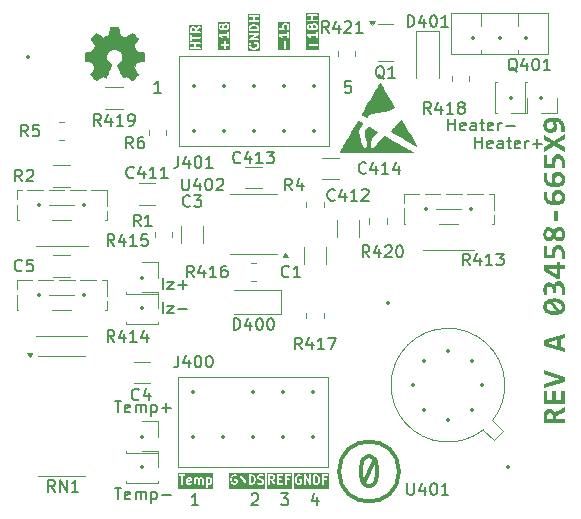
<source format=gto>
%TF.GenerationSoftware,KiCad,Pcbnew,8.0.6*%
%TF.CreationDate,2024-11-21T00:19:29+01:00*%
%TF.ProjectId,3458A Ref A9 Clone,33343538-4120-4526-9566-20413920436c,rev?*%
%TF.SameCoordinates,Original*%
%TF.FileFunction,Legend,Top*%
%TF.FilePolarity,Positive*%
%FSLAX46Y46*%
G04 Gerber Fmt 4.6, Leading zero omitted, Abs format (unit mm)*
G04 Created by KiCad (PCBNEW 8.0.6) date 2024-11-21 00:19:29*
%MOMM*%
%LPD*%
G01*
G04 APERTURE LIST*
%ADD10C,0.300000*%
%ADD11C,0.203200*%
%ADD12C,0.304800*%
%ADD13C,0.150000*%
%ADD14C,0.120000*%
%ADD15C,0.002540*%
%ADD16C,0.010000*%
%ADD17C,0.350000*%
G04 APERTURE END LIST*
G36*
X151117200Y-132969000D02*
G01*
X154140000Y-132969000D01*
X154140000Y-133273800D01*
X151117200Y-133273800D01*
X151117200Y-132969000D01*
G37*
G36*
X154320000Y-132969000D02*
G01*
X156422800Y-132969000D01*
X156422800Y-133273800D01*
X154320000Y-133273800D01*
X154320000Y-132969000D01*
G37*
G36*
X156577200Y-132969000D02*
G01*
X159570000Y-132969000D01*
X159570000Y-133273800D01*
X156577200Y-133273800D01*
X156577200Y-132969000D01*
G37*
D10*
X165481000Y-131826000D02*
G75*
G02*
X160401000Y-131826000I-2540000J0D01*
G01*
X160401000Y-131826000D02*
G75*
G02*
X165481000Y-131826000I2540000J0D01*
G01*
X163398200Y-130937000D02*
X162483800Y-132765800D01*
X163060047Y-133046052D02*
X162821952Y-133046052D01*
X162821952Y-133046052D02*
X162583856Y-132927004D01*
X162583856Y-132927004D02*
X162464809Y-132807957D01*
X162464809Y-132807957D02*
X162345761Y-132569861D01*
X162345761Y-132569861D02*
X162226714Y-132093671D01*
X162226714Y-132093671D02*
X162226714Y-131498433D01*
X162226714Y-131498433D02*
X162345761Y-131022242D01*
X162345761Y-131022242D02*
X162464809Y-130784147D01*
X162464809Y-130784147D02*
X162583856Y-130665100D01*
X162583856Y-130665100D02*
X162821952Y-130546052D01*
X162821952Y-130546052D02*
X163060047Y-130546052D01*
X163060047Y-130546052D02*
X163298142Y-130665100D01*
X163298142Y-130665100D02*
X163417190Y-130784147D01*
X163417190Y-130784147D02*
X163536237Y-131022242D01*
X163536237Y-131022242D02*
X163655285Y-131498433D01*
X163655285Y-131498433D02*
X163655285Y-132093671D01*
X163655285Y-132093671D02*
X163536237Y-132569861D01*
X163536237Y-132569861D02*
X163417190Y-132807957D01*
X163417190Y-132807957D02*
X163298142Y-132927004D01*
X163298142Y-132927004D02*
X163060047Y-133046052D01*
D11*
X145324286Y-99773453D02*
X144743714Y-99773453D01*
X145034000Y-99773453D02*
X145034000Y-98757453D01*
X145034000Y-98757453D02*
X144937238Y-98902596D01*
X144937238Y-98902596D02*
X144840476Y-98999358D01*
X144840476Y-98999358D02*
X144743714Y-99047739D01*
X161404905Y-98757453D02*
X160921095Y-98757453D01*
X160921095Y-98757453D02*
X160872714Y-99241263D01*
X160872714Y-99241263D02*
X160921095Y-99192882D01*
X160921095Y-99192882D02*
X161017857Y-99144501D01*
X161017857Y-99144501D02*
X161259762Y-99144501D01*
X161259762Y-99144501D02*
X161356524Y-99192882D01*
X161356524Y-99192882D02*
X161404905Y-99241263D01*
X161404905Y-99241263D02*
X161453286Y-99338025D01*
X161453286Y-99338025D02*
X161453286Y-99579930D01*
X161453286Y-99579930D02*
X161404905Y-99676692D01*
X161404905Y-99676692D02*
X161356524Y-99725073D01*
X161356524Y-99725073D02*
X161259762Y-99773453D01*
X161259762Y-99773453D02*
X161017857Y-99773453D01*
X161017857Y-99773453D02*
X160921095Y-99725073D01*
X160921095Y-99725073D02*
X160872714Y-99676692D01*
D12*
G36*
X179519000Y-126786315D02*
G01*
X178936236Y-127038862D01*
X178852089Y-127091196D01*
X178811184Y-127138513D01*
X178773707Y-127232180D01*
X178768685Y-127288967D01*
X178768685Y-127353447D01*
X179519000Y-127353447D01*
X179519000Y-127691479D01*
X177737004Y-127691479D01*
X177737004Y-127204947D01*
X178018371Y-127204947D01*
X178018371Y-127353447D01*
X178518581Y-127353447D01*
X178518581Y-127216183D01*
X178510962Y-127115202D01*
X178502461Y-127074033D01*
X178465153Y-126982301D01*
X178453612Y-126964612D01*
X178378937Y-126897894D01*
X178373012Y-126894759D01*
X178277910Y-126870236D01*
X178262614Y-126869846D01*
X178162610Y-126885928D01*
X178082895Y-126943692D01*
X178075524Y-126953866D01*
X178034501Y-127050637D01*
X178019767Y-127154639D01*
X178018371Y-127204947D01*
X177737004Y-127204947D01*
X177737004Y-127168311D01*
X177739947Y-127069508D01*
X177749874Y-126969227D01*
X177761916Y-126899155D01*
X177790073Y-126800073D01*
X177834352Y-126709269D01*
X177844959Y-126693014D01*
X177912004Y-126617421D01*
X177996878Y-126561612D01*
X178093471Y-126528653D01*
X178191944Y-126516412D01*
X178225001Y-126515694D01*
X178322600Y-126523828D01*
X178398413Y-126544515D01*
X178488744Y-126592440D01*
X178528839Y-126625603D01*
X178591600Y-126702400D01*
X178617255Y-126749679D01*
X178651563Y-126845010D01*
X178664638Y-126906971D01*
X178707066Y-126817979D01*
X178736445Y-126786315D01*
X178814995Y-126727804D01*
X178904113Y-126679826D01*
X178911323Y-126676406D01*
X179519000Y-126389176D01*
X179519000Y-126786315D01*
G37*
G36*
X179519000Y-126078011D02*
G01*
X177737004Y-126078011D01*
X177737004Y-124996992D01*
X178018371Y-124996992D01*
X178018371Y-125734606D01*
X178456055Y-125734606D01*
X178456055Y-125031186D01*
X178737422Y-125031186D01*
X178737422Y-125734606D01*
X179237632Y-125734606D01*
X179237632Y-124996992D01*
X179519000Y-124996992D01*
X179519000Y-126078011D01*
G37*
G36*
X179519000Y-123797271D02*
G01*
X179519000Y-124245213D01*
X177737004Y-124793294D01*
X177737004Y-124409832D01*
X178810207Y-124106483D01*
X179161916Y-124008786D01*
X178789690Y-123907181D01*
X177737004Y-123606273D01*
X177737004Y-123246259D01*
X179519000Y-123797271D01*
G37*
G36*
X179519000Y-120549818D02*
G01*
X179175106Y-120648981D01*
X179175106Y-121275220D01*
X179519000Y-121376825D01*
X179519000Y-121712414D01*
X177737004Y-121180453D01*
X177737004Y-120958192D01*
X178042796Y-120958192D01*
X178893738Y-121194131D01*
X178893738Y-120724696D01*
X178042796Y-120958192D01*
X177737004Y-120958192D01*
X177737004Y-120708088D01*
X179519000Y-120176127D01*
X179519000Y-120549818D01*
G37*
G36*
X178726706Y-117171054D02*
G01*
X178827914Y-117180122D01*
X178934840Y-117197549D01*
X179012928Y-117216392D01*
X179105986Y-117246875D01*
X179199505Y-117289083D01*
X179290363Y-117345650D01*
X179305531Y-117357076D01*
X179380837Y-117425675D01*
X179442866Y-117503856D01*
X179487736Y-117583245D01*
X179523335Y-117679209D01*
X179544157Y-117784409D01*
X179550263Y-117888060D01*
X179544144Y-117987383D01*
X179523513Y-118089415D01*
X179498483Y-118161612D01*
X179451268Y-118250593D01*
X179387292Y-118329956D01*
X179335329Y-118377522D01*
X179251486Y-118434976D01*
X179162643Y-118479093D01*
X179061778Y-118515481D01*
X179051030Y-118518695D01*
X178948115Y-118543253D01*
X178847616Y-118558335D01*
X178738631Y-118567066D01*
X178636306Y-118569497D01*
X178529327Y-118566444D01*
X178428211Y-118557285D01*
X178321462Y-118539683D01*
X178243563Y-118520649D01*
X178150308Y-118489771D01*
X178056751Y-118447487D01*
X177966071Y-118391276D01*
X177950960Y-118379965D01*
X177875435Y-118311528D01*
X177813415Y-118233163D01*
X177768755Y-118153308D01*
X177732879Y-118056404D01*
X177711894Y-117951073D01*
X177706966Y-117868520D01*
X177987108Y-117868520D01*
X178003517Y-117964982D01*
X178025210Y-118011647D01*
X178088866Y-118087400D01*
X178142447Y-118126441D01*
X178231595Y-118170160D01*
X178326030Y-118200000D01*
X178340772Y-118203622D01*
X178444870Y-118221649D01*
X178544287Y-118229725D01*
X178623117Y-118231465D01*
X178681735Y-118231465D01*
X178737422Y-118228534D01*
X178237213Y-117555401D01*
X178144588Y-117599456D01*
X178064961Y-117663112D01*
X178048658Y-117682407D01*
X178000632Y-117774346D01*
X177987108Y-117868520D01*
X177706966Y-117868520D01*
X177705741Y-117848004D01*
X177711859Y-117748959D01*
X177732490Y-117647098D01*
X177757520Y-117574940D01*
X177792516Y-117508995D01*
X178549844Y-117508995D01*
X179018790Y-118177732D01*
X179111180Y-118136126D01*
X179190936Y-118073494D01*
X179207346Y-118054145D01*
X179253508Y-117967927D01*
X179268895Y-117868520D01*
X179252065Y-117772280D01*
X179229816Y-117725394D01*
X179165511Y-117648801D01*
X179112091Y-117609623D01*
X179022576Y-117566148D01*
X178927220Y-117536923D01*
X178912300Y-117533419D01*
X178815832Y-117516750D01*
X178716903Y-117508228D01*
X178628490Y-117506064D01*
X178588923Y-117507529D01*
X178549844Y-117508995D01*
X177792516Y-117508995D01*
X177804667Y-117486097D01*
X177868437Y-117407146D01*
X177920186Y-117360007D01*
X178003530Y-117302553D01*
X178092221Y-117258437D01*
X178193219Y-117222048D01*
X178203996Y-117218834D01*
X178306791Y-117194277D01*
X178407442Y-117179195D01*
X178516825Y-117170463D01*
X178619697Y-117168032D01*
X178726706Y-117171054D01*
G37*
G36*
X178984596Y-115703063D02*
G01*
X179086691Y-115711286D01*
X179187083Y-115738535D01*
X179220535Y-115752889D01*
X179306113Y-115806250D01*
X179379911Y-115879994D01*
X179398832Y-115904808D01*
X179448978Y-115988866D01*
X179486497Y-116079074D01*
X179511184Y-116162240D01*
X179531792Y-116264459D01*
X179543813Y-116365756D01*
X179549652Y-116475863D01*
X179550263Y-116527627D01*
X179547820Y-116625813D01*
X179541713Y-116724731D01*
X179541470Y-116727906D01*
X179532189Y-116827069D01*
X179519000Y-116913531D01*
X179237632Y-116913531D01*
X179250786Y-116815599D01*
X179260102Y-116719114D01*
X179266413Y-116615973D01*
X179268818Y-116516223D01*
X179268895Y-116494410D01*
X179264816Y-116394576D01*
X179250332Y-116298039D01*
X179218816Y-116202309D01*
X179196599Y-116162240D01*
X179125424Y-116091735D01*
X179109648Y-116083105D01*
X179012405Y-116058324D01*
X178992412Y-116057704D01*
X178896279Y-116079368D01*
X178887387Y-116084082D01*
X178815687Y-116150707D01*
X178807276Y-116163705D01*
X178767349Y-116255891D01*
X178755985Y-116300481D01*
X178741501Y-116397399D01*
X178737422Y-116497341D01*
X178737422Y-116696643D01*
X178487318Y-116696643D01*
X178487318Y-116513950D01*
X178481944Y-116415764D01*
X178465824Y-116336141D01*
X178424608Y-116246107D01*
X178407206Y-116223301D01*
X178326921Y-116165999D01*
X178320744Y-116163705D01*
X178223028Y-116145702D01*
X178216208Y-116145631D01*
X178117412Y-116163583D01*
X178045727Y-116217439D01*
X178001763Y-116308297D01*
X177987624Y-116410894D01*
X177987108Y-116438234D01*
X177990865Y-116538340D01*
X178002135Y-116637159D01*
X178004205Y-116650237D01*
X178022702Y-116749392D01*
X178044421Y-116844841D01*
X178049635Y-116865659D01*
X177768267Y-116865659D01*
X177744354Y-116768718D01*
X177739935Y-116747446D01*
X177722891Y-116649138D01*
X177720884Y-116635094D01*
X177710091Y-116535183D01*
X177709160Y-116520788D01*
X177705824Y-116420389D01*
X177705741Y-116401109D01*
X177709550Y-116303345D01*
X177723876Y-116198968D01*
X177737981Y-116140746D01*
X177773758Y-116043710D01*
X177825172Y-115957477D01*
X177828839Y-115952679D01*
X177898566Y-115882328D01*
X177972454Y-115837885D01*
X178067758Y-115807774D01*
X178161009Y-115799295D01*
X178267075Y-115808126D01*
X178365799Y-115837905D01*
X178428211Y-115874033D01*
X178502945Y-115944674D01*
X178558048Y-116027484D01*
X178584038Y-116083594D01*
X178607168Y-115986775D01*
X178630933Y-115927278D01*
X178682304Y-115843790D01*
X178715929Y-115807111D01*
X178794514Y-115749011D01*
X178835120Y-115729930D01*
X178929908Y-115706238D01*
X178984596Y-115703063D01*
G37*
G36*
X179143842Y-114350935D02*
G01*
X179519000Y-114350935D01*
X179519000Y-114677732D01*
X179143842Y-114677732D01*
X179143842Y-115513042D01*
X178870779Y-115513042D01*
X177737004Y-114812554D01*
X177737004Y-114673824D01*
X178055985Y-114673824D01*
X178862475Y-115184780D01*
X178862475Y-114673824D01*
X178055985Y-114673824D01*
X177737004Y-114673824D01*
X177737004Y-114350935D01*
X178862475Y-114350935D01*
X178862475Y-114078848D01*
X179143842Y-114078848D01*
X179143842Y-114350935D01*
G37*
G36*
X178957241Y-112647097D02*
G01*
X179059388Y-112655615D01*
X179159970Y-112684067D01*
X179209788Y-112707669D01*
X179293762Y-112764307D01*
X179366289Y-112836585D01*
X179395901Y-112875220D01*
X179447604Y-112960880D01*
X179489141Y-113057394D01*
X179511184Y-113127767D01*
X179533433Y-113230789D01*
X179545645Y-113329555D01*
X179550224Y-113433186D01*
X179550263Y-113443817D01*
X179547332Y-113534675D01*
X179540981Y-113631884D01*
X179531212Y-113728116D01*
X179519000Y-113814578D01*
X179237632Y-113814578D01*
X179252560Y-113713499D01*
X179260591Y-113634815D01*
X179266819Y-113532111D01*
X179268887Y-113433829D01*
X179268895Y-113427208D01*
X179262906Y-113319059D01*
X179242202Y-113217203D01*
X179202348Y-113127419D01*
X179193180Y-113113601D01*
X179121590Y-113043704D01*
X179022855Y-113008281D01*
X178982154Y-113005645D01*
X178880493Y-113022253D01*
X178797519Y-113077284D01*
X178774547Y-113106273D01*
X178732873Y-113198757D01*
X178712838Y-113302379D01*
X178706426Y-113402656D01*
X178706159Y-113430139D01*
X178706159Y-113781849D01*
X177737004Y-113781849D01*
X177737004Y-112745771D01*
X178049635Y-112745771D01*
X178049635Y-113468241D01*
X178424792Y-113468241D01*
X178424792Y-113339281D01*
X178428226Y-113238050D01*
X178438530Y-113140254D01*
X178449216Y-113076964D01*
X178475026Y-112980277D01*
X178516166Y-112887152D01*
X178534212Y-112856657D01*
X178599986Y-112775485D01*
X178678419Y-112715218D01*
X178697367Y-112704250D01*
X178789744Y-112667245D01*
X178891044Y-112649832D01*
X178957241Y-112647097D01*
G37*
G36*
X179155850Y-111093874D02*
G01*
X179251728Y-111124951D01*
X179269383Y-111133768D01*
X179354746Y-111192631D01*
X179421243Y-111265116D01*
X179425210Y-111270544D01*
X179476959Y-111359173D01*
X179512863Y-111453901D01*
X179519000Y-111475708D01*
X179539241Y-111574026D01*
X179549163Y-111678472D01*
X179550263Y-111728744D01*
X179546511Y-111828418D01*
X179533860Y-111927806D01*
X179518511Y-111995945D01*
X179485252Y-112090567D01*
X179434877Y-112181303D01*
X179427653Y-112191340D01*
X179358478Y-112264148D01*
X179285992Y-112310530D01*
X179191863Y-112342166D01*
X179099879Y-112351074D01*
X178998465Y-112341603D01*
X178937213Y-112324208D01*
X178848646Y-112280530D01*
X178806787Y-112250935D01*
X178735110Y-112183285D01*
X178701763Y-112142980D01*
X178643800Y-112059471D01*
X178615789Y-112013042D01*
X178561248Y-112098184D01*
X178538120Y-112129302D01*
X178468328Y-112203491D01*
X178442377Y-112225045D01*
X178355640Y-112276977D01*
X178323675Y-112290014D01*
X178225360Y-112311612D01*
X178175175Y-112313950D01*
X178075338Y-112303334D01*
X177992970Y-112276336D01*
X177908208Y-112225513D01*
X177843494Y-112163496D01*
X177786341Y-112079110D01*
X177745182Y-111982474D01*
X177742866Y-111975429D01*
X177718829Y-111876900D01*
X177707517Y-111774501D01*
X177705969Y-111717997D01*
X177955845Y-111717997D01*
X177965102Y-111819617D01*
X178001230Y-111912846D01*
X178004205Y-111917299D01*
X178083546Y-111977329D01*
X178149286Y-111987153D01*
X178243563Y-111963705D01*
X178320256Y-111899225D01*
X178378439Y-111816198D01*
X178386201Y-111802505D01*
X178411519Y-111753656D01*
X178748169Y-111753656D01*
X178799586Y-111839334D01*
X178809718Y-111854284D01*
X178874655Y-111930137D01*
X178882014Y-111936839D01*
X178965523Y-111991229D01*
X178968476Y-111992526D01*
X179066708Y-112012962D01*
X179073989Y-112013042D01*
X179171320Y-111992770D01*
X179242517Y-111931954D01*
X179285748Y-111837798D01*
X179299933Y-111733974D01*
X179300158Y-111717509D01*
X179290434Y-111617224D01*
X179287457Y-111603691D01*
X179248609Y-111512419D01*
X179246913Y-111509902D01*
X179176571Y-111445910D01*
X179081374Y-111422555D01*
X179073989Y-111422463D01*
X178977131Y-111445647D01*
X178971407Y-111448841D01*
X178894600Y-111511814D01*
X178887387Y-111520160D01*
X178830238Y-111599921D01*
X178815092Y-111625673D01*
X178768768Y-111712192D01*
X178748169Y-111753656D01*
X178411519Y-111753656D01*
X178431630Y-111714852D01*
X178446773Y-111683803D01*
X178394384Y-111599111D01*
X178388644Y-111590991D01*
X178321233Y-111516252D01*
X178241121Y-111465450D01*
X178143912Y-111445910D01*
X178046291Y-111473388D01*
X178004205Y-111516252D01*
X177966471Y-111607980D01*
X177955893Y-111709814D01*
X177955845Y-111717997D01*
X177705969Y-111717997D01*
X177705741Y-111709693D01*
X177709862Y-111608805D01*
X177723629Y-111509123D01*
X177735050Y-111459588D01*
X177768108Y-111364276D01*
X177819069Y-111274940D01*
X177887265Y-111201748D01*
X177949495Y-111160635D01*
X178044918Y-111128005D01*
X178116557Y-111121556D01*
X178215895Y-111130715D01*
X178269453Y-111145003D01*
X178360497Y-111187289D01*
X178392551Y-111208506D01*
X178466348Y-111273460D01*
X178492203Y-111303273D01*
X178552822Y-111385452D01*
X178574757Y-111419532D01*
X178626208Y-111333790D01*
X178655845Y-111291060D01*
X178720079Y-111217440D01*
X178758427Y-111184082D01*
X178845072Y-111129950D01*
X178889341Y-111111298D01*
X178988145Y-111088209D01*
X179054938Y-111084431D01*
X179155850Y-111093874D01*
G37*
G36*
X178925001Y-110607181D02*
G01*
X178612370Y-110607181D01*
X178612370Y-109752819D01*
X178925001Y-109752819D01*
X178925001Y-110607181D01*
G37*
G36*
X179045993Y-107981669D02*
G01*
X179145192Y-108004844D01*
X179195133Y-108024068D01*
X179286175Y-108074531D01*
X179365249Y-108139580D01*
X179385643Y-108160844D01*
X179447967Y-108243711D01*
X179493448Y-108332045D01*
X179507764Y-108368939D01*
X179535280Y-108470922D01*
X179548229Y-108572073D01*
X179550263Y-108634187D01*
X179543359Y-108746935D01*
X179522648Y-108849243D01*
X179488129Y-108941108D01*
X179430407Y-109035089D01*
X179353891Y-109114857D01*
X179272971Y-109171300D01*
X179177487Y-109216065D01*
X179067440Y-109249152D01*
X178964610Y-109267804D01*
X178851667Y-109278347D01*
X178754031Y-109280942D01*
X178654619Y-109278864D01*
X178549987Y-109271857D01*
X178474129Y-109263356D01*
X178377065Y-109246435D01*
X178278579Y-109220507D01*
X178228420Y-109203273D01*
X178134133Y-109161091D01*
X178047887Y-109108064D01*
X178024722Y-109090921D01*
X177950123Y-109022306D01*
X177886183Y-108940414D01*
X177869872Y-108914578D01*
X177823032Y-108822163D01*
X177788239Y-108725695D01*
X177771686Y-108664473D01*
X177751940Y-108559583D01*
X177741102Y-108454711D01*
X177737139Y-108352577D01*
X177737004Y-108328883D01*
X177737004Y-108124208D01*
X178018371Y-108124208D01*
X178018371Y-108363077D01*
X178022424Y-108467720D01*
X178035962Y-108565889D01*
X178047192Y-108612205D01*
X178084983Y-108708126D01*
X178130235Y-108775359D01*
X178206751Y-108841915D01*
X178261637Y-108870125D01*
X178359594Y-108898736D01*
X178451170Y-108911158D01*
X178487318Y-108914089D01*
X178443758Y-108822337D01*
X178419907Y-108751423D01*
X178399324Y-108651886D01*
X178396730Y-108610739D01*
X178674896Y-108610739D01*
X178683200Y-108698178D01*
X178704694Y-108781709D01*
X178734491Y-108858890D01*
X178768685Y-108923859D01*
X178873515Y-108920715D01*
X178976841Y-108909273D01*
X179001205Y-108904808D01*
X179096843Y-108876644D01*
X179156055Y-108846190D01*
X179227038Y-108776855D01*
X179242517Y-108748981D01*
X179267246Y-108650612D01*
X179268895Y-108613182D01*
X179254383Y-108514405D01*
X179246913Y-108493991D01*
X179191826Y-108409839D01*
X179184387Y-108402645D01*
X179101359Y-108349430D01*
X179087667Y-108344026D01*
X178988641Y-108324231D01*
X178963591Y-108323510D01*
X178863733Y-108335334D01*
X178846843Y-108340118D01*
X178760748Y-108387087D01*
X178755985Y-108391409D01*
X178699141Y-108474099D01*
X178696390Y-108480802D01*
X178675925Y-108578643D01*
X178674896Y-108610739D01*
X178396730Y-108610739D01*
X178393528Y-108559937D01*
X178398887Y-108455775D01*
X178416784Y-108354251D01*
X178431630Y-108304459D01*
X178474406Y-108209469D01*
X178532209Y-108130579D01*
X178541051Y-108121277D01*
X178620552Y-108056919D01*
X178709059Y-108013664D01*
X178715441Y-108011368D01*
X178810008Y-107986323D01*
X178907198Y-107975626D01*
X178946983Y-107974731D01*
X179045993Y-107981669D01*
G37*
G36*
X179045993Y-106443916D02*
G01*
X179145192Y-106467091D01*
X179195133Y-106486315D01*
X179286175Y-106536778D01*
X179365249Y-106601827D01*
X179385643Y-106623091D01*
X179447967Y-106705958D01*
X179493448Y-106794292D01*
X179507764Y-106831186D01*
X179535280Y-106933169D01*
X179548229Y-107034320D01*
X179550263Y-107096434D01*
X179543359Y-107209182D01*
X179522648Y-107311490D01*
X179488129Y-107403356D01*
X179430407Y-107497336D01*
X179353891Y-107577104D01*
X179272971Y-107633547D01*
X179177487Y-107678312D01*
X179067440Y-107711399D01*
X178964610Y-107730051D01*
X178851667Y-107740594D01*
X178754031Y-107743189D01*
X178654619Y-107741111D01*
X178549987Y-107734104D01*
X178474129Y-107725603D01*
X178377065Y-107708682D01*
X178278579Y-107682754D01*
X178228420Y-107665520D01*
X178134133Y-107623338D01*
X178047887Y-107570311D01*
X178024722Y-107553168D01*
X177950123Y-107484553D01*
X177886183Y-107402661D01*
X177869872Y-107376825D01*
X177823032Y-107284410D01*
X177788239Y-107187942D01*
X177771686Y-107126720D01*
X177751940Y-107021830D01*
X177741102Y-106916958D01*
X177737139Y-106814824D01*
X177737004Y-106791130D01*
X177737004Y-106586455D01*
X178018371Y-106586455D01*
X178018371Y-106825324D01*
X178022424Y-106929967D01*
X178035962Y-107028136D01*
X178047192Y-107074452D01*
X178084983Y-107170373D01*
X178130235Y-107237606D01*
X178206751Y-107304162D01*
X178261637Y-107332372D01*
X178359594Y-107360983D01*
X178451170Y-107373405D01*
X178487318Y-107376336D01*
X178443758Y-107284584D01*
X178419907Y-107213670D01*
X178399324Y-107114133D01*
X178396730Y-107072987D01*
X178674896Y-107072987D01*
X178683200Y-107160425D01*
X178704694Y-107243957D01*
X178734491Y-107321137D01*
X178768685Y-107386106D01*
X178873515Y-107382962D01*
X178976841Y-107371520D01*
X179001205Y-107367055D01*
X179096843Y-107338891D01*
X179156055Y-107308437D01*
X179227038Y-107239102D01*
X179242517Y-107211228D01*
X179267246Y-107112859D01*
X179268895Y-107075429D01*
X179254383Y-106976652D01*
X179246913Y-106956238D01*
X179191826Y-106872086D01*
X179184387Y-106864892D01*
X179101359Y-106811677D01*
X179087667Y-106806273D01*
X178988641Y-106786478D01*
X178963591Y-106785757D01*
X178863733Y-106797581D01*
X178846843Y-106802365D01*
X178760748Y-106849334D01*
X178755985Y-106853656D01*
X178699141Y-106936346D01*
X178696390Y-106943049D01*
X178675925Y-107040890D01*
X178674896Y-107072987D01*
X178396730Y-107072987D01*
X178393528Y-107022184D01*
X178398887Y-106918022D01*
X178416784Y-106816498D01*
X178431630Y-106766706D01*
X178474406Y-106671716D01*
X178532209Y-106592826D01*
X178541051Y-106583524D01*
X178620552Y-106519166D01*
X178709059Y-106475911D01*
X178715441Y-106473615D01*
X178810008Y-106448570D01*
X178907198Y-106437873D01*
X178946983Y-106436978D01*
X179045993Y-106443916D01*
G37*
G36*
X178957241Y-104958332D02*
G01*
X179059388Y-104966850D01*
X179159970Y-104995302D01*
X179209788Y-105018904D01*
X179293762Y-105075542D01*
X179366289Y-105147821D01*
X179395901Y-105186455D01*
X179447604Y-105272115D01*
X179489141Y-105368629D01*
X179511184Y-105439002D01*
X179533433Y-105542024D01*
X179545645Y-105640790D01*
X179550224Y-105744421D01*
X179550263Y-105755052D01*
X179547332Y-105845910D01*
X179540981Y-105943119D01*
X179531212Y-106039351D01*
X179519000Y-106125813D01*
X179237632Y-106125813D01*
X179252560Y-106024734D01*
X179260591Y-105946050D01*
X179266819Y-105843346D01*
X179268887Y-105745064D01*
X179268895Y-105738444D01*
X179262906Y-105630295D01*
X179242202Y-105528438D01*
X179202348Y-105438655D01*
X179193180Y-105424836D01*
X179121590Y-105354939D01*
X179022855Y-105319516D01*
X178982154Y-105316880D01*
X178880493Y-105333488D01*
X178797519Y-105388519D01*
X178774547Y-105417509D01*
X178732873Y-105509993D01*
X178712838Y-105613615D01*
X178706426Y-105713891D01*
X178706159Y-105741375D01*
X178706159Y-106093084D01*
X177737004Y-106093084D01*
X177737004Y-105057006D01*
X178049635Y-105057006D01*
X178049635Y-105779476D01*
X178424792Y-105779476D01*
X178424792Y-105650516D01*
X178428226Y-105549285D01*
X178438530Y-105451489D01*
X178449216Y-105388199D01*
X178475026Y-105291512D01*
X178516166Y-105198387D01*
X178534212Y-105167892D01*
X178599986Y-105086720D01*
X178678419Y-105026453D01*
X178697367Y-105015485D01*
X178789744Y-104978481D01*
X178891044Y-104961067D01*
X178957241Y-104958332D01*
G37*
G36*
X179519000Y-103696573D02*
G01*
X178862963Y-104042910D01*
X179519000Y-104383384D01*
X179519000Y-104791270D01*
X178604066Y-104241235D01*
X177737004Y-104757076D01*
X177737004Y-104359937D01*
X178321233Y-104034606D01*
X177737004Y-103720021D01*
X177737004Y-103322882D01*
X178595273Y-103833349D01*
X179519000Y-103266706D01*
X179519000Y-103696573D01*
G37*
G36*
X178623178Y-101863073D02*
G01*
X178729524Y-101870908D01*
X178827369Y-101884385D01*
X178887876Y-101896504D01*
X178989917Y-101924541D01*
X179081106Y-101959619D01*
X179154589Y-101997620D01*
X179237838Y-102054680D01*
X179313065Y-102125686D01*
X179336306Y-102153447D01*
X179392579Y-102236688D01*
X179437445Y-102327409D01*
X179448169Y-102354703D01*
X179479117Y-102454293D01*
X179498981Y-102552128D01*
X179504345Y-102591130D01*
X179513833Y-102694583D01*
X179518298Y-102792654D01*
X179519000Y-102851005D01*
X179519000Y-103058611D01*
X179237632Y-103058611D01*
X179237632Y-102813880D01*
X179234457Y-102709682D01*
X179223752Y-102610363D01*
X179210765Y-102545701D01*
X179177182Y-102448126D01*
X179131142Y-102371312D01*
X179059946Y-102304068D01*
X179000716Y-102272149D01*
X178906920Y-102243960D01*
X178806299Y-102229162D01*
X178768685Y-102226231D01*
X178812246Y-102319896D01*
X178836096Y-102392317D01*
X178856679Y-102491862D01*
X178862475Y-102580384D01*
X178857476Y-102682565D01*
X178840914Y-102784132D01*
X178832189Y-102818276D01*
X178795853Y-102912128D01*
X178739585Y-102998041D01*
X178735468Y-103002924D01*
X178659265Y-103071800D01*
X178570078Y-103120401D01*
X178563521Y-103123091D01*
X178462542Y-103152143D01*
X178362891Y-103164095D01*
X178308532Y-103165589D01*
X178210186Y-103158720D01*
X178111552Y-103135775D01*
X178061847Y-103116741D01*
X177970658Y-103066705D01*
X177891999Y-103002084D01*
X177871826Y-102980942D01*
X177809408Y-102898168D01*
X177763672Y-102810089D01*
X177749216Y-102773335D01*
X177721067Y-102671991D01*
X177707821Y-102571859D01*
X177706304Y-102527139D01*
X177987108Y-102527139D01*
X178001620Y-102626238D01*
X178009090Y-102646818D01*
X178064177Y-102730887D01*
X178071616Y-102738164D01*
X178154056Y-102790898D01*
X178167848Y-102796294D01*
X178267047Y-102816089D01*
X178292412Y-102816811D01*
X178391742Y-102806026D01*
X178486153Y-102762212D01*
X178510277Y-102740118D01*
X178561117Y-102654881D01*
X178580484Y-102552086D01*
X178581107Y-102527139D01*
X178574268Y-102448004D01*
X178555217Y-102364473D01*
X178526885Y-102284850D01*
X178492691Y-102217927D01*
X178390590Y-102221013D01*
X178287642Y-102232095D01*
X178275803Y-102234047D01*
X178179719Y-102258279D01*
X178118023Y-102286315D01*
X178041483Y-102350138D01*
X178020325Y-102381570D01*
X177990352Y-102475771D01*
X177987108Y-102527139D01*
X177706304Y-102527139D01*
X177705741Y-102510530D01*
X177711305Y-102408406D01*
X177729891Y-102304593D01*
X177745308Y-102251633D01*
X177786566Y-102160428D01*
X177846045Y-102079703D01*
X177879642Y-102045980D01*
X177959509Y-101985828D01*
X178048169Y-101940223D01*
X178131700Y-101909693D01*
X178237144Y-101883933D01*
X178344770Y-101868906D01*
X178450557Y-101862037D01*
X178521512Y-101860844D01*
X178623178Y-101863073D01*
G37*
D13*
G36*
X149472828Y-132466767D02*
G01*
X149491331Y-132485269D01*
X149513684Y-132529975D01*
X149513684Y-132708852D01*
X149491331Y-132753558D01*
X149472828Y-132772061D01*
X149428122Y-132794414D01*
X149320675Y-132794414D01*
X149306541Y-132787347D01*
X149306541Y-132451480D01*
X149320675Y-132444414D01*
X149428122Y-132444414D01*
X149472828Y-132466767D01*
G37*
G36*
X147818496Y-132461029D02*
G01*
X147831584Y-132487205D01*
X147627970Y-132527928D01*
X147627970Y-132494261D01*
X147644585Y-132461029D01*
X147677818Y-132444414D01*
X147785265Y-132444414D01*
X147818496Y-132461029D01*
G37*
G36*
X149747017Y-133276306D02*
G01*
X146753220Y-133276306D01*
X146753220Y-132104782D01*
X146836553Y-132104782D01*
X146836553Y-132134046D01*
X146847752Y-132161082D01*
X146868444Y-132181774D01*
X146895480Y-132192973D01*
X146910112Y-132194414D01*
X147049398Y-132194414D01*
X147049398Y-132869414D01*
X147050839Y-132884046D01*
X147062038Y-132911082D01*
X147082730Y-132931774D01*
X147109766Y-132942973D01*
X147139030Y-132942973D01*
X147166066Y-132931774D01*
X147186758Y-132911082D01*
X147197957Y-132884046D01*
X147199398Y-132869414D01*
X147199398Y-132476557D01*
X147477970Y-132476557D01*
X147477970Y-132762271D01*
X147479411Y-132776903D01*
X147480442Y-132779392D01*
X147480633Y-132782080D01*
X147485888Y-132795812D01*
X147521602Y-132867241D01*
X147523142Y-132869688D01*
X147523527Y-132870842D01*
X147524772Y-132872278D01*
X147529434Y-132879684D01*
X147536538Y-132885845D01*
X147542700Y-132892950D01*
X147550105Y-132897611D01*
X147551542Y-132898857D01*
X147552695Y-132899241D01*
X147555143Y-132900782D01*
X147626573Y-132936496D01*
X147640304Y-132941751D01*
X147642991Y-132941941D01*
X147645481Y-132942973D01*
X147660113Y-132944414D01*
X147802970Y-132944414D01*
X147817602Y-132942973D01*
X147820091Y-132941941D01*
X147822779Y-132941751D01*
X147836511Y-132936496D01*
X147907939Y-132900782D01*
X147920382Y-132892950D01*
X147939555Y-132870842D01*
X147948809Y-132843081D01*
X147946735Y-132813891D01*
X147933648Y-132787716D01*
X147911540Y-132768543D01*
X147883779Y-132759289D01*
X147854589Y-132761363D01*
X147840857Y-132766618D01*
X147785265Y-132794414D01*
X147677818Y-132794414D01*
X147644585Y-132777798D01*
X147627970Y-132744566D01*
X147627970Y-132680899D01*
X147924822Y-132621529D01*
X147938887Y-132617246D01*
X147944992Y-132613156D01*
X147951781Y-132610345D01*
X147957031Y-132605094D01*
X147963202Y-132600962D01*
X147967278Y-132594848D01*
X147972473Y-132589653D01*
X147975314Y-132582793D01*
X147979434Y-132576614D01*
X147980860Y-132569405D01*
X147983672Y-132562617D01*
X147985113Y-132547985D01*
X147985113Y-132476557D01*
X147983672Y-132461925D01*
X147982641Y-132459436D01*
X147982450Y-132456747D01*
X147977195Y-132443015D01*
X147941480Y-132371587D01*
X147940112Y-132369414D01*
X148156541Y-132369414D01*
X148156541Y-132869414D01*
X148157982Y-132884046D01*
X148169181Y-132911082D01*
X148189873Y-132931774D01*
X148216909Y-132942973D01*
X148246173Y-132942973D01*
X148273209Y-132931774D01*
X148293901Y-132911082D01*
X148305100Y-132884046D01*
X148306541Y-132869414D01*
X148306541Y-132471908D01*
X148311681Y-132466767D01*
X148356389Y-132444414D01*
X148428122Y-132444414D01*
X148461353Y-132461029D01*
X148477970Y-132494262D01*
X148477970Y-132869414D01*
X148479411Y-132884046D01*
X148490610Y-132911082D01*
X148511302Y-132931774D01*
X148538338Y-132942973D01*
X148567602Y-132942973D01*
X148594638Y-132931774D01*
X148615330Y-132911082D01*
X148626529Y-132884046D01*
X148627970Y-132869414D01*
X148627970Y-132494261D01*
X148644585Y-132461029D01*
X148677817Y-132444414D01*
X148749550Y-132444414D01*
X148782782Y-132461029D01*
X148799398Y-132494261D01*
X148799398Y-132869414D01*
X148800839Y-132884046D01*
X148812038Y-132911082D01*
X148832730Y-132931774D01*
X148859766Y-132942973D01*
X148889030Y-132942973D01*
X148916066Y-132931774D01*
X148936758Y-132911082D01*
X148947957Y-132884046D01*
X148949398Y-132869414D01*
X148949398Y-132476557D01*
X148947957Y-132461925D01*
X148946925Y-132459435D01*
X148946735Y-132456748D01*
X148941480Y-132443017D01*
X148905766Y-132371587D01*
X148904398Y-132369414D01*
X149156541Y-132369414D01*
X149156541Y-133119414D01*
X149157982Y-133134046D01*
X149169181Y-133161082D01*
X149189873Y-133181774D01*
X149216909Y-133192973D01*
X149246173Y-133192973D01*
X149273209Y-133181774D01*
X149293901Y-133161082D01*
X149305100Y-133134046D01*
X149306541Y-133119414D01*
X149306541Y-132944414D01*
X149445827Y-132944414D01*
X149460459Y-132942973D01*
X149462948Y-132941941D01*
X149465636Y-132941751D01*
X149479368Y-132936496D01*
X149550796Y-132900782D01*
X149557095Y-132896817D01*
X149558923Y-132896060D01*
X149560979Y-132894371D01*
X149563239Y-132892950D01*
X149564538Y-132891451D01*
X149570288Y-132886733D01*
X149606003Y-132851018D01*
X149610721Y-132845268D01*
X149612220Y-132843969D01*
X149613641Y-132841710D01*
X149615331Y-132839652D01*
X149616088Y-132837822D01*
X149620052Y-132831526D01*
X149655766Y-132760098D01*
X149661021Y-132746366D01*
X149661211Y-132743678D01*
X149662243Y-132741189D01*
X149663684Y-132726557D01*
X149663684Y-132512271D01*
X149662243Y-132497639D01*
X149661211Y-132495149D01*
X149661021Y-132492462D01*
X149655766Y-132478731D01*
X149620052Y-132407301D01*
X149616088Y-132401003D01*
X149615330Y-132399173D01*
X149613639Y-132397113D01*
X149612220Y-132394858D01*
X149610722Y-132393559D01*
X149606002Y-132387808D01*
X149570287Y-132352094D01*
X149564538Y-132347376D01*
X149563239Y-132345878D01*
X149560980Y-132344456D01*
X149558922Y-132342767D01*
X149557092Y-132342009D01*
X149550796Y-132338046D01*
X149479368Y-132302332D01*
X149465636Y-132297077D01*
X149462948Y-132296886D01*
X149460459Y-132295855D01*
X149445827Y-132294414D01*
X149302970Y-132294414D01*
X149288338Y-132295855D01*
X149285848Y-132296886D01*
X149283161Y-132297077D01*
X149269430Y-132302332D01*
X149265977Y-132304058D01*
X149246173Y-132295855D01*
X149216909Y-132295855D01*
X149189873Y-132307054D01*
X149169181Y-132327746D01*
X149157982Y-132354782D01*
X149156541Y-132369414D01*
X148904398Y-132369414D01*
X148904225Y-132369139D01*
X148903841Y-132367986D01*
X148902595Y-132366549D01*
X148897934Y-132359144D01*
X148890829Y-132352982D01*
X148884668Y-132345878D01*
X148877262Y-132341216D01*
X148875826Y-132339971D01*
X148874672Y-132339586D01*
X148872225Y-132338046D01*
X148800796Y-132302332D01*
X148787064Y-132297077D01*
X148784376Y-132296886D01*
X148781887Y-132295855D01*
X148767255Y-132294414D01*
X148660112Y-132294414D01*
X148645480Y-132295855D01*
X148642990Y-132296886D01*
X148640303Y-132297077D01*
X148626571Y-132302332D01*
X148555143Y-132338046D01*
X148552969Y-132339414D01*
X148550796Y-132338046D01*
X148479368Y-132302332D01*
X148465636Y-132297077D01*
X148462948Y-132296886D01*
X148460459Y-132295855D01*
X148445827Y-132294414D01*
X148338684Y-132294414D01*
X148324052Y-132295855D01*
X148321562Y-132296886D01*
X148318875Y-132297077D01*
X148305144Y-132302332D01*
X148280705Y-132314550D01*
X148273209Y-132307054D01*
X148246173Y-132295855D01*
X148216909Y-132295855D01*
X148189873Y-132307054D01*
X148169181Y-132327746D01*
X148157982Y-132354782D01*
X148156541Y-132369414D01*
X147940112Y-132369414D01*
X147939939Y-132369140D01*
X147939555Y-132367986D01*
X147938307Y-132366547D01*
X147933647Y-132359144D01*
X147926545Y-132352984D01*
X147920382Y-132345878D01*
X147912976Y-132341216D01*
X147911540Y-132339971D01*
X147910386Y-132339586D01*
X147907939Y-132338046D01*
X147836511Y-132302332D01*
X147822779Y-132297077D01*
X147820091Y-132296886D01*
X147817602Y-132295855D01*
X147802970Y-132294414D01*
X147660113Y-132294414D01*
X147645481Y-132295855D01*
X147642991Y-132296886D01*
X147640304Y-132297077D01*
X147626573Y-132302332D01*
X147555143Y-132338046D01*
X147552695Y-132339586D01*
X147551542Y-132339971D01*
X147550105Y-132341216D01*
X147542700Y-132345878D01*
X147536538Y-132352982D01*
X147529434Y-132359144D01*
X147524772Y-132366549D01*
X147523527Y-132367986D01*
X147523142Y-132369139D01*
X147521602Y-132371587D01*
X147485888Y-132443016D01*
X147480633Y-132456748D01*
X147480442Y-132459435D01*
X147479411Y-132461925D01*
X147477970Y-132476557D01*
X147199398Y-132476557D01*
X147199398Y-132194414D01*
X147338684Y-132194414D01*
X147353316Y-132192973D01*
X147380352Y-132181774D01*
X147401044Y-132161082D01*
X147412243Y-132134046D01*
X147412243Y-132104782D01*
X147401044Y-132077746D01*
X147380352Y-132057054D01*
X147353316Y-132045855D01*
X147338684Y-132044414D01*
X146910112Y-132044414D01*
X146895480Y-132045855D01*
X146868444Y-132057054D01*
X146847752Y-132077746D01*
X146836553Y-132104782D01*
X146753220Y-132104782D01*
X146753220Y-131961081D01*
X149747017Y-131961081D01*
X149747017Y-133276306D01*
G37*
D11*
X148499286Y-134698453D02*
X147918714Y-134698453D01*
X148209000Y-134698453D02*
X148209000Y-133682453D01*
X148209000Y-133682453D02*
X148112238Y-133827596D01*
X148112238Y-133827596D02*
X148015476Y-133924358D01*
X148015476Y-133924358D02*
X147918714Y-133972739D01*
X152998714Y-133779215D02*
X153047095Y-133730834D01*
X153047095Y-133730834D02*
X153143857Y-133682453D01*
X153143857Y-133682453D02*
X153385762Y-133682453D01*
X153385762Y-133682453D02*
X153482524Y-133730834D01*
X153482524Y-133730834D02*
X153530905Y-133779215D01*
X153530905Y-133779215D02*
X153579286Y-133875977D01*
X153579286Y-133875977D02*
X153579286Y-133972739D01*
X153579286Y-133972739D02*
X153530905Y-134117882D01*
X153530905Y-134117882D02*
X152950333Y-134698453D01*
X152950333Y-134698453D02*
X153579286Y-134698453D01*
D13*
G36*
X157978985Y-94050382D02*
G01*
X157997488Y-94068885D01*
X158019842Y-94113592D01*
X158019842Y-94221039D01*
X157997488Y-94265746D01*
X157978986Y-94284248D01*
X157934280Y-94306601D01*
X157933976Y-94306601D01*
X157889268Y-94284247D01*
X157870766Y-94265745D01*
X157848414Y-94221039D01*
X157848414Y-94113592D01*
X157870767Y-94068885D01*
X157889269Y-94050382D01*
X157933976Y-94028030D01*
X157934280Y-94028030D01*
X157978985Y-94050382D01*
G37*
G36*
X158407558Y-94050383D02*
G01*
X158426061Y-94068886D01*
X158448414Y-94113592D01*
X158448414Y-94221039D01*
X158426061Y-94265745D01*
X158407558Y-94284247D01*
X158362852Y-94306601D01*
X158255405Y-94306601D01*
X158210697Y-94284247D01*
X158192196Y-94265746D01*
X158169842Y-94221038D01*
X158169842Y-94113593D01*
X158192195Y-94068886D01*
X158210698Y-94050382D01*
X158255405Y-94028030D01*
X158362852Y-94028030D01*
X158407558Y-94050383D01*
G37*
G36*
X158681747Y-96145636D02*
G01*
X157615081Y-96145636D01*
X157615081Y-95688398D01*
X157878426Y-95688398D01*
X157878426Y-95717662D01*
X157889625Y-95744698D01*
X157910317Y-95765390D01*
X157937353Y-95776589D01*
X157951985Y-95778030D01*
X158162700Y-95778030D01*
X158162700Y-95988744D01*
X158164141Y-96003376D01*
X158175340Y-96030412D01*
X158196032Y-96051104D01*
X158223068Y-96062303D01*
X158252332Y-96062303D01*
X158279368Y-96051104D01*
X158300060Y-96030412D01*
X158311259Y-96003376D01*
X158312700Y-95988744D01*
X158312700Y-95778030D01*
X158523414Y-95778030D01*
X158538046Y-95776589D01*
X158565082Y-95765390D01*
X158585774Y-95744698D01*
X158596973Y-95717662D01*
X158596973Y-95688398D01*
X158585774Y-95661362D01*
X158565082Y-95640670D01*
X158538046Y-95629471D01*
X158523414Y-95628030D01*
X158312700Y-95628030D01*
X158312700Y-95417316D01*
X158311259Y-95402684D01*
X158300060Y-95375648D01*
X158279368Y-95354956D01*
X158252332Y-95343757D01*
X158223068Y-95343757D01*
X158196032Y-95354956D01*
X158175340Y-95375648D01*
X158164141Y-95402684D01*
X158162700Y-95417316D01*
X158162700Y-95628030D01*
X157951985Y-95628030D01*
X157937353Y-95629471D01*
X157910317Y-95640670D01*
X157889625Y-95661362D01*
X157878426Y-95688398D01*
X157615081Y-95688398D01*
X157615081Y-94881681D01*
X157698414Y-94881681D01*
X157699855Y-94888886D01*
X157699855Y-94896234D01*
X157702696Y-94903094D01*
X157704153Y-94910376D01*
X157708242Y-94916482D01*
X157711054Y-94923270D01*
X157716302Y-94928518D01*
X157720436Y-94934691D01*
X157731690Y-94943906D01*
X157731746Y-94943962D01*
X157731770Y-94943972D01*
X157731812Y-94944006D01*
X157832776Y-95011315D01*
X157890345Y-95068885D01*
X157920618Y-95129428D01*
X157928451Y-95141871D01*
X157950559Y-95161044D01*
X157978320Y-95170298D01*
X158007510Y-95168223D01*
X158033684Y-95155136D01*
X158052857Y-95133028D01*
X158062111Y-95105267D01*
X158060036Y-95076077D01*
X158054781Y-95062345D01*
X158019067Y-94990917D01*
X158015103Y-94984620D01*
X158014346Y-94982792D01*
X158012655Y-94980732D01*
X158011234Y-94978474D01*
X158009736Y-94977175D01*
X158005018Y-94971426D01*
X157990194Y-94956602D01*
X158448414Y-94956602D01*
X158448414Y-95095887D01*
X158449855Y-95110519D01*
X158461054Y-95137555D01*
X158481746Y-95158247D01*
X158508782Y-95169446D01*
X158538046Y-95169446D01*
X158565082Y-95158247D01*
X158585774Y-95137555D01*
X158596973Y-95110519D01*
X158598414Y-95095887D01*
X158598414Y-94667316D01*
X158596973Y-94652684D01*
X158585774Y-94625648D01*
X158565082Y-94604956D01*
X158538046Y-94593757D01*
X158508782Y-94593757D01*
X158481746Y-94604956D01*
X158461054Y-94625648D01*
X158449855Y-94652684D01*
X158448414Y-94667316D01*
X158448414Y-94806602D01*
X157773414Y-94806602D01*
X157773361Y-94806607D01*
X157773335Y-94806602D01*
X157773258Y-94806617D01*
X157758782Y-94808043D01*
X157751921Y-94810884D01*
X157744640Y-94812341D01*
X157738533Y-94816430D01*
X157731746Y-94819242D01*
X157726497Y-94824490D01*
X157720325Y-94828624D01*
X157716248Y-94834739D01*
X157711054Y-94839934D01*
X157708212Y-94846794D01*
X157704093Y-94852974D01*
X157702667Y-94860180D01*
X157699855Y-94866970D01*
X157699855Y-94874396D01*
X157698414Y-94881681D01*
X157615081Y-94881681D01*
X157615081Y-94095887D01*
X157698414Y-94095887D01*
X157698414Y-94238744D01*
X157699855Y-94253376D01*
X157700886Y-94255865D01*
X157701077Y-94258553D01*
X157706332Y-94272285D01*
X157742046Y-94343714D01*
X157746010Y-94350013D01*
X157746768Y-94351841D01*
X157748456Y-94353897D01*
X157749878Y-94356157D01*
X157751376Y-94357456D01*
X157756095Y-94363206D01*
X157791809Y-94398920D01*
X157797558Y-94403638D01*
X157798858Y-94405137D01*
X157801117Y-94406558D01*
X157803174Y-94408247D01*
X157805001Y-94409004D01*
X157811301Y-94412969D01*
X157882731Y-94448683D01*
X157896462Y-94453938D01*
X157899149Y-94454128D01*
X157901639Y-94455160D01*
X157916271Y-94456601D01*
X157951985Y-94456601D01*
X157966617Y-94455160D01*
X157969106Y-94454128D01*
X157971794Y-94453938D01*
X157985526Y-94448683D01*
X158056955Y-94412969D01*
X158063254Y-94409004D01*
X158065082Y-94408247D01*
X158067138Y-94406558D01*
X158069398Y-94405137D01*
X158070697Y-94403638D01*
X158076447Y-94398920D01*
X158094842Y-94380524D01*
X158113238Y-94398920D01*
X158118987Y-94403638D01*
X158120287Y-94405137D01*
X158122546Y-94406558D01*
X158124603Y-94408247D01*
X158126430Y-94409004D01*
X158132730Y-94412969D01*
X158204160Y-94448683D01*
X158217891Y-94453938D01*
X158220578Y-94454128D01*
X158223068Y-94455160D01*
X158237700Y-94456601D01*
X158380557Y-94456601D01*
X158395189Y-94455160D01*
X158397678Y-94454128D01*
X158400366Y-94453938D01*
X158414098Y-94448683D01*
X158485526Y-94412969D01*
X158491822Y-94409005D01*
X158493652Y-94408248D01*
X158495710Y-94406558D01*
X158497969Y-94405137D01*
X158499268Y-94403638D01*
X158505017Y-94398921D01*
X158540732Y-94363207D01*
X158545452Y-94357455D01*
X158546950Y-94356157D01*
X158548369Y-94353901D01*
X158550060Y-94351842D01*
X158550818Y-94350011D01*
X158554782Y-94343714D01*
X158590496Y-94272284D01*
X158595751Y-94258553D01*
X158595941Y-94255865D01*
X158596973Y-94253376D01*
X158598414Y-94238744D01*
X158598414Y-94095887D01*
X158596973Y-94081255D01*
X158595941Y-94078765D01*
X158595751Y-94076078D01*
X158590496Y-94062346D01*
X158554782Y-93990918D01*
X158550818Y-93984621D01*
X158550061Y-93982792D01*
X158548371Y-93980733D01*
X158546950Y-93978475D01*
X158545451Y-93977175D01*
X158540733Y-93971426D01*
X158505018Y-93935711D01*
X158499268Y-93930992D01*
X158497969Y-93929494D01*
X158495709Y-93928072D01*
X158493653Y-93926384D01*
X158491825Y-93925626D01*
X158485526Y-93921662D01*
X158414098Y-93885948D01*
X158400366Y-93880693D01*
X158397678Y-93880502D01*
X158395189Y-93879471D01*
X158380557Y-93878030D01*
X158237700Y-93878030D01*
X158223068Y-93879471D01*
X158220578Y-93880502D01*
X158217891Y-93880693D01*
X158204160Y-93885948D01*
X158132730Y-93921662D01*
X158126432Y-93925625D01*
X158124602Y-93926384D01*
X158122542Y-93928074D01*
X158120287Y-93929494D01*
X158118988Y-93930991D01*
X158113237Y-93935712D01*
X158094842Y-93954107D01*
X158076448Y-93935712D01*
X158070696Y-93930991D01*
X158069398Y-93929494D01*
X158067142Y-93928074D01*
X158065083Y-93926384D01*
X158063252Y-93925625D01*
X158056955Y-93921662D01*
X157985526Y-93885948D01*
X157971794Y-93880693D01*
X157969106Y-93880502D01*
X157966617Y-93879471D01*
X157951985Y-93878030D01*
X157916271Y-93878030D01*
X157901639Y-93879471D01*
X157899149Y-93880502D01*
X157896462Y-93880693D01*
X157882731Y-93885948D01*
X157811301Y-93921662D01*
X157805003Y-93925625D01*
X157803173Y-93926384D01*
X157801113Y-93928074D01*
X157798858Y-93929494D01*
X157797559Y-93930991D01*
X157791808Y-93935712D01*
X157756094Y-93971427D01*
X157751376Y-93977175D01*
X157749878Y-93978475D01*
X157748456Y-93980733D01*
X157746767Y-93982792D01*
X157746009Y-93984621D01*
X157742046Y-93990918D01*
X157706332Y-94062346D01*
X157701077Y-94076078D01*
X157700886Y-94078765D01*
X157699855Y-94081255D01*
X157698414Y-94095887D01*
X157615081Y-94095887D01*
X157615081Y-93188398D01*
X157699855Y-93188398D01*
X157699855Y-93217662D01*
X157711054Y-93244698D01*
X157731746Y-93265390D01*
X157758782Y-93276589D01*
X157773414Y-93278030D01*
X158055557Y-93278030D01*
X158055557Y-93556601D01*
X157773414Y-93556601D01*
X157758782Y-93558042D01*
X157731746Y-93569241D01*
X157711054Y-93589933D01*
X157699855Y-93616969D01*
X157699855Y-93646233D01*
X157711054Y-93673269D01*
X157731746Y-93693961D01*
X157758782Y-93705160D01*
X157773414Y-93706601D01*
X158523414Y-93706601D01*
X158538046Y-93705160D01*
X158565082Y-93693961D01*
X158585774Y-93673269D01*
X158596973Y-93646233D01*
X158596973Y-93616969D01*
X158585774Y-93589933D01*
X158565082Y-93569241D01*
X158538046Y-93558042D01*
X158523414Y-93556601D01*
X158205557Y-93556601D01*
X158205557Y-93278030D01*
X158523414Y-93278030D01*
X158538046Y-93276589D01*
X158565082Y-93265390D01*
X158585774Y-93244698D01*
X158596973Y-93217662D01*
X158596973Y-93188398D01*
X158585774Y-93161362D01*
X158565082Y-93140670D01*
X158538046Y-93129471D01*
X158523414Y-93128030D01*
X157773414Y-93128030D01*
X157758782Y-93129471D01*
X157731746Y-93140670D01*
X157711054Y-93161362D01*
X157699855Y-93188398D01*
X157615081Y-93188398D01*
X157615081Y-93044697D01*
X158681747Y-93044697D01*
X158681747Y-96145636D01*
G37*
G36*
X158550168Y-132220679D02*
G01*
X158600473Y-132270984D01*
X158627061Y-132324160D01*
X158658540Y-132450075D01*
X158658540Y-132538751D01*
X158627061Y-132664666D01*
X158600472Y-132717844D01*
X158550168Y-132768148D01*
X158471370Y-132794414D01*
X158379969Y-132794414D01*
X158379969Y-132194414D01*
X158471370Y-132194414D01*
X158550168Y-132220679D01*
G37*
G36*
X159569004Y-133027747D02*
G01*
X156575208Y-133027747D01*
X156575208Y-132440842D01*
X156658541Y-132440842D01*
X156658541Y-132547985D01*
X156658792Y-132550538D01*
X156658630Y-132551630D01*
X156659438Y-132557102D01*
X156659982Y-132562617D01*
X156660405Y-132563638D01*
X156660780Y-132566175D01*
X156696494Y-132709032D01*
X156696879Y-132710111D01*
X156696918Y-132710651D01*
X156699245Y-132716732D01*
X156701441Y-132722878D01*
X156701763Y-132723313D01*
X156702173Y-132724383D01*
X156737887Y-132795812D01*
X156741851Y-132802111D01*
X156742609Y-132803939D01*
X156744297Y-132805995D01*
X156745719Y-132808255D01*
X156747217Y-132809554D01*
X156751936Y-132815304D01*
X156823365Y-132886733D01*
X156834730Y-132896061D01*
X156837222Y-132897093D01*
X156839256Y-132898857D01*
X156852681Y-132904851D01*
X156959825Y-132940565D01*
X156967076Y-132942214D01*
X156968909Y-132942973D01*
X156971564Y-132943234D01*
X156974161Y-132943825D01*
X156976135Y-132943684D01*
X156983541Y-132944414D01*
X157054969Y-132944414D01*
X157062374Y-132943684D01*
X157064349Y-132943825D01*
X157066946Y-132943234D01*
X157069601Y-132942973D01*
X157071432Y-132942214D01*
X157078686Y-132940565D01*
X157185829Y-132904851D01*
X157199255Y-132898857D01*
X157201290Y-132897091D01*
X157203781Y-132896060D01*
X157215146Y-132886732D01*
X157250860Y-132851017D01*
X157260187Y-132839652D01*
X157266537Y-132824320D01*
X157271385Y-132812617D01*
X157272826Y-132797985D01*
X157272826Y-132547985D01*
X157271385Y-132533353D01*
X157260186Y-132506317D01*
X157239494Y-132485625D01*
X157212458Y-132474426D01*
X157197826Y-132472985D01*
X157054969Y-132472985D01*
X157040337Y-132474426D01*
X157013301Y-132485625D01*
X156992609Y-132506317D01*
X156981410Y-132533353D01*
X156981410Y-132562617D01*
X156992609Y-132589653D01*
X157013301Y-132610345D01*
X157040337Y-132621544D01*
X157054969Y-132622985D01*
X157122826Y-132622985D01*
X157122826Y-132766919D01*
X157121597Y-132768148D01*
X157042799Y-132794414D01*
X156995711Y-132794414D01*
X156916911Y-132768147D01*
X156866607Y-132717843D01*
X156840019Y-132664666D01*
X156808541Y-132538751D01*
X156808541Y-132450075D01*
X156840019Y-132324160D01*
X156866608Y-132270984D01*
X156916911Y-132220680D01*
X156995711Y-132194414D01*
X157072979Y-132194414D01*
X157128571Y-132222210D01*
X157142303Y-132227465D01*
X157171493Y-132229539D01*
X157199254Y-132220285D01*
X157221362Y-132201112D01*
X157234449Y-132174937D01*
X157236523Y-132145747D01*
X157227745Y-132119414D01*
X157444255Y-132119414D01*
X157444255Y-132869414D01*
X157445696Y-132884046D01*
X157456895Y-132911082D01*
X157477587Y-132931774D01*
X157504623Y-132942973D01*
X157533887Y-132942973D01*
X157560923Y-132931774D01*
X157581615Y-132911082D01*
X157592814Y-132884046D01*
X157594255Y-132869414D01*
X157594255Y-132401830D01*
X157882708Y-132906624D01*
X157884896Y-132909707D01*
X157885466Y-132911082D01*
X157886866Y-132912482D01*
X157891218Y-132918613D01*
X157899104Y-132924720D01*
X157906158Y-132931774D01*
X157910574Y-132933603D01*
X157914355Y-132936531D01*
X157923978Y-132939155D01*
X157933194Y-132942973D01*
X157937975Y-132942973D01*
X157942587Y-132944231D01*
X157952484Y-132942973D01*
X157962458Y-132942973D01*
X157966873Y-132941143D01*
X157971617Y-132940541D01*
X157980281Y-132935590D01*
X157989494Y-132931774D01*
X157992872Y-132928395D01*
X157997026Y-132926022D01*
X158003134Y-132918133D01*
X158010186Y-132911082D01*
X158012016Y-132906663D01*
X158014943Y-132902884D01*
X158017567Y-132893262D01*
X158021385Y-132884046D01*
X158022121Y-132876563D01*
X158022643Y-132874653D01*
X158022455Y-132873177D01*
X158022826Y-132869414D01*
X158022826Y-132119414D01*
X158229969Y-132119414D01*
X158229969Y-132869414D01*
X158231410Y-132884046D01*
X158242609Y-132911082D01*
X158263301Y-132931774D01*
X158290337Y-132942973D01*
X158304969Y-132944414D01*
X158483540Y-132944414D01*
X158490945Y-132943684D01*
X158492920Y-132943825D01*
X158495517Y-132943234D01*
X158498172Y-132942973D01*
X158500003Y-132942214D01*
X158507257Y-132940565D01*
X158614400Y-132904851D01*
X158627826Y-132898857D01*
X158629862Y-132897090D01*
X158632351Y-132896060D01*
X158643716Y-132886733D01*
X158715145Y-132815304D01*
X158719865Y-132809553D01*
X158721362Y-132808255D01*
X158722781Y-132806000D01*
X158724473Y-132803939D01*
X158725231Y-132802106D01*
X158729194Y-132795812D01*
X158764908Y-132724382D01*
X158765316Y-132723314D01*
X158765640Y-132722878D01*
X158767838Y-132716726D01*
X158770163Y-132710651D01*
X158770201Y-132710111D01*
X158770587Y-132709032D01*
X158806301Y-132566175D01*
X158806676Y-132563637D01*
X158807099Y-132562617D01*
X158807640Y-132557114D01*
X158808452Y-132551630D01*
X158808288Y-132550534D01*
X158808540Y-132547985D01*
X158808540Y-132440842D01*
X158808288Y-132438292D01*
X158808452Y-132437197D01*
X158807640Y-132431712D01*
X158807099Y-132426210D01*
X158806676Y-132425189D01*
X158806301Y-132422652D01*
X158770587Y-132279795D01*
X158770201Y-132278715D01*
X158770163Y-132278176D01*
X158767835Y-132272094D01*
X158765640Y-132265949D01*
X158765317Y-132265513D01*
X158764908Y-132264444D01*
X158729194Y-132193016D01*
X158725231Y-132186721D01*
X158724473Y-132184889D01*
X158722781Y-132182827D01*
X158721362Y-132180573D01*
X158719865Y-132179274D01*
X158715145Y-132173524D01*
X158661035Y-132119414D01*
X158979969Y-132119414D01*
X158979969Y-132869414D01*
X158981410Y-132884046D01*
X158992609Y-132911082D01*
X159013301Y-132931774D01*
X159040337Y-132942973D01*
X159069601Y-132942973D01*
X159096637Y-132931774D01*
X159117329Y-132911082D01*
X159128528Y-132884046D01*
X159129969Y-132869414D01*
X159129969Y-132551557D01*
X159304969Y-132551557D01*
X159319601Y-132550116D01*
X159346637Y-132538917D01*
X159367329Y-132518225D01*
X159378528Y-132491189D01*
X159378528Y-132461925D01*
X159367329Y-132434889D01*
X159346637Y-132414197D01*
X159319601Y-132402998D01*
X159304969Y-132401557D01*
X159129969Y-132401557D01*
X159129969Y-132194414D01*
X159412112Y-132194414D01*
X159426744Y-132192973D01*
X159453780Y-132181774D01*
X159474472Y-132161082D01*
X159485671Y-132134046D01*
X159485671Y-132104782D01*
X159474472Y-132077746D01*
X159453780Y-132057054D01*
X159426744Y-132045855D01*
X159412112Y-132044414D01*
X159054969Y-132044414D01*
X159040337Y-132045855D01*
X159013301Y-132057054D01*
X158992609Y-132077746D01*
X158981410Y-132104782D01*
X158979969Y-132119414D01*
X158661035Y-132119414D01*
X158643716Y-132102095D01*
X158632351Y-132092768D01*
X158629862Y-132091737D01*
X158627826Y-132089971D01*
X158614400Y-132083977D01*
X158507257Y-132048263D01*
X158500003Y-132046613D01*
X158498172Y-132045855D01*
X158495517Y-132045593D01*
X158492920Y-132045003D01*
X158490945Y-132045143D01*
X158483540Y-132044414D01*
X158304969Y-132044414D01*
X158290337Y-132045855D01*
X158263301Y-132057054D01*
X158242609Y-132077746D01*
X158231410Y-132104782D01*
X158229969Y-132119414D01*
X158022826Y-132119414D01*
X158021385Y-132104782D01*
X158010186Y-132077746D01*
X157989494Y-132057054D01*
X157962458Y-132045855D01*
X157933194Y-132045855D01*
X157906158Y-132057054D01*
X157885466Y-132077746D01*
X157874267Y-132104782D01*
X157872826Y-132119414D01*
X157872826Y-132586997D01*
X157584373Y-132082204D01*
X157582184Y-132079120D01*
X157581615Y-132077746D01*
X157580215Y-132076346D01*
X157575863Y-132070214D01*
X157567973Y-132064104D01*
X157560923Y-132057054D01*
X157556506Y-132055224D01*
X157552726Y-132052297D01*
X157543102Y-132049672D01*
X157533887Y-132045855D01*
X157529106Y-132045855D01*
X157524494Y-132044597D01*
X157514597Y-132045855D01*
X157504623Y-132045855D01*
X157500207Y-132047684D01*
X157495464Y-132048287D01*
X157486799Y-132053237D01*
X157477587Y-132057054D01*
X157474208Y-132060432D01*
X157470055Y-132062806D01*
X157463945Y-132070695D01*
X157456895Y-132077746D01*
X157455065Y-132082162D01*
X157452138Y-132085943D01*
X157449513Y-132095566D01*
X157445696Y-132104782D01*
X157444959Y-132112264D01*
X157444438Y-132114175D01*
X157444625Y-132115650D01*
X157444255Y-132119414D01*
X157227745Y-132119414D01*
X157227269Y-132117986D01*
X157208096Y-132095878D01*
X157195653Y-132088046D01*
X157124225Y-132052332D01*
X157110493Y-132047077D01*
X157107805Y-132046886D01*
X157105316Y-132045855D01*
X157090684Y-132044414D01*
X156983541Y-132044414D01*
X156976135Y-132045143D01*
X156974161Y-132045003D01*
X156971564Y-132045593D01*
X156968909Y-132045855D01*
X156967076Y-132046613D01*
X156959825Y-132048263D01*
X156852681Y-132083977D01*
X156839256Y-132089971D01*
X156837222Y-132091734D01*
X156834730Y-132092767D01*
X156823365Y-132102095D01*
X156751936Y-132173524D01*
X156747217Y-132179273D01*
X156745719Y-132180573D01*
X156744297Y-132182832D01*
X156742609Y-132184889D01*
X156741851Y-132186716D01*
X156737887Y-132193016D01*
X156702173Y-132264444D01*
X156701763Y-132265513D01*
X156701441Y-132265949D01*
X156699245Y-132272094D01*
X156696918Y-132278176D01*
X156696879Y-132278715D01*
X156696494Y-132279795D01*
X156660780Y-132422652D01*
X156660405Y-132425188D01*
X156659982Y-132426210D01*
X156659438Y-132431724D01*
X156658630Y-132437197D01*
X156658792Y-132438288D01*
X156658541Y-132440842D01*
X156575208Y-132440842D01*
X156575208Y-131961081D01*
X159569004Y-131961081D01*
X159569004Y-133027747D01*
G37*
G36*
X150485985Y-94050382D02*
G01*
X150504488Y-94068885D01*
X150526842Y-94113592D01*
X150526842Y-94221039D01*
X150504488Y-94265746D01*
X150485986Y-94284248D01*
X150441280Y-94306601D01*
X150440976Y-94306601D01*
X150396268Y-94284247D01*
X150377766Y-94265745D01*
X150355414Y-94221039D01*
X150355414Y-94113592D01*
X150377767Y-94068885D01*
X150396269Y-94050382D01*
X150440976Y-94028030D01*
X150441280Y-94028030D01*
X150485985Y-94050382D01*
G37*
G36*
X150914558Y-94050383D02*
G01*
X150933061Y-94068886D01*
X150955414Y-94113592D01*
X150955414Y-94221039D01*
X150933061Y-94265745D01*
X150914558Y-94284247D01*
X150869852Y-94306601D01*
X150762405Y-94306601D01*
X150717697Y-94284247D01*
X150699196Y-94265746D01*
X150676842Y-94221038D01*
X150676842Y-94113593D01*
X150699195Y-94068886D01*
X150717698Y-94050382D01*
X150762405Y-94028030D01*
X150869852Y-94028030D01*
X150914558Y-94050383D01*
G37*
G36*
X151188747Y-96145636D02*
G01*
X150122081Y-96145636D01*
X150122081Y-95688398D01*
X150385426Y-95688398D01*
X150385426Y-95717662D01*
X150396625Y-95744698D01*
X150417317Y-95765390D01*
X150444353Y-95776589D01*
X150458985Y-95778030D01*
X150669700Y-95778030D01*
X150669700Y-95988744D01*
X150671141Y-96003376D01*
X150682340Y-96030412D01*
X150703032Y-96051104D01*
X150730068Y-96062303D01*
X150759332Y-96062303D01*
X150786368Y-96051104D01*
X150807060Y-96030412D01*
X150818259Y-96003376D01*
X150819700Y-95988744D01*
X150819700Y-95778030D01*
X151030414Y-95778030D01*
X151045046Y-95776589D01*
X151072082Y-95765390D01*
X151092774Y-95744698D01*
X151103973Y-95717662D01*
X151103973Y-95688398D01*
X151092774Y-95661362D01*
X151072082Y-95640670D01*
X151045046Y-95629471D01*
X151030414Y-95628030D01*
X150819700Y-95628030D01*
X150819700Y-95417316D01*
X150818259Y-95402684D01*
X150807060Y-95375648D01*
X150786368Y-95354956D01*
X150759332Y-95343757D01*
X150730068Y-95343757D01*
X150703032Y-95354956D01*
X150682340Y-95375648D01*
X150671141Y-95402684D01*
X150669700Y-95417316D01*
X150669700Y-95628030D01*
X150458985Y-95628030D01*
X150444353Y-95629471D01*
X150417317Y-95640670D01*
X150396625Y-95661362D01*
X150385426Y-95688398D01*
X150122081Y-95688398D01*
X150122081Y-94881681D01*
X150205414Y-94881681D01*
X150206855Y-94888886D01*
X150206855Y-94896234D01*
X150209696Y-94903094D01*
X150211153Y-94910376D01*
X150215242Y-94916482D01*
X150218054Y-94923270D01*
X150223302Y-94928518D01*
X150227436Y-94934691D01*
X150238690Y-94943906D01*
X150238746Y-94943962D01*
X150238770Y-94943972D01*
X150238812Y-94944006D01*
X150339776Y-95011315D01*
X150397345Y-95068885D01*
X150427618Y-95129428D01*
X150435451Y-95141871D01*
X150457559Y-95161044D01*
X150485320Y-95170298D01*
X150514510Y-95168223D01*
X150540684Y-95155136D01*
X150559857Y-95133028D01*
X150569111Y-95105267D01*
X150567036Y-95076077D01*
X150561781Y-95062345D01*
X150526067Y-94990917D01*
X150522103Y-94984620D01*
X150521346Y-94982792D01*
X150519655Y-94980732D01*
X150518234Y-94978474D01*
X150516736Y-94977175D01*
X150512018Y-94971426D01*
X150497194Y-94956602D01*
X150955414Y-94956602D01*
X150955414Y-95095887D01*
X150956855Y-95110519D01*
X150968054Y-95137555D01*
X150988746Y-95158247D01*
X151015782Y-95169446D01*
X151045046Y-95169446D01*
X151072082Y-95158247D01*
X151092774Y-95137555D01*
X151103973Y-95110519D01*
X151105414Y-95095887D01*
X151105414Y-94667316D01*
X151103973Y-94652684D01*
X151092774Y-94625648D01*
X151072082Y-94604956D01*
X151045046Y-94593757D01*
X151015782Y-94593757D01*
X150988746Y-94604956D01*
X150968054Y-94625648D01*
X150956855Y-94652684D01*
X150955414Y-94667316D01*
X150955414Y-94806602D01*
X150280414Y-94806602D01*
X150280361Y-94806607D01*
X150280335Y-94806602D01*
X150280258Y-94806617D01*
X150265782Y-94808043D01*
X150258921Y-94810884D01*
X150251640Y-94812341D01*
X150245533Y-94816430D01*
X150238746Y-94819242D01*
X150233497Y-94824490D01*
X150227325Y-94828624D01*
X150223248Y-94834739D01*
X150218054Y-94839934D01*
X150215212Y-94846794D01*
X150211093Y-94852974D01*
X150209667Y-94860180D01*
X150206855Y-94866970D01*
X150206855Y-94874396D01*
X150205414Y-94881681D01*
X150122081Y-94881681D01*
X150122081Y-94095887D01*
X150205414Y-94095887D01*
X150205414Y-94238744D01*
X150206855Y-94253376D01*
X150207886Y-94255865D01*
X150208077Y-94258553D01*
X150213332Y-94272285D01*
X150249046Y-94343714D01*
X150253010Y-94350013D01*
X150253768Y-94351841D01*
X150255456Y-94353897D01*
X150256878Y-94356157D01*
X150258376Y-94357456D01*
X150263095Y-94363206D01*
X150298809Y-94398920D01*
X150304558Y-94403638D01*
X150305858Y-94405137D01*
X150308117Y-94406558D01*
X150310174Y-94408247D01*
X150312001Y-94409004D01*
X150318301Y-94412969D01*
X150389731Y-94448683D01*
X150403462Y-94453938D01*
X150406149Y-94454128D01*
X150408639Y-94455160D01*
X150423271Y-94456601D01*
X150458985Y-94456601D01*
X150473617Y-94455160D01*
X150476106Y-94454128D01*
X150478794Y-94453938D01*
X150492526Y-94448683D01*
X150563955Y-94412969D01*
X150570254Y-94409004D01*
X150572082Y-94408247D01*
X150574138Y-94406558D01*
X150576398Y-94405137D01*
X150577697Y-94403638D01*
X150583447Y-94398920D01*
X150601842Y-94380524D01*
X150620238Y-94398920D01*
X150625987Y-94403638D01*
X150627287Y-94405137D01*
X150629546Y-94406558D01*
X150631603Y-94408247D01*
X150633430Y-94409004D01*
X150639730Y-94412969D01*
X150711160Y-94448683D01*
X150724891Y-94453938D01*
X150727578Y-94454128D01*
X150730068Y-94455160D01*
X150744700Y-94456601D01*
X150887557Y-94456601D01*
X150902189Y-94455160D01*
X150904678Y-94454128D01*
X150907366Y-94453938D01*
X150921098Y-94448683D01*
X150992526Y-94412969D01*
X150998822Y-94409005D01*
X151000652Y-94408248D01*
X151002710Y-94406558D01*
X151004969Y-94405137D01*
X151006268Y-94403638D01*
X151012017Y-94398921D01*
X151047732Y-94363207D01*
X151052452Y-94357455D01*
X151053950Y-94356157D01*
X151055369Y-94353901D01*
X151057060Y-94351842D01*
X151057818Y-94350011D01*
X151061782Y-94343714D01*
X151097496Y-94272284D01*
X151102751Y-94258553D01*
X151102941Y-94255865D01*
X151103973Y-94253376D01*
X151105414Y-94238744D01*
X151105414Y-94095887D01*
X151103973Y-94081255D01*
X151102941Y-94078765D01*
X151102751Y-94076078D01*
X151097496Y-94062346D01*
X151061782Y-93990918D01*
X151057818Y-93984621D01*
X151057061Y-93982792D01*
X151055371Y-93980733D01*
X151053950Y-93978475D01*
X151052451Y-93977175D01*
X151047733Y-93971426D01*
X151012018Y-93935711D01*
X151006268Y-93930992D01*
X151004969Y-93929494D01*
X151002709Y-93928072D01*
X151000653Y-93926384D01*
X150998825Y-93925626D01*
X150992526Y-93921662D01*
X150921098Y-93885948D01*
X150907366Y-93880693D01*
X150904678Y-93880502D01*
X150902189Y-93879471D01*
X150887557Y-93878030D01*
X150744700Y-93878030D01*
X150730068Y-93879471D01*
X150727578Y-93880502D01*
X150724891Y-93880693D01*
X150711160Y-93885948D01*
X150639730Y-93921662D01*
X150633432Y-93925625D01*
X150631602Y-93926384D01*
X150629542Y-93928074D01*
X150627287Y-93929494D01*
X150625988Y-93930991D01*
X150620237Y-93935712D01*
X150601842Y-93954107D01*
X150583448Y-93935712D01*
X150577696Y-93930991D01*
X150576398Y-93929494D01*
X150574142Y-93928074D01*
X150572083Y-93926384D01*
X150570252Y-93925625D01*
X150563955Y-93921662D01*
X150492526Y-93885948D01*
X150478794Y-93880693D01*
X150476106Y-93880502D01*
X150473617Y-93879471D01*
X150458985Y-93878030D01*
X150423271Y-93878030D01*
X150408639Y-93879471D01*
X150406149Y-93880502D01*
X150403462Y-93880693D01*
X150389731Y-93885948D01*
X150318301Y-93921662D01*
X150312003Y-93925625D01*
X150310173Y-93926384D01*
X150308113Y-93928074D01*
X150305858Y-93929494D01*
X150304559Y-93930991D01*
X150298808Y-93935712D01*
X150263094Y-93971427D01*
X150258376Y-93977175D01*
X150256878Y-93978475D01*
X150255456Y-93980733D01*
X150253767Y-93982792D01*
X150253009Y-93984621D01*
X150249046Y-93990918D01*
X150213332Y-94062346D01*
X150208077Y-94076078D01*
X150207886Y-94078765D01*
X150206855Y-94081255D01*
X150205414Y-94095887D01*
X150122081Y-94095887D01*
X150122081Y-93794697D01*
X151188747Y-93794697D01*
X151188747Y-96145636D01*
G37*
G36*
X148144415Y-94300383D02*
G01*
X148162918Y-94318885D01*
X148185271Y-94363591D01*
X148185271Y-94556601D01*
X147942414Y-94556601D01*
X147942414Y-94363591D01*
X147964766Y-94318885D01*
X147983268Y-94300383D01*
X148027976Y-94278030D01*
X148099709Y-94278030D01*
X148144415Y-94300383D01*
G37*
G36*
X148775730Y-96147077D02*
G01*
X147709081Y-96147077D01*
X147709081Y-95545541D01*
X147793855Y-95545541D01*
X147793855Y-95574805D01*
X147805054Y-95601841D01*
X147825746Y-95622533D01*
X147852782Y-95633732D01*
X147867414Y-95635173D01*
X148149557Y-95635173D01*
X148149557Y-95913744D01*
X147867414Y-95913744D01*
X147852782Y-95915185D01*
X147825746Y-95926384D01*
X147805054Y-95947076D01*
X147793855Y-95974112D01*
X147793855Y-96003376D01*
X147805054Y-96030412D01*
X147825746Y-96051104D01*
X147852782Y-96062303D01*
X147867414Y-96063744D01*
X148617414Y-96063744D01*
X148632046Y-96062303D01*
X148659082Y-96051104D01*
X148679774Y-96030412D01*
X148690973Y-96003376D01*
X148690973Y-95974112D01*
X148679774Y-95947076D01*
X148659082Y-95926384D01*
X148632046Y-95915185D01*
X148617414Y-95913744D01*
X148299557Y-95913744D01*
X148299557Y-95635173D01*
X148617414Y-95635173D01*
X148632046Y-95633732D01*
X148659082Y-95622533D01*
X148679774Y-95601841D01*
X148690973Y-95574805D01*
X148690973Y-95545541D01*
X148679774Y-95518505D01*
X148659082Y-95497813D01*
X148632046Y-95486614D01*
X148617414Y-95485173D01*
X147867414Y-95485173D01*
X147852782Y-95486614D01*
X147825746Y-95497813D01*
X147805054Y-95518505D01*
X147793855Y-95545541D01*
X147709081Y-95545541D01*
X147709081Y-94881602D01*
X147792414Y-94881602D01*
X147792414Y-95310173D01*
X147793855Y-95324805D01*
X147805054Y-95351841D01*
X147825746Y-95372533D01*
X147852782Y-95383732D01*
X147882046Y-95383732D01*
X147909082Y-95372533D01*
X147929774Y-95351841D01*
X147940973Y-95324805D01*
X147942414Y-95310173D01*
X147942414Y-95170887D01*
X148617414Y-95170887D01*
X148632046Y-95169446D01*
X148659082Y-95158247D01*
X148679774Y-95137555D01*
X148690973Y-95110519D01*
X148690973Y-95081255D01*
X148679774Y-95054219D01*
X148659082Y-95033527D01*
X148632046Y-95022328D01*
X148617414Y-95020887D01*
X147942414Y-95020887D01*
X147942414Y-94881602D01*
X147940973Y-94866970D01*
X147929774Y-94839934D01*
X147909082Y-94819242D01*
X147882046Y-94808043D01*
X147852782Y-94808043D01*
X147825746Y-94819242D01*
X147805054Y-94839934D01*
X147793855Y-94866970D01*
X147792414Y-94881602D01*
X147709081Y-94881602D01*
X147709081Y-94345887D01*
X147792414Y-94345887D01*
X147792414Y-94631601D01*
X147793855Y-94646233D01*
X147805054Y-94673269D01*
X147825746Y-94693961D01*
X147852782Y-94705160D01*
X147867414Y-94706601D01*
X148617414Y-94706601D01*
X148632046Y-94705160D01*
X148659082Y-94693961D01*
X148679774Y-94673269D01*
X148690973Y-94646233D01*
X148690973Y-94616969D01*
X148679774Y-94589933D01*
X148659082Y-94569241D01*
X148632046Y-94558042D01*
X148617414Y-94556601D01*
X148335271Y-94556601D01*
X148335271Y-94492079D01*
X148660424Y-94264472D01*
X148671585Y-94254901D01*
X148687311Y-94230222D01*
X148692397Y-94201404D01*
X148686067Y-94172833D01*
X148669285Y-94148859D01*
X148644607Y-94133133D01*
X148615789Y-94128047D01*
X148587218Y-94134377D01*
X148574405Y-94141587D01*
X148328009Y-94314063D01*
X148327353Y-94312347D01*
X148291639Y-94240917D01*
X148287675Y-94234619D01*
X148286917Y-94232789D01*
X148285226Y-94230729D01*
X148283807Y-94228474D01*
X148282309Y-94227175D01*
X148277589Y-94221424D01*
X148241874Y-94185710D01*
X148236125Y-94180992D01*
X148234826Y-94179494D01*
X148232567Y-94178072D01*
X148230509Y-94176383D01*
X148228679Y-94175625D01*
X148222383Y-94171662D01*
X148150955Y-94135948D01*
X148137223Y-94130693D01*
X148134535Y-94130502D01*
X148132046Y-94129471D01*
X148117414Y-94128030D01*
X148010271Y-94128030D01*
X147995639Y-94129471D01*
X147993149Y-94130502D01*
X147990462Y-94130693D01*
X147976731Y-94135948D01*
X147905301Y-94171662D01*
X147899001Y-94175626D01*
X147897174Y-94176384D01*
X147895117Y-94178072D01*
X147892858Y-94179494D01*
X147891558Y-94180992D01*
X147885809Y-94185711D01*
X147850095Y-94221425D01*
X147845376Y-94227174D01*
X147843878Y-94228474D01*
X147842456Y-94230733D01*
X147840768Y-94232790D01*
X147840010Y-94234617D01*
X147836046Y-94240917D01*
X147800332Y-94312346D01*
X147795077Y-94326078D01*
X147794886Y-94328765D01*
X147793855Y-94331255D01*
X147792414Y-94345887D01*
X147709081Y-94345887D01*
X147709081Y-94044697D01*
X148775730Y-94044697D01*
X148775730Y-96147077D01*
G37*
G36*
X153089168Y-132220679D02*
G01*
X153139473Y-132270984D01*
X153166061Y-132324160D01*
X153197540Y-132450075D01*
X153197540Y-132538751D01*
X153166061Y-132664666D01*
X153139472Y-132717844D01*
X153089168Y-132768148D01*
X153010370Y-132794414D01*
X152918969Y-132794414D01*
X152918969Y-132194414D01*
X153010370Y-132194414D01*
X153089168Y-132220679D01*
G37*
G36*
X154145159Y-133027747D02*
G01*
X151114208Y-133027747D01*
X151114208Y-132440842D01*
X151197541Y-132440842D01*
X151197541Y-132547985D01*
X151197792Y-132550538D01*
X151197630Y-132551630D01*
X151198438Y-132557102D01*
X151198982Y-132562617D01*
X151199405Y-132563638D01*
X151199780Y-132566175D01*
X151235494Y-132709032D01*
X151235879Y-132710111D01*
X151235918Y-132710651D01*
X151238245Y-132716732D01*
X151240441Y-132722878D01*
X151240763Y-132723313D01*
X151241173Y-132724383D01*
X151276887Y-132795812D01*
X151280851Y-132802111D01*
X151281609Y-132803939D01*
X151283297Y-132805995D01*
X151284719Y-132808255D01*
X151286217Y-132809554D01*
X151290936Y-132815304D01*
X151362365Y-132886733D01*
X151373730Y-132896061D01*
X151376222Y-132897093D01*
X151378256Y-132898857D01*
X151391681Y-132904851D01*
X151498825Y-132940565D01*
X151506076Y-132942214D01*
X151507909Y-132942973D01*
X151510564Y-132943234D01*
X151513161Y-132943825D01*
X151515135Y-132943684D01*
X151522541Y-132944414D01*
X151593969Y-132944414D01*
X151601374Y-132943684D01*
X151603349Y-132943825D01*
X151605946Y-132943234D01*
X151608601Y-132942973D01*
X151610432Y-132942214D01*
X151617686Y-132940565D01*
X151724829Y-132904851D01*
X151738255Y-132898857D01*
X151740290Y-132897091D01*
X151742781Y-132896060D01*
X151754146Y-132886732D01*
X151789860Y-132851017D01*
X151799187Y-132839652D01*
X151805537Y-132824320D01*
X151810385Y-132812617D01*
X151811826Y-132797985D01*
X151811826Y-132547985D01*
X151810385Y-132533353D01*
X151799186Y-132506317D01*
X151778494Y-132485625D01*
X151751458Y-132474426D01*
X151736826Y-132472985D01*
X151593969Y-132472985D01*
X151579337Y-132474426D01*
X151552301Y-132485625D01*
X151531609Y-132506317D01*
X151520410Y-132533353D01*
X151520410Y-132562617D01*
X151531609Y-132589653D01*
X151552301Y-132610345D01*
X151579337Y-132621544D01*
X151593969Y-132622985D01*
X151661826Y-132622985D01*
X151661826Y-132766919D01*
X151660597Y-132768148D01*
X151581799Y-132794414D01*
X151534711Y-132794414D01*
X151455911Y-132768147D01*
X151405607Y-132717843D01*
X151379019Y-132664666D01*
X151347541Y-132538751D01*
X151347541Y-132450075D01*
X151379019Y-132324160D01*
X151405608Y-132270984D01*
X151455911Y-132220680D01*
X151534711Y-132194414D01*
X151611979Y-132194414D01*
X151667571Y-132222210D01*
X151681303Y-132227465D01*
X151710493Y-132229539D01*
X151738254Y-132220285D01*
X151760362Y-132201112D01*
X151773449Y-132174937D01*
X151775523Y-132145747D01*
X151766745Y-132119414D01*
X151983255Y-132119414D01*
X151983255Y-132869414D01*
X151984696Y-132884046D01*
X151995895Y-132911082D01*
X152016587Y-132931774D01*
X152043623Y-132942973D01*
X152072887Y-132942973D01*
X152099923Y-132931774D01*
X152120615Y-132911082D01*
X152131814Y-132884046D01*
X152133255Y-132869414D01*
X152133255Y-132401830D01*
X152421708Y-132906624D01*
X152423896Y-132909707D01*
X152424466Y-132911082D01*
X152425866Y-132912482D01*
X152430218Y-132918613D01*
X152438104Y-132924720D01*
X152445158Y-132931774D01*
X152449574Y-132933603D01*
X152453355Y-132936531D01*
X152462978Y-132939155D01*
X152472194Y-132942973D01*
X152476975Y-132942973D01*
X152481587Y-132944231D01*
X152491484Y-132942973D01*
X152501458Y-132942973D01*
X152505873Y-132941143D01*
X152510617Y-132940541D01*
X152519281Y-132935590D01*
X152528494Y-132931774D01*
X152531872Y-132928395D01*
X152536026Y-132926022D01*
X152542134Y-132918133D01*
X152549186Y-132911082D01*
X152551016Y-132906663D01*
X152553943Y-132902884D01*
X152556567Y-132893262D01*
X152560385Y-132884046D01*
X152561121Y-132876563D01*
X152561643Y-132874653D01*
X152561455Y-132873177D01*
X152561826Y-132869414D01*
X152561826Y-132119414D01*
X152768969Y-132119414D01*
X152768969Y-132869414D01*
X152770410Y-132884046D01*
X152781609Y-132911082D01*
X152802301Y-132931774D01*
X152829337Y-132942973D01*
X152843969Y-132944414D01*
X153022540Y-132944414D01*
X153029945Y-132943684D01*
X153031920Y-132943825D01*
X153034517Y-132943234D01*
X153037172Y-132942973D01*
X153039003Y-132942214D01*
X153046257Y-132940565D01*
X153153400Y-132904851D01*
X153166826Y-132898857D01*
X153168862Y-132897090D01*
X153171351Y-132896060D01*
X153182716Y-132886733D01*
X153254145Y-132815304D01*
X153258865Y-132809553D01*
X153260362Y-132808255D01*
X153261781Y-132806000D01*
X153263473Y-132803939D01*
X153264231Y-132802106D01*
X153268194Y-132795812D01*
X153303908Y-132724382D01*
X153304316Y-132723314D01*
X153304640Y-132722878D01*
X153306838Y-132716726D01*
X153309163Y-132710651D01*
X153309201Y-132710111D01*
X153309587Y-132709032D01*
X153345301Y-132566175D01*
X153345676Y-132563637D01*
X153346099Y-132562617D01*
X153346640Y-132557114D01*
X153347452Y-132551630D01*
X153347288Y-132550534D01*
X153347540Y-132547985D01*
X153347540Y-132440842D01*
X153347288Y-132438292D01*
X153347452Y-132437197D01*
X153346640Y-132431712D01*
X153346099Y-132426210D01*
X153345676Y-132425189D01*
X153345301Y-132422652D01*
X153309587Y-132279795D01*
X153309201Y-132278715D01*
X153309163Y-132278176D01*
X153306835Y-132272094D01*
X153304640Y-132265949D01*
X153304317Y-132265513D01*
X153303908Y-132264444D01*
X153302821Y-132262271D01*
X153483255Y-132262271D01*
X153483255Y-132333700D01*
X153484696Y-132348332D01*
X153485727Y-132350821D01*
X153485918Y-132353509D01*
X153491173Y-132367241D01*
X153526887Y-132438669D01*
X153530851Y-132444968D01*
X153531609Y-132446796D01*
X153533297Y-132448852D01*
X153534719Y-132451112D01*
X153536217Y-132452411D01*
X153540936Y-132458161D01*
X153576650Y-132493875D01*
X153582402Y-132498595D01*
X153583699Y-132500091D01*
X153585953Y-132501510D01*
X153588015Y-132503202D01*
X153589845Y-132503960D01*
X153596142Y-132507924D01*
X153667570Y-132543639D01*
X153668641Y-132544049D01*
X153669076Y-132544371D01*
X153675206Y-132546561D01*
X153681302Y-132548894D01*
X153681842Y-132548932D01*
X153682922Y-132549318D01*
X153817793Y-132583035D01*
X153870969Y-132609623D01*
X153889472Y-132628126D01*
X153911826Y-132672833D01*
X153911826Y-132708852D01*
X153889472Y-132753558D01*
X153870969Y-132772061D01*
X153826264Y-132794414D01*
X153677568Y-132794414D01*
X153581972Y-132762549D01*
X153567635Y-132759289D01*
X153538445Y-132761364D01*
X153512272Y-132774450D01*
X153493098Y-132796558D01*
X153483844Y-132824320D01*
X153485919Y-132853510D01*
X153499005Y-132879683D01*
X153521113Y-132898857D01*
X153534538Y-132904851D01*
X153641682Y-132940565D01*
X153648933Y-132942214D01*
X153650766Y-132942973D01*
X153653421Y-132943234D01*
X153656018Y-132943825D01*
X153657992Y-132943684D01*
X153665398Y-132944414D01*
X153843969Y-132944414D01*
X153858601Y-132942973D01*
X153861090Y-132941941D01*
X153863778Y-132941751D01*
X153877510Y-132936496D01*
X153948939Y-132900782D01*
X153955236Y-132896818D01*
X153957067Y-132896060D01*
X153959126Y-132894369D01*
X153961382Y-132892950D01*
X153962680Y-132891452D01*
X153968432Y-132886732D01*
X154004146Y-132851017D01*
X154008863Y-132845268D01*
X154010362Y-132843969D01*
X154011783Y-132841710D01*
X154013473Y-132839652D01*
X154014230Y-132837822D01*
X154018194Y-132831526D01*
X154053908Y-132760098D01*
X154059163Y-132746366D01*
X154059353Y-132743678D01*
X154060385Y-132741189D01*
X154061826Y-132726557D01*
X154061826Y-132655128D01*
X154060385Y-132640496D01*
X154059353Y-132638006D01*
X154059163Y-132635319D01*
X154053908Y-132621587D01*
X154018194Y-132550159D01*
X154014230Y-132543862D01*
X154013473Y-132542033D01*
X154011783Y-132539974D01*
X154010362Y-132537716D01*
X154008863Y-132536416D01*
X154004146Y-132530668D01*
X153968432Y-132494953D01*
X153962680Y-132490232D01*
X153961382Y-132488735D01*
X153959126Y-132487315D01*
X153957067Y-132485625D01*
X153955236Y-132484866D01*
X153948939Y-132480903D01*
X153877510Y-132445189D01*
X153876440Y-132444779D01*
X153876005Y-132444457D01*
X153869859Y-132442261D01*
X153863778Y-132439934D01*
X153863238Y-132439895D01*
X153862159Y-132439510D01*
X153727288Y-132405792D01*
X153674110Y-132379203D01*
X153655608Y-132360701D01*
X153633255Y-132315995D01*
X153633255Y-132279975D01*
X153655607Y-132235269D01*
X153674109Y-132216767D01*
X153718817Y-132194414D01*
X153867513Y-132194414D01*
X153963110Y-132226279D01*
X153977446Y-132229539D01*
X154006636Y-132227465D01*
X154032810Y-132214378D01*
X154051984Y-132192270D01*
X154061238Y-132164508D01*
X154059163Y-132135318D01*
X154046076Y-132109145D01*
X154023969Y-132089971D01*
X154010543Y-132083977D01*
X153903400Y-132048263D01*
X153896146Y-132046613D01*
X153894315Y-132045855D01*
X153891660Y-132045593D01*
X153889063Y-132045003D01*
X153887088Y-132045143D01*
X153879683Y-132044414D01*
X153701112Y-132044414D01*
X153686480Y-132045855D01*
X153683990Y-132046886D01*
X153681303Y-132047077D01*
X153667572Y-132052332D01*
X153596142Y-132088046D01*
X153589842Y-132092010D01*
X153588015Y-132092768D01*
X153585958Y-132094456D01*
X153583699Y-132095878D01*
X153582399Y-132097376D01*
X153576650Y-132102095D01*
X153540936Y-132137809D01*
X153536217Y-132143558D01*
X153534719Y-132144858D01*
X153533297Y-132147117D01*
X153531609Y-132149174D01*
X153530851Y-132151001D01*
X153526887Y-132157301D01*
X153491173Y-132228730D01*
X153485918Y-132242462D01*
X153485727Y-132245149D01*
X153484696Y-132247639D01*
X153483255Y-132262271D01*
X153302821Y-132262271D01*
X153268194Y-132193016D01*
X153264231Y-132186721D01*
X153263473Y-132184889D01*
X153261781Y-132182827D01*
X153260362Y-132180573D01*
X153258865Y-132179274D01*
X153254145Y-132173524D01*
X153182716Y-132102095D01*
X153171351Y-132092768D01*
X153168862Y-132091737D01*
X153166826Y-132089971D01*
X153153400Y-132083977D01*
X153046257Y-132048263D01*
X153039003Y-132046613D01*
X153037172Y-132045855D01*
X153034517Y-132045593D01*
X153031920Y-132045003D01*
X153029945Y-132045143D01*
X153022540Y-132044414D01*
X152843969Y-132044414D01*
X152829337Y-132045855D01*
X152802301Y-132057054D01*
X152781609Y-132077746D01*
X152770410Y-132104782D01*
X152768969Y-132119414D01*
X152561826Y-132119414D01*
X152560385Y-132104782D01*
X152549186Y-132077746D01*
X152528494Y-132057054D01*
X152501458Y-132045855D01*
X152472194Y-132045855D01*
X152445158Y-132057054D01*
X152424466Y-132077746D01*
X152413267Y-132104782D01*
X152411826Y-132119414D01*
X152411826Y-132586997D01*
X152123373Y-132082204D01*
X152121184Y-132079120D01*
X152120615Y-132077746D01*
X152119215Y-132076346D01*
X152114863Y-132070214D01*
X152106973Y-132064104D01*
X152099923Y-132057054D01*
X152095506Y-132055224D01*
X152091726Y-132052297D01*
X152082102Y-132049672D01*
X152072887Y-132045855D01*
X152068106Y-132045855D01*
X152063494Y-132044597D01*
X152053597Y-132045855D01*
X152043623Y-132045855D01*
X152039207Y-132047684D01*
X152034464Y-132048287D01*
X152025799Y-132053237D01*
X152016587Y-132057054D01*
X152013208Y-132060432D01*
X152009055Y-132062806D01*
X152002945Y-132070695D01*
X151995895Y-132077746D01*
X151994065Y-132082162D01*
X151991138Y-132085943D01*
X151988513Y-132095566D01*
X151984696Y-132104782D01*
X151983959Y-132112264D01*
X151983438Y-132114175D01*
X151983625Y-132115650D01*
X151983255Y-132119414D01*
X151766745Y-132119414D01*
X151766269Y-132117986D01*
X151747096Y-132095878D01*
X151734653Y-132088046D01*
X151663225Y-132052332D01*
X151649493Y-132047077D01*
X151646805Y-132046886D01*
X151644316Y-132045855D01*
X151629684Y-132044414D01*
X151522541Y-132044414D01*
X151515135Y-132045143D01*
X151513161Y-132045003D01*
X151510564Y-132045593D01*
X151507909Y-132045855D01*
X151506076Y-132046613D01*
X151498825Y-132048263D01*
X151391681Y-132083977D01*
X151378256Y-132089971D01*
X151376222Y-132091734D01*
X151373730Y-132092767D01*
X151362365Y-132102095D01*
X151290936Y-132173524D01*
X151286217Y-132179273D01*
X151284719Y-132180573D01*
X151283297Y-132182832D01*
X151281609Y-132184889D01*
X151280851Y-132186716D01*
X151276887Y-132193016D01*
X151241173Y-132264444D01*
X151240763Y-132265513D01*
X151240441Y-132265949D01*
X151238245Y-132272094D01*
X151235918Y-132278176D01*
X151235879Y-132278715D01*
X151235494Y-132279795D01*
X151199780Y-132422652D01*
X151199405Y-132425188D01*
X151198982Y-132426210D01*
X151198438Y-132431724D01*
X151197630Y-132437197D01*
X151197792Y-132438288D01*
X151197541Y-132440842D01*
X151114208Y-132440842D01*
X151114208Y-131961081D01*
X154145159Y-131961081D01*
X154145159Y-133027747D01*
G37*
G36*
X153365666Y-94130937D02*
G01*
X153418843Y-94157525D01*
X153469147Y-94207829D01*
X153495414Y-94286628D01*
X153495414Y-94378030D01*
X152895414Y-94378030D01*
X152895414Y-94286628D01*
X152921679Y-94207830D01*
X152971984Y-94157526D01*
X153025160Y-94130937D01*
X153151076Y-94099459D01*
X153239751Y-94099459D01*
X153365666Y-94130937D01*
G37*
G36*
X153728747Y-96182791D02*
G01*
X152662081Y-96182791D01*
X152662081Y-95667316D01*
X152745414Y-95667316D01*
X152745414Y-95774458D01*
X152746143Y-95781863D01*
X152746003Y-95783838D01*
X152746593Y-95786435D01*
X152746855Y-95789090D01*
X152747613Y-95790921D01*
X152749263Y-95798175D01*
X152784977Y-95905318D01*
X152790971Y-95918744D01*
X152792737Y-95920780D01*
X152793768Y-95923269D01*
X152803095Y-95934634D01*
X152874524Y-96006063D01*
X152880274Y-96010783D01*
X152881573Y-96012280D01*
X152883827Y-96013699D01*
X152885889Y-96015391D01*
X152887721Y-96016149D01*
X152894016Y-96020112D01*
X152965444Y-96055826D01*
X152966513Y-96056235D01*
X152966949Y-96056558D01*
X152973094Y-96058753D01*
X152979176Y-96061081D01*
X152979715Y-96061119D01*
X152980795Y-96061505D01*
X153123652Y-96097219D01*
X153126189Y-96097594D01*
X153127210Y-96098017D01*
X153132712Y-96098558D01*
X153138197Y-96099370D01*
X153139292Y-96099206D01*
X153141842Y-96099458D01*
X153248985Y-96099458D01*
X153251538Y-96099206D01*
X153252630Y-96099369D01*
X153258102Y-96098560D01*
X153263617Y-96098017D01*
X153264638Y-96097593D01*
X153267175Y-96097219D01*
X153410032Y-96061505D01*
X153411111Y-96061119D01*
X153411651Y-96061081D01*
X153417732Y-96058753D01*
X153423878Y-96056558D01*
X153424313Y-96056235D01*
X153425383Y-96055826D01*
X153496812Y-96020112D01*
X153503111Y-96016147D01*
X153504939Y-96015390D01*
X153506995Y-96013701D01*
X153509255Y-96012280D01*
X153510554Y-96010781D01*
X153516304Y-96006063D01*
X153587733Y-95934634D01*
X153597061Y-95923269D01*
X153598093Y-95920776D01*
X153599857Y-95918743D01*
X153605851Y-95905318D01*
X153641565Y-95798174D01*
X153643214Y-95790922D01*
X153643973Y-95789090D01*
X153644234Y-95786434D01*
X153644825Y-95783838D01*
X153644684Y-95781863D01*
X153645414Y-95774458D01*
X153645414Y-95703030D01*
X153644684Y-95695624D01*
X153644825Y-95693650D01*
X153644234Y-95691053D01*
X153643973Y-95688398D01*
X153643214Y-95686565D01*
X153641565Y-95679314D01*
X153605851Y-95572170D01*
X153599857Y-95558745D01*
X153598092Y-95556710D01*
X153597060Y-95554218D01*
X153587732Y-95542853D01*
X153552017Y-95507139D01*
X153540652Y-95497812D01*
X153529453Y-95493173D01*
X153513617Y-95486614D01*
X153498985Y-95485173D01*
X153248985Y-95485173D01*
X153234353Y-95486614D01*
X153207317Y-95497813D01*
X153186625Y-95518505D01*
X153175426Y-95545541D01*
X153173985Y-95560173D01*
X153173985Y-95703030D01*
X153175426Y-95717662D01*
X153186625Y-95744698D01*
X153207317Y-95765390D01*
X153234353Y-95776589D01*
X153263617Y-95776589D01*
X153290653Y-95765390D01*
X153311345Y-95744698D01*
X153322544Y-95717662D01*
X153323985Y-95703030D01*
X153323985Y-95635173D01*
X153467920Y-95635173D01*
X153469148Y-95636401D01*
X153495414Y-95715199D01*
X153495414Y-95762288D01*
X153469147Y-95841087D01*
X153418843Y-95891391D01*
X153365666Y-95917979D01*
X153239751Y-95949458D01*
X153151076Y-95949458D01*
X153025160Y-95917979D01*
X152971984Y-95891391D01*
X152921679Y-95841086D01*
X152895414Y-95762288D01*
X152895414Y-95685020D01*
X152923210Y-95629427D01*
X152928465Y-95615696D01*
X152930539Y-95586506D01*
X152921285Y-95558744D01*
X152902112Y-95536637D01*
X152875937Y-95523550D01*
X152846747Y-95521476D01*
X152818986Y-95530730D01*
X152796878Y-95549903D01*
X152789046Y-95562346D01*
X152753332Y-95633775D01*
X152748077Y-95647507D01*
X152747886Y-95650194D01*
X152746855Y-95652684D01*
X152745414Y-95667316D01*
X152662081Y-95667316D01*
X152662081Y-95233505D01*
X152745597Y-95233505D01*
X152746855Y-95243401D01*
X152746855Y-95253376D01*
X152748684Y-95257791D01*
X152749287Y-95262535D01*
X152754237Y-95271199D01*
X152758054Y-95280412D01*
X152761432Y-95283790D01*
X152763806Y-95287944D01*
X152771695Y-95294053D01*
X152778746Y-95301104D01*
X152783162Y-95302933D01*
X152786943Y-95305861D01*
X152796566Y-95308485D01*
X152805782Y-95312303D01*
X152813264Y-95313039D01*
X152815175Y-95313561D01*
X152816650Y-95313373D01*
X152820414Y-95313744D01*
X153570414Y-95313744D01*
X153585046Y-95312303D01*
X153612082Y-95301104D01*
X153632774Y-95280412D01*
X153643973Y-95253376D01*
X153643973Y-95224112D01*
X153632774Y-95197076D01*
X153612082Y-95176384D01*
X153585046Y-95165185D01*
X153570414Y-95163744D01*
X153102831Y-95163744D01*
X153607624Y-94875291D01*
X153610707Y-94873102D01*
X153612082Y-94872533D01*
X153613482Y-94871132D01*
X153619613Y-94866781D01*
X153625720Y-94858894D01*
X153632774Y-94851841D01*
X153634603Y-94847424D01*
X153637531Y-94843644D01*
X153640155Y-94834020D01*
X153643973Y-94824805D01*
X153643973Y-94820024D01*
X153645231Y-94815412D01*
X153643973Y-94805515D01*
X153643973Y-94795541D01*
X153642143Y-94791125D01*
X153641541Y-94786382D01*
X153636590Y-94777717D01*
X153632774Y-94768505D01*
X153629395Y-94765126D01*
X153627022Y-94760973D01*
X153619133Y-94754864D01*
X153612082Y-94747813D01*
X153607663Y-94745982D01*
X153603884Y-94743056D01*
X153594262Y-94740431D01*
X153585046Y-94736614D01*
X153577563Y-94735877D01*
X153575653Y-94735356D01*
X153574177Y-94735543D01*
X153570414Y-94735173D01*
X152820414Y-94735173D01*
X152805782Y-94736614D01*
X152778746Y-94747813D01*
X152758054Y-94768505D01*
X152746855Y-94795541D01*
X152746855Y-94824805D01*
X152758054Y-94851841D01*
X152778746Y-94872533D01*
X152805782Y-94883732D01*
X152820414Y-94885173D01*
X153287997Y-94885173D01*
X152783204Y-95173626D01*
X152780120Y-95175814D01*
X152778746Y-95176384D01*
X152777346Y-95177783D01*
X152771214Y-95182136D01*
X152765104Y-95190025D01*
X152758054Y-95197076D01*
X152756224Y-95201492D01*
X152753297Y-95205273D01*
X152750672Y-95214896D01*
X152746855Y-95224112D01*
X152746855Y-95228892D01*
X152745597Y-95233505D01*
X152662081Y-95233505D01*
X152662081Y-94274459D01*
X152745414Y-94274459D01*
X152745414Y-94453030D01*
X152746855Y-94467662D01*
X152758054Y-94494698D01*
X152778746Y-94515390D01*
X152805782Y-94526589D01*
X152820414Y-94528030D01*
X153570414Y-94528030D01*
X153585046Y-94526589D01*
X153612082Y-94515390D01*
X153632774Y-94494698D01*
X153643973Y-94467662D01*
X153645414Y-94453030D01*
X153645414Y-94274459D01*
X153644684Y-94267053D01*
X153644825Y-94265079D01*
X153644234Y-94262482D01*
X153643973Y-94259827D01*
X153643214Y-94257994D01*
X153641565Y-94250743D01*
X153605851Y-94143599D01*
X153599857Y-94130174D01*
X153598093Y-94128140D01*
X153597061Y-94125648D01*
X153587733Y-94114283D01*
X153516304Y-94042854D01*
X153510554Y-94038135D01*
X153509255Y-94036637D01*
X153506995Y-94035215D01*
X153504939Y-94033527D01*
X153503111Y-94032769D01*
X153496812Y-94028805D01*
X153425383Y-93993091D01*
X153424313Y-93992681D01*
X153423878Y-93992359D01*
X153417732Y-93990163D01*
X153411651Y-93987836D01*
X153411111Y-93987797D01*
X153410032Y-93987412D01*
X153267175Y-93951698D01*
X153264638Y-93951323D01*
X153263617Y-93950900D01*
X153258102Y-93950356D01*
X153252630Y-93949548D01*
X153251538Y-93949710D01*
X153248985Y-93949459D01*
X153141842Y-93949459D01*
X153139292Y-93949710D01*
X153138197Y-93949547D01*
X153132712Y-93950358D01*
X153127210Y-93950900D01*
X153126189Y-93951322D01*
X153123652Y-93951698D01*
X152980795Y-93987412D01*
X152979715Y-93987797D01*
X152979176Y-93987836D01*
X152973094Y-93990163D01*
X152966949Y-93992359D01*
X152966513Y-93992681D01*
X152965444Y-93993091D01*
X152894016Y-94028805D01*
X152887721Y-94032767D01*
X152885889Y-94033526D01*
X152883827Y-94035217D01*
X152881573Y-94036637D01*
X152880274Y-94038133D01*
X152874524Y-94042854D01*
X152803095Y-94114283D01*
X152793768Y-94125648D01*
X152792737Y-94128136D01*
X152790971Y-94130173D01*
X152784977Y-94143599D01*
X152749263Y-94250742D01*
X152747613Y-94257995D01*
X152746855Y-94259827D01*
X152746593Y-94262481D01*
X152746003Y-94265079D01*
X152746143Y-94267053D01*
X152745414Y-94274459D01*
X152662081Y-94274459D01*
X152662081Y-93259827D01*
X152746855Y-93259827D01*
X152746855Y-93289091D01*
X152758054Y-93316127D01*
X152778746Y-93336819D01*
X152805782Y-93348018D01*
X152820414Y-93349459D01*
X153102557Y-93349459D01*
X153102557Y-93628030D01*
X152820414Y-93628030D01*
X152805782Y-93629471D01*
X152778746Y-93640670D01*
X152758054Y-93661362D01*
X152746855Y-93688398D01*
X152746855Y-93717662D01*
X152758054Y-93744698D01*
X152778746Y-93765390D01*
X152805782Y-93776589D01*
X152820414Y-93778030D01*
X153570414Y-93778030D01*
X153585046Y-93776589D01*
X153612082Y-93765390D01*
X153632774Y-93744698D01*
X153643973Y-93717662D01*
X153643973Y-93688398D01*
X153632774Y-93661362D01*
X153612082Y-93640670D01*
X153585046Y-93629471D01*
X153570414Y-93628030D01*
X153252557Y-93628030D01*
X153252557Y-93349459D01*
X153570414Y-93349459D01*
X153585046Y-93348018D01*
X153612082Y-93336819D01*
X153632774Y-93316127D01*
X153643973Y-93289091D01*
X153643973Y-93259827D01*
X153632774Y-93232791D01*
X153612082Y-93212099D01*
X153585046Y-93200900D01*
X153570414Y-93199459D01*
X152820414Y-93199459D01*
X152805782Y-93200900D01*
X152778746Y-93212099D01*
X152758054Y-93232791D01*
X152746855Y-93259827D01*
X152662081Y-93259827D01*
X152662081Y-93116126D01*
X153728747Y-93116126D01*
X153728747Y-96182791D01*
G37*
D11*
X155490333Y-133682453D02*
X156119286Y-133682453D01*
X156119286Y-133682453D02*
X155780619Y-134069501D01*
X155780619Y-134069501D02*
X155925762Y-134069501D01*
X155925762Y-134069501D02*
X156022524Y-134117882D01*
X156022524Y-134117882D02*
X156070905Y-134166263D01*
X156070905Y-134166263D02*
X156119286Y-134263025D01*
X156119286Y-134263025D02*
X156119286Y-134504930D01*
X156119286Y-134504930D02*
X156070905Y-134601692D01*
X156070905Y-134601692D02*
X156022524Y-134650073D01*
X156022524Y-134650073D02*
X155925762Y-134698453D01*
X155925762Y-134698453D02*
X155635476Y-134698453D01*
X155635476Y-134698453D02*
X155538714Y-134650073D01*
X155538714Y-134650073D02*
X155490333Y-134601692D01*
D13*
G36*
X154795970Y-132216766D02*
G01*
X154814472Y-132235268D01*
X154836826Y-132279975D01*
X154836826Y-132351709D01*
X154814472Y-132396415D01*
X154795969Y-132414918D01*
X154751264Y-132437271D01*
X154558255Y-132437271D01*
X154558255Y-132194414D01*
X154751264Y-132194414D01*
X154795970Y-132216766D01*
G37*
G36*
X156425861Y-133027747D02*
G01*
X154324922Y-133027747D01*
X154324922Y-132119414D01*
X154408255Y-132119414D01*
X154408255Y-132869414D01*
X154409696Y-132884046D01*
X154420895Y-132911082D01*
X154441587Y-132931774D01*
X154468623Y-132942973D01*
X154497887Y-132942973D01*
X154524923Y-132931774D01*
X154545615Y-132911082D01*
X154556814Y-132884046D01*
X154558255Y-132869414D01*
X154558255Y-132587271D01*
X154622777Y-132587271D01*
X154850384Y-132912424D01*
X154859955Y-132923585D01*
X154884634Y-132939311D01*
X154913452Y-132944397D01*
X154942023Y-132938067D01*
X154965997Y-132921285D01*
X154981723Y-132896607D01*
X154986809Y-132867789D01*
X154980479Y-132839218D01*
X154973269Y-132826405D01*
X154800792Y-132580010D01*
X154802510Y-132579353D01*
X154873939Y-132543639D01*
X154880236Y-132539675D01*
X154882067Y-132538917D01*
X154884126Y-132537226D01*
X154886382Y-132535807D01*
X154887680Y-132534309D01*
X154893432Y-132529589D01*
X154929146Y-132493874D01*
X154933863Y-132488125D01*
X154935362Y-132486826D01*
X154936783Y-132484567D01*
X154938473Y-132482509D01*
X154939230Y-132480679D01*
X154943194Y-132474383D01*
X154978908Y-132402955D01*
X154984163Y-132389223D01*
X154984353Y-132386535D01*
X154985385Y-132384046D01*
X154986826Y-132369414D01*
X154986826Y-132262271D01*
X154985385Y-132247639D01*
X154984353Y-132245149D01*
X154984163Y-132242462D01*
X154978908Y-132228731D01*
X154943194Y-132157301D01*
X154939229Y-132151001D01*
X154938472Y-132149174D01*
X154936783Y-132147117D01*
X154935362Y-132144858D01*
X154933863Y-132143558D01*
X154929145Y-132137809D01*
X154910750Y-132119414D01*
X155158255Y-132119414D01*
X155158255Y-132869414D01*
X155159696Y-132884046D01*
X155170895Y-132911082D01*
X155191587Y-132931774D01*
X155218623Y-132942973D01*
X155233255Y-132944414D01*
X155590398Y-132944414D01*
X155605030Y-132942973D01*
X155632066Y-132931774D01*
X155652758Y-132911082D01*
X155663957Y-132884046D01*
X155663957Y-132854782D01*
X155652758Y-132827746D01*
X155632066Y-132807054D01*
X155605030Y-132795855D01*
X155590398Y-132794414D01*
X155308255Y-132794414D01*
X155308255Y-132551557D01*
X155483255Y-132551557D01*
X155497887Y-132550116D01*
X155524923Y-132538917D01*
X155545615Y-132518225D01*
X155556814Y-132491189D01*
X155556814Y-132461925D01*
X155545615Y-132434889D01*
X155524923Y-132414197D01*
X155497887Y-132402998D01*
X155483255Y-132401557D01*
X155308255Y-132401557D01*
X155308255Y-132194414D01*
X155590398Y-132194414D01*
X155605030Y-132192973D01*
X155632066Y-132181774D01*
X155652758Y-132161082D01*
X155663957Y-132134046D01*
X155663957Y-132119414D01*
X155836826Y-132119414D01*
X155836826Y-132869414D01*
X155838267Y-132884046D01*
X155849466Y-132911082D01*
X155870158Y-132931774D01*
X155897194Y-132942973D01*
X155926458Y-132942973D01*
X155953494Y-132931774D01*
X155974186Y-132911082D01*
X155985385Y-132884046D01*
X155986826Y-132869414D01*
X155986826Y-132551557D01*
X156161826Y-132551557D01*
X156176458Y-132550116D01*
X156203494Y-132538917D01*
X156224186Y-132518225D01*
X156235385Y-132491189D01*
X156235385Y-132461925D01*
X156224186Y-132434889D01*
X156203494Y-132414197D01*
X156176458Y-132402998D01*
X156161826Y-132401557D01*
X155986826Y-132401557D01*
X155986826Y-132194414D01*
X156268969Y-132194414D01*
X156283601Y-132192973D01*
X156310637Y-132181774D01*
X156331329Y-132161082D01*
X156342528Y-132134046D01*
X156342528Y-132104782D01*
X156331329Y-132077746D01*
X156310637Y-132057054D01*
X156283601Y-132045855D01*
X156268969Y-132044414D01*
X155911826Y-132044414D01*
X155897194Y-132045855D01*
X155870158Y-132057054D01*
X155849466Y-132077746D01*
X155838267Y-132104782D01*
X155836826Y-132119414D01*
X155663957Y-132119414D01*
X155663957Y-132104782D01*
X155652758Y-132077746D01*
X155632066Y-132057054D01*
X155605030Y-132045855D01*
X155590398Y-132044414D01*
X155233255Y-132044414D01*
X155218623Y-132045855D01*
X155191587Y-132057054D01*
X155170895Y-132077746D01*
X155159696Y-132104782D01*
X155158255Y-132119414D01*
X154910750Y-132119414D01*
X154893431Y-132102095D01*
X154887681Y-132097376D01*
X154886382Y-132095878D01*
X154884122Y-132094456D01*
X154882066Y-132092768D01*
X154880238Y-132092010D01*
X154873939Y-132088046D01*
X154802510Y-132052332D01*
X154788778Y-132047077D01*
X154786090Y-132046886D01*
X154783601Y-132045855D01*
X154768969Y-132044414D01*
X154483255Y-132044414D01*
X154468623Y-132045855D01*
X154441587Y-132057054D01*
X154420895Y-132077746D01*
X154409696Y-132104782D01*
X154408255Y-132119414D01*
X154324922Y-132119414D01*
X154324922Y-131961081D01*
X156425861Y-131961081D01*
X156425861Y-133027747D01*
G37*
D11*
X158562524Y-134021120D02*
X158562524Y-134698453D01*
X158320619Y-133634073D02*
X158078714Y-134359787D01*
X158078714Y-134359787D02*
X158707667Y-134359787D01*
D13*
G36*
X156268747Y-96145636D02*
G01*
X155202081Y-96145636D01*
X155202081Y-95417316D01*
X155749700Y-95417316D01*
X155749700Y-95988744D01*
X155751141Y-96003376D01*
X155762340Y-96030412D01*
X155783032Y-96051104D01*
X155810068Y-96062303D01*
X155839332Y-96062303D01*
X155866368Y-96051104D01*
X155887060Y-96030412D01*
X155898259Y-96003376D01*
X155899700Y-95988744D01*
X155899700Y-95417316D01*
X155898259Y-95402684D01*
X155887060Y-95375648D01*
X155866368Y-95354956D01*
X155839332Y-95343757D01*
X155810068Y-95343757D01*
X155783032Y-95354956D01*
X155762340Y-95375648D01*
X155751141Y-95402684D01*
X155749700Y-95417316D01*
X155202081Y-95417316D01*
X155202081Y-94881681D01*
X155285414Y-94881681D01*
X155286855Y-94888886D01*
X155286855Y-94896234D01*
X155289696Y-94903094D01*
X155291153Y-94910376D01*
X155295242Y-94916482D01*
X155298054Y-94923270D01*
X155303302Y-94928518D01*
X155307436Y-94934691D01*
X155318690Y-94943906D01*
X155318746Y-94943962D01*
X155318770Y-94943972D01*
X155318812Y-94944006D01*
X155419776Y-95011315D01*
X155477345Y-95068885D01*
X155507618Y-95129428D01*
X155515451Y-95141871D01*
X155537559Y-95161044D01*
X155565320Y-95170298D01*
X155594510Y-95168223D01*
X155620684Y-95155136D01*
X155639857Y-95133028D01*
X155649111Y-95105267D01*
X155647036Y-95076077D01*
X155641781Y-95062345D01*
X155606067Y-94990917D01*
X155602103Y-94984620D01*
X155601346Y-94982792D01*
X155599655Y-94980732D01*
X155598234Y-94978474D01*
X155596736Y-94977175D01*
X155592018Y-94971426D01*
X155577194Y-94956602D01*
X156035414Y-94956602D01*
X156035414Y-95095887D01*
X156036855Y-95110519D01*
X156048054Y-95137555D01*
X156068746Y-95158247D01*
X156095782Y-95169446D01*
X156125046Y-95169446D01*
X156152082Y-95158247D01*
X156172774Y-95137555D01*
X156183973Y-95110519D01*
X156185414Y-95095887D01*
X156185414Y-94667316D01*
X156183973Y-94652684D01*
X156172774Y-94625648D01*
X156152082Y-94604956D01*
X156125046Y-94593757D01*
X156095782Y-94593757D01*
X156068746Y-94604956D01*
X156048054Y-94625648D01*
X156036855Y-94652684D01*
X156035414Y-94667316D01*
X156035414Y-94806602D01*
X155360414Y-94806602D01*
X155360361Y-94806607D01*
X155360335Y-94806602D01*
X155360258Y-94806617D01*
X155345782Y-94808043D01*
X155338921Y-94810884D01*
X155331640Y-94812341D01*
X155325533Y-94816430D01*
X155318746Y-94819242D01*
X155313497Y-94824490D01*
X155307325Y-94828624D01*
X155303248Y-94834739D01*
X155298054Y-94839934D01*
X155295212Y-94846794D01*
X155291093Y-94852974D01*
X155289667Y-94860180D01*
X155286855Y-94866970D01*
X155286855Y-94874396D01*
X155285414Y-94881681D01*
X155202081Y-94881681D01*
X155202081Y-93988744D01*
X155285414Y-93988744D01*
X155285414Y-94345887D01*
X155285946Y-94351298D01*
X155285764Y-94353127D01*
X155286302Y-94354913D01*
X155286855Y-94360519D01*
X155291049Y-94370645D01*
X155294217Y-94381143D01*
X155296608Y-94384066D01*
X155298054Y-94387555D01*
X155305807Y-94395308D01*
X155312748Y-94403791D01*
X155316074Y-94405575D01*
X155318746Y-94408247D01*
X155328875Y-94412442D01*
X155338535Y-94417625D01*
X155344059Y-94418732D01*
X155345782Y-94419446D01*
X155347619Y-94419446D01*
X155352951Y-94420515D01*
X155710094Y-94456229D01*
X155724797Y-94456251D01*
X155728413Y-94455160D01*
X155732190Y-94455160D01*
X155742319Y-94450964D01*
X155752813Y-94447798D01*
X155755735Y-94445406D01*
X155759226Y-94443961D01*
X155766981Y-94436204D01*
X155775461Y-94429267D01*
X155777245Y-94425940D01*
X155779918Y-94423268D01*
X155784112Y-94413139D01*
X155789295Y-94403480D01*
X155789671Y-94399719D01*
X155791116Y-94396231D01*
X155791116Y-94385270D01*
X155792207Y-94374361D01*
X155791116Y-94370745D01*
X155791116Y-94366969D01*
X155786918Y-94356835D01*
X155783753Y-94346345D01*
X155781363Y-94343424D01*
X155779917Y-94339932D01*
X155770589Y-94328567D01*
X155743480Y-94301459D01*
X155721128Y-94256754D01*
X155721128Y-94113592D01*
X155743481Y-94068886D01*
X155761984Y-94050383D01*
X155806690Y-94028030D01*
X155949852Y-94028030D01*
X155994558Y-94050383D01*
X156013061Y-94068886D01*
X156035414Y-94113592D01*
X156035414Y-94256754D01*
X156013061Y-94301459D01*
X155985953Y-94328567D01*
X155976625Y-94339932D01*
X155965426Y-94366969D01*
X155965426Y-94396231D01*
X155976624Y-94423268D01*
X155997316Y-94443961D01*
X156024353Y-94455160D01*
X156053615Y-94455160D01*
X156080652Y-94443962D01*
X156092017Y-94434635D01*
X156127732Y-94398921D01*
X156132452Y-94393169D01*
X156133950Y-94391871D01*
X156135369Y-94389615D01*
X156137060Y-94387556D01*
X156137818Y-94385725D01*
X156141782Y-94379428D01*
X156177496Y-94308000D01*
X156182751Y-94294268D01*
X156182941Y-94291580D01*
X156183973Y-94289091D01*
X156185414Y-94274459D01*
X156185414Y-94095887D01*
X156183973Y-94081255D01*
X156182941Y-94078765D01*
X156182751Y-94076078D01*
X156177496Y-94062346D01*
X156141782Y-93990918D01*
X156137818Y-93984621D01*
X156137061Y-93982792D01*
X156135371Y-93980733D01*
X156133950Y-93978475D01*
X156132451Y-93977175D01*
X156127733Y-93971426D01*
X156092018Y-93935711D01*
X156086268Y-93930992D01*
X156084969Y-93929494D01*
X156082709Y-93928072D01*
X156080653Y-93926384D01*
X156078825Y-93925626D01*
X156072526Y-93921662D01*
X156001098Y-93885948D01*
X155987366Y-93880693D01*
X155984678Y-93880502D01*
X155982189Y-93879471D01*
X155967557Y-93878030D01*
X155788985Y-93878030D01*
X155774353Y-93879471D01*
X155771863Y-93880502D01*
X155769176Y-93880693D01*
X155755444Y-93885948D01*
X155684016Y-93921662D01*
X155677719Y-93925625D01*
X155675890Y-93926383D01*
X155673831Y-93928072D01*
X155671573Y-93929494D01*
X155670273Y-93930992D01*
X155664524Y-93935711D01*
X155628809Y-93971426D01*
X155624090Y-93977175D01*
X155622592Y-93978475D01*
X155621170Y-93980734D01*
X155619482Y-93982791D01*
X155618724Y-93984618D01*
X155614760Y-93990918D01*
X155579046Y-94062346D01*
X155573791Y-94076078D01*
X155573600Y-94078765D01*
X155572569Y-94081255D01*
X155571128Y-94095887D01*
X155571128Y-94274459D01*
X155572569Y-94289091D01*
X155573600Y-94291580D01*
X155573617Y-94291832D01*
X155435414Y-94278012D01*
X155435414Y-93988744D01*
X155433973Y-93974112D01*
X155422774Y-93947076D01*
X155402082Y-93926384D01*
X155375046Y-93915185D01*
X155345782Y-93915185D01*
X155318746Y-93926384D01*
X155298054Y-93947076D01*
X155286855Y-93974112D01*
X155285414Y-93988744D01*
X155202081Y-93988744D01*
X155202081Y-93794697D01*
X156268747Y-93794697D01*
X156268747Y-96145636D01*
G37*
X147129714Y-107023819D02*
X147129714Y-107833342D01*
X147129714Y-107833342D02*
X147177333Y-107928580D01*
X147177333Y-107928580D02*
X147224952Y-107976200D01*
X147224952Y-107976200D02*
X147320190Y-108023819D01*
X147320190Y-108023819D02*
X147510666Y-108023819D01*
X147510666Y-108023819D02*
X147605904Y-107976200D01*
X147605904Y-107976200D02*
X147653523Y-107928580D01*
X147653523Y-107928580D02*
X147701142Y-107833342D01*
X147701142Y-107833342D02*
X147701142Y-107023819D01*
X148605904Y-107357152D02*
X148605904Y-108023819D01*
X148367809Y-106976200D02*
X148129714Y-107690485D01*
X148129714Y-107690485D02*
X148748761Y-107690485D01*
X149320190Y-107023819D02*
X149415428Y-107023819D01*
X149415428Y-107023819D02*
X149510666Y-107071438D01*
X149510666Y-107071438D02*
X149558285Y-107119057D01*
X149558285Y-107119057D02*
X149605904Y-107214295D01*
X149605904Y-107214295D02*
X149653523Y-107404771D01*
X149653523Y-107404771D02*
X149653523Y-107642866D01*
X149653523Y-107642866D02*
X149605904Y-107833342D01*
X149605904Y-107833342D02*
X149558285Y-107928580D01*
X149558285Y-107928580D02*
X149510666Y-107976200D01*
X149510666Y-107976200D02*
X149415428Y-108023819D01*
X149415428Y-108023819D02*
X149320190Y-108023819D01*
X149320190Y-108023819D02*
X149224952Y-107976200D01*
X149224952Y-107976200D02*
X149177333Y-107928580D01*
X149177333Y-107928580D02*
X149129714Y-107833342D01*
X149129714Y-107833342D02*
X149082095Y-107642866D01*
X149082095Y-107642866D02*
X149082095Y-107404771D01*
X149082095Y-107404771D02*
X149129714Y-107214295D01*
X149129714Y-107214295D02*
X149177333Y-107119057D01*
X149177333Y-107119057D02*
X149224952Y-107071438D01*
X149224952Y-107071438D02*
X149320190Y-107023819D01*
X150034476Y-107119057D02*
X150082095Y-107071438D01*
X150082095Y-107071438D02*
X150177333Y-107023819D01*
X150177333Y-107023819D02*
X150415428Y-107023819D01*
X150415428Y-107023819D02*
X150510666Y-107071438D01*
X150510666Y-107071438D02*
X150558285Y-107119057D01*
X150558285Y-107119057D02*
X150605904Y-107214295D01*
X150605904Y-107214295D02*
X150605904Y-107309533D01*
X150605904Y-107309533D02*
X150558285Y-107452390D01*
X150558285Y-107452390D02*
X149986857Y-108023819D01*
X149986857Y-108023819D02*
X150605904Y-108023819D01*
X141374952Y-112722819D02*
X141041619Y-112246628D01*
X140803524Y-112722819D02*
X140803524Y-111722819D01*
X140803524Y-111722819D02*
X141184476Y-111722819D01*
X141184476Y-111722819D02*
X141279714Y-111770438D01*
X141279714Y-111770438D02*
X141327333Y-111818057D01*
X141327333Y-111818057D02*
X141374952Y-111913295D01*
X141374952Y-111913295D02*
X141374952Y-112056152D01*
X141374952Y-112056152D02*
X141327333Y-112151390D01*
X141327333Y-112151390D02*
X141279714Y-112199009D01*
X141279714Y-112199009D02*
X141184476Y-112246628D01*
X141184476Y-112246628D02*
X140803524Y-112246628D01*
X142232095Y-112056152D02*
X142232095Y-112722819D01*
X141994000Y-111675200D02*
X141755905Y-112389485D01*
X141755905Y-112389485D02*
X142374952Y-112389485D01*
X143279714Y-112722819D02*
X142708286Y-112722819D01*
X142994000Y-112722819D02*
X142994000Y-111722819D01*
X142994000Y-111722819D02*
X142898762Y-111865676D01*
X142898762Y-111865676D02*
X142803524Y-111960914D01*
X142803524Y-111960914D02*
X142708286Y-112008533D01*
X144184476Y-111722819D02*
X143708286Y-111722819D01*
X143708286Y-111722819D02*
X143660667Y-112199009D01*
X143660667Y-112199009D02*
X143708286Y-112151390D01*
X143708286Y-112151390D02*
X143803524Y-112103771D01*
X143803524Y-112103771D02*
X144041619Y-112103771D01*
X144041619Y-112103771D02*
X144136857Y-112151390D01*
X144136857Y-112151390D02*
X144184476Y-112199009D01*
X144184476Y-112199009D02*
X144232095Y-112294247D01*
X144232095Y-112294247D02*
X144232095Y-112532342D01*
X144232095Y-112532342D02*
X144184476Y-112627580D01*
X144184476Y-112627580D02*
X144136857Y-112675200D01*
X144136857Y-112675200D02*
X144041619Y-112722819D01*
X144041619Y-112722819D02*
X143803524Y-112722819D01*
X143803524Y-112722819D02*
X143708286Y-112675200D01*
X143708286Y-112675200D02*
X143660667Y-112627580D01*
X166203524Y-94180819D02*
X166203524Y-93180819D01*
X166203524Y-93180819D02*
X166441619Y-93180819D01*
X166441619Y-93180819D02*
X166584476Y-93228438D01*
X166584476Y-93228438D02*
X166679714Y-93323676D01*
X166679714Y-93323676D02*
X166727333Y-93418914D01*
X166727333Y-93418914D02*
X166774952Y-93609390D01*
X166774952Y-93609390D02*
X166774952Y-93752247D01*
X166774952Y-93752247D02*
X166727333Y-93942723D01*
X166727333Y-93942723D02*
X166679714Y-94037961D01*
X166679714Y-94037961D02*
X166584476Y-94133200D01*
X166584476Y-94133200D02*
X166441619Y-94180819D01*
X166441619Y-94180819D02*
X166203524Y-94180819D01*
X167632095Y-93514152D02*
X167632095Y-94180819D01*
X167394000Y-93133200D02*
X167155905Y-93847485D01*
X167155905Y-93847485D02*
X167774952Y-93847485D01*
X168346381Y-93180819D02*
X168441619Y-93180819D01*
X168441619Y-93180819D02*
X168536857Y-93228438D01*
X168536857Y-93228438D02*
X168584476Y-93276057D01*
X168584476Y-93276057D02*
X168632095Y-93371295D01*
X168632095Y-93371295D02*
X168679714Y-93561771D01*
X168679714Y-93561771D02*
X168679714Y-93799866D01*
X168679714Y-93799866D02*
X168632095Y-93990342D01*
X168632095Y-93990342D02*
X168584476Y-94085580D01*
X168584476Y-94085580D02*
X168536857Y-94133200D01*
X168536857Y-94133200D02*
X168441619Y-94180819D01*
X168441619Y-94180819D02*
X168346381Y-94180819D01*
X168346381Y-94180819D02*
X168251143Y-94133200D01*
X168251143Y-94133200D02*
X168203524Y-94085580D01*
X168203524Y-94085580D02*
X168155905Y-93990342D01*
X168155905Y-93990342D02*
X168108286Y-93799866D01*
X168108286Y-93799866D02*
X168108286Y-93561771D01*
X168108286Y-93561771D02*
X168155905Y-93371295D01*
X168155905Y-93371295D02*
X168203524Y-93276057D01*
X168203524Y-93276057D02*
X168251143Y-93228438D01*
X168251143Y-93228438D02*
X168346381Y-93180819D01*
X169632095Y-94180819D02*
X169060667Y-94180819D01*
X169346381Y-94180819D02*
X169346381Y-93180819D01*
X169346381Y-93180819D02*
X169251143Y-93323676D01*
X169251143Y-93323676D02*
X169155905Y-93418914D01*
X169155905Y-93418914D02*
X169060667Y-93466533D01*
X148105952Y-115389819D02*
X147772619Y-114913628D01*
X147534524Y-115389819D02*
X147534524Y-114389819D01*
X147534524Y-114389819D02*
X147915476Y-114389819D01*
X147915476Y-114389819D02*
X148010714Y-114437438D01*
X148010714Y-114437438D02*
X148058333Y-114485057D01*
X148058333Y-114485057D02*
X148105952Y-114580295D01*
X148105952Y-114580295D02*
X148105952Y-114723152D01*
X148105952Y-114723152D02*
X148058333Y-114818390D01*
X148058333Y-114818390D02*
X148010714Y-114866009D01*
X148010714Y-114866009D02*
X147915476Y-114913628D01*
X147915476Y-114913628D02*
X147534524Y-114913628D01*
X148963095Y-114723152D02*
X148963095Y-115389819D01*
X148725000Y-114342200D02*
X148486905Y-115056485D01*
X148486905Y-115056485D02*
X149105952Y-115056485D01*
X150010714Y-115389819D02*
X149439286Y-115389819D01*
X149725000Y-115389819D02*
X149725000Y-114389819D01*
X149725000Y-114389819D02*
X149629762Y-114532676D01*
X149629762Y-114532676D02*
X149534524Y-114627914D01*
X149534524Y-114627914D02*
X149439286Y-114675533D01*
X150867857Y-114389819D02*
X150677381Y-114389819D01*
X150677381Y-114389819D02*
X150582143Y-114437438D01*
X150582143Y-114437438D02*
X150534524Y-114485057D01*
X150534524Y-114485057D02*
X150439286Y-114627914D01*
X150439286Y-114627914D02*
X150391667Y-114818390D01*
X150391667Y-114818390D02*
X150391667Y-115199342D01*
X150391667Y-115199342D02*
X150439286Y-115294580D01*
X150439286Y-115294580D02*
X150486905Y-115342200D01*
X150486905Y-115342200D02*
X150582143Y-115389819D01*
X150582143Y-115389819D02*
X150772619Y-115389819D01*
X150772619Y-115389819D02*
X150867857Y-115342200D01*
X150867857Y-115342200D02*
X150915476Y-115294580D01*
X150915476Y-115294580D02*
X150963095Y-115199342D01*
X150963095Y-115199342D02*
X150963095Y-114961247D01*
X150963095Y-114961247D02*
X150915476Y-114866009D01*
X150915476Y-114866009D02*
X150867857Y-114818390D01*
X150867857Y-114818390D02*
X150772619Y-114770771D01*
X150772619Y-114770771D02*
X150582143Y-114770771D01*
X150582143Y-114770771D02*
X150486905Y-114818390D01*
X150486905Y-114818390D02*
X150439286Y-114866009D01*
X150439286Y-114866009D02*
X150391667Y-114961247D01*
X143597333Y-111071819D02*
X143264000Y-110595628D01*
X143025905Y-111071819D02*
X143025905Y-110071819D01*
X143025905Y-110071819D02*
X143406857Y-110071819D01*
X143406857Y-110071819D02*
X143502095Y-110119438D01*
X143502095Y-110119438D02*
X143549714Y-110167057D01*
X143549714Y-110167057D02*
X143597333Y-110262295D01*
X143597333Y-110262295D02*
X143597333Y-110405152D01*
X143597333Y-110405152D02*
X143549714Y-110500390D01*
X143549714Y-110500390D02*
X143502095Y-110548009D01*
X143502095Y-110548009D02*
X143406857Y-110595628D01*
X143406857Y-110595628D02*
X143025905Y-110595628D01*
X144549714Y-111071819D02*
X143978286Y-111071819D01*
X144264000Y-111071819D02*
X144264000Y-110071819D01*
X144264000Y-110071819D02*
X144168762Y-110214676D01*
X144168762Y-110214676D02*
X144073524Y-110309914D01*
X144073524Y-110309914D02*
X143978286Y-110357533D01*
X171473952Y-114373819D02*
X171140619Y-113897628D01*
X170902524Y-114373819D02*
X170902524Y-113373819D01*
X170902524Y-113373819D02*
X171283476Y-113373819D01*
X171283476Y-113373819D02*
X171378714Y-113421438D01*
X171378714Y-113421438D02*
X171426333Y-113469057D01*
X171426333Y-113469057D02*
X171473952Y-113564295D01*
X171473952Y-113564295D02*
X171473952Y-113707152D01*
X171473952Y-113707152D02*
X171426333Y-113802390D01*
X171426333Y-113802390D02*
X171378714Y-113850009D01*
X171378714Y-113850009D02*
X171283476Y-113897628D01*
X171283476Y-113897628D02*
X170902524Y-113897628D01*
X172331095Y-113707152D02*
X172331095Y-114373819D01*
X172093000Y-113326200D02*
X171854905Y-114040485D01*
X171854905Y-114040485D02*
X172473952Y-114040485D01*
X173378714Y-114373819D02*
X172807286Y-114373819D01*
X173093000Y-114373819D02*
X173093000Y-113373819D01*
X173093000Y-113373819D02*
X172997762Y-113516676D01*
X172997762Y-113516676D02*
X172902524Y-113611914D01*
X172902524Y-113611914D02*
X172807286Y-113659533D01*
X173712048Y-113373819D02*
X174331095Y-113373819D01*
X174331095Y-113373819D02*
X173997762Y-113754771D01*
X173997762Y-113754771D02*
X174140619Y-113754771D01*
X174140619Y-113754771D02*
X174235857Y-113802390D01*
X174235857Y-113802390D02*
X174283476Y-113850009D01*
X174283476Y-113850009D02*
X174331095Y-113945247D01*
X174331095Y-113945247D02*
X174331095Y-114183342D01*
X174331095Y-114183342D02*
X174283476Y-114278580D01*
X174283476Y-114278580D02*
X174235857Y-114326200D01*
X174235857Y-114326200D02*
X174140619Y-114373819D01*
X174140619Y-114373819D02*
X173854905Y-114373819D01*
X173854905Y-114373819D02*
X173759667Y-114326200D01*
X173759667Y-114326200D02*
X173712048Y-114278580D01*
X160043952Y-108817580D02*
X159996333Y-108865200D01*
X159996333Y-108865200D02*
X159853476Y-108912819D01*
X159853476Y-108912819D02*
X159758238Y-108912819D01*
X159758238Y-108912819D02*
X159615381Y-108865200D01*
X159615381Y-108865200D02*
X159520143Y-108769961D01*
X159520143Y-108769961D02*
X159472524Y-108674723D01*
X159472524Y-108674723D02*
X159424905Y-108484247D01*
X159424905Y-108484247D02*
X159424905Y-108341390D01*
X159424905Y-108341390D02*
X159472524Y-108150914D01*
X159472524Y-108150914D02*
X159520143Y-108055676D01*
X159520143Y-108055676D02*
X159615381Y-107960438D01*
X159615381Y-107960438D02*
X159758238Y-107912819D01*
X159758238Y-107912819D02*
X159853476Y-107912819D01*
X159853476Y-107912819D02*
X159996333Y-107960438D01*
X159996333Y-107960438D02*
X160043952Y-108008057D01*
X160901095Y-108246152D02*
X160901095Y-108912819D01*
X160663000Y-107865200D02*
X160424905Y-108579485D01*
X160424905Y-108579485D02*
X161043952Y-108579485D01*
X161948714Y-108912819D02*
X161377286Y-108912819D01*
X161663000Y-108912819D02*
X161663000Y-107912819D01*
X161663000Y-107912819D02*
X161567762Y-108055676D01*
X161567762Y-108055676D02*
X161472524Y-108150914D01*
X161472524Y-108150914D02*
X161377286Y-108198533D01*
X162329667Y-108008057D02*
X162377286Y-107960438D01*
X162377286Y-107960438D02*
X162472524Y-107912819D01*
X162472524Y-107912819D02*
X162710619Y-107912819D01*
X162710619Y-107912819D02*
X162805857Y-107960438D01*
X162805857Y-107960438D02*
X162853476Y-108008057D01*
X162853476Y-108008057D02*
X162901095Y-108103295D01*
X162901095Y-108103295D02*
X162901095Y-108198533D01*
X162901095Y-108198533D02*
X162853476Y-108341390D01*
X162853476Y-108341390D02*
X162282048Y-108912819D01*
X162282048Y-108912819D02*
X162901095Y-108912819D01*
X134072333Y-103451819D02*
X133739000Y-102975628D01*
X133500905Y-103451819D02*
X133500905Y-102451819D01*
X133500905Y-102451819D02*
X133881857Y-102451819D01*
X133881857Y-102451819D02*
X133977095Y-102499438D01*
X133977095Y-102499438D02*
X134024714Y-102547057D01*
X134024714Y-102547057D02*
X134072333Y-102642295D01*
X134072333Y-102642295D02*
X134072333Y-102785152D01*
X134072333Y-102785152D02*
X134024714Y-102880390D01*
X134024714Y-102880390D02*
X133977095Y-102928009D01*
X133977095Y-102928009D02*
X133881857Y-102975628D01*
X133881857Y-102975628D02*
X133500905Y-102975628D01*
X134977095Y-102451819D02*
X134500905Y-102451819D01*
X134500905Y-102451819D02*
X134453286Y-102928009D01*
X134453286Y-102928009D02*
X134500905Y-102880390D01*
X134500905Y-102880390D02*
X134596143Y-102832771D01*
X134596143Y-102832771D02*
X134834238Y-102832771D01*
X134834238Y-102832771D02*
X134929476Y-102880390D01*
X134929476Y-102880390D02*
X134977095Y-102928009D01*
X134977095Y-102928009D02*
X135024714Y-103023247D01*
X135024714Y-103023247D02*
X135024714Y-103261342D01*
X135024714Y-103261342D02*
X134977095Y-103356580D01*
X134977095Y-103356580D02*
X134929476Y-103404200D01*
X134929476Y-103404200D02*
X134834238Y-103451819D01*
X134834238Y-103451819D02*
X134596143Y-103451819D01*
X134596143Y-103451819D02*
X134500905Y-103404200D01*
X134500905Y-103404200D02*
X134453286Y-103356580D01*
X156170333Y-115294580D02*
X156122714Y-115342200D01*
X156122714Y-115342200D02*
X155979857Y-115389819D01*
X155979857Y-115389819D02*
X155884619Y-115389819D01*
X155884619Y-115389819D02*
X155741762Y-115342200D01*
X155741762Y-115342200D02*
X155646524Y-115246961D01*
X155646524Y-115246961D02*
X155598905Y-115151723D01*
X155598905Y-115151723D02*
X155551286Y-114961247D01*
X155551286Y-114961247D02*
X155551286Y-114818390D01*
X155551286Y-114818390D02*
X155598905Y-114627914D01*
X155598905Y-114627914D02*
X155646524Y-114532676D01*
X155646524Y-114532676D02*
X155741762Y-114437438D01*
X155741762Y-114437438D02*
X155884619Y-114389819D01*
X155884619Y-114389819D02*
X155979857Y-114389819D01*
X155979857Y-114389819D02*
X156122714Y-114437438D01*
X156122714Y-114437438D02*
X156170333Y-114485057D01*
X157122714Y-115389819D02*
X156551286Y-115389819D01*
X156837000Y-115389819D02*
X156837000Y-114389819D01*
X156837000Y-114389819D02*
X156741762Y-114532676D01*
X156741762Y-114532676D02*
X156646524Y-114627914D01*
X156646524Y-114627914D02*
X156551286Y-114675533D01*
X166179714Y-132804819D02*
X166179714Y-133614342D01*
X166179714Y-133614342D02*
X166227333Y-133709580D01*
X166227333Y-133709580D02*
X166274952Y-133757200D01*
X166274952Y-133757200D02*
X166370190Y-133804819D01*
X166370190Y-133804819D02*
X166560666Y-133804819D01*
X166560666Y-133804819D02*
X166655904Y-133757200D01*
X166655904Y-133757200D02*
X166703523Y-133709580D01*
X166703523Y-133709580D02*
X166751142Y-133614342D01*
X166751142Y-133614342D02*
X166751142Y-132804819D01*
X167655904Y-133138152D02*
X167655904Y-133804819D01*
X167417809Y-132757200D02*
X167179714Y-133471485D01*
X167179714Y-133471485D02*
X167798761Y-133471485D01*
X168370190Y-132804819D02*
X168465428Y-132804819D01*
X168465428Y-132804819D02*
X168560666Y-132852438D01*
X168560666Y-132852438D02*
X168608285Y-132900057D01*
X168608285Y-132900057D02*
X168655904Y-132995295D01*
X168655904Y-132995295D02*
X168703523Y-133185771D01*
X168703523Y-133185771D02*
X168703523Y-133423866D01*
X168703523Y-133423866D02*
X168655904Y-133614342D01*
X168655904Y-133614342D02*
X168608285Y-133709580D01*
X168608285Y-133709580D02*
X168560666Y-133757200D01*
X168560666Y-133757200D02*
X168465428Y-133804819D01*
X168465428Y-133804819D02*
X168370190Y-133804819D01*
X168370190Y-133804819D02*
X168274952Y-133757200D01*
X168274952Y-133757200D02*
X168227333Y-133709580D01*
X168227333Y-133709580D02*
X168179714Y-133614342D01*
X168179714Y-133614342D02*
X168132095Y-133423866D01*
X168132095Y-133423866D02*
X168132095Y-133185771D01*
X168132095Y-133185771D02*
X168179714Y-132995295D01*
X168179714Y-132995295D02*
X168227333Y-132900057D01*
X168227333Y-132900057D02*
X168274952Y-132852438D01*
X168274952Y-132852438D02*
X168370190Y-132804819D01*
X169655904Y-133804819D02*
X169084476Y-133804819D01*
X169370190Y-133804819D02*
X169370190Y-132804819D01*
X169370190Y-132804819D02*
X169274952Y-132947676D01*
X169274952Y-132947676D02*
X169179714Y-133042914D01*
X169179714Y-133042914D02*
X169084476Y-133090533D01*
X146796285Y-122009819D02*
X146796285Y-122724104D01*
X146796285Y-122724104D02*
X146748666Y-122866961D01*
X146748666Y-122866961D02*
X146653428Y-122962200D01*
X146653428Y-122962200D02*
X146510571Y-123009819D01*
X146510571Y-123009819D02*
X146415333Y-123009819D01*
X147701047Y-122343152D02*
X147701047Y-123009819D01*
X147462952Y-121962200D02*
X147224857Y-122676485D01*
X147224857Y-122676485D02*
X147843904Y-122676485D01*
X148415333Y-122009819D02*
X148510571Y-122009819D01*
X148510571Y-122009819D02*
X148605809Y-122057438D01*
X148605809Y-122057438D02*
X148653428Y-122105057D01*
X148653428Y-122105057D02*
X148701047Y-122200295D01*
X148701047Y-122200295D02*
X148748666Y-122390771D01*
X148748666Y-122390771D02*
X148748666Y-122628866D01*
X148748666Y-122628866D02*
X148701047Y-122819342D01*
X148701047Y-122819342D02*
X148653428Y-122914580D01*
X148653428Y-122914580D02*
X148605809Y-122962200D01*
X148605809Y-122962200D02*
X148510571Y-123009819D01*
X148510571Y-123009819D02*
X148415333Y-123009819D01*
X148415333Y-123009819D02*
X148320095Y-122962200D01*
X148320095Y-122962200D02*
X148272476Y-122914580D01*
X148272476Y-122914580D02*
X148224857Y-122819342D01*
X148224857Y-122819342D02*
X148177238Y-122628866D01*
X148177238Y-122628866D02*
X148177238Y-122390771D01*
X148177238Y-122390771D02*
X148224857Y-122200295D01*
X148224857Y-122200295D02*
X148272476Y-122105057D01*
X148272476Y-122105057D02*
X148320095Y-122057438D01*
X148320095Y-122057438D02*
X148415333Y-122009819D01*
X149367714Y-122009819D02*
X149462952Y-122009819D01*
X149462952Y-122009819D02*
X149558190Y-122057438D01*
X149558190Y-122057438D02*
X149605809Y-122105057D01*
X149605809Y-122105057D02*
X149653428Y-122200295D01*
X149653428Y-122200295D02*
X149701047Y-122390771D01*
X149701047Y-122390771D02*
X149701047Y-122628866D01*
X149701047Y-122628866D02*
X149653428Y-122819342D01*
X149653428Y-122819342D02*
X149605809Y-122914580D01*
X149605809Y-122914580D02*
X149558190Y-122962200D01*
X149558190Y-122962200D02*
X149462952Y-123009819D01*
X149462952Y-123009819D02*
X149367714Y-123009819D01*
X149367714Y-123009819D02*
X149272476Y-122962200D01*
X149272476Y-122962200D02*
X149224857Y-122914580D01*
X149224857Y-122914580D02*
X149177238Y-122819342D01*
X149177238Y-122819342D02*
X149129619Y-122628866D01*
X149129619Y-122628866D02*
X149129619Y-122390771D01*
X149129619Y-122390771D02*
X149177238Y-122200295D01*
X149177238Y-122200295D02*
X149224857Y-122105057D01*
X149224857Y-122105057D02*
X149272476Y-122057438D01*
X149272476Y-122057438D02*
X149367714Y-122009819D01*
X141374952Y-120850819D02*
X141041619Y-120374628D01*
X140803524Y-120850819D02*
X140803524Y-119850819D01*
X140803524Y-119850819D02*
X141184476Y-119850819D01*
X141184476Y-119850819D02*
X141279714Y-119898438D01*
X141279714Y-119898438D02*
X141327333Y-119946057D01*
X141327333Y-119946057D02*
X141374952Y-120041295D01*
X141374952Y-120041295D02*
X141374952Y-120184152D01*
X141374952Y-120184152D02*
X141327333Y-120279390D01*
X141327333Y-120279390D02*
X141279714Y-120327009D01*
X141279714Y-120327009D02*
X141184476Y-120374628D01*
X141184476Y-120374628D02*
X140803524Y-120374628D01*
X142232095Y-120184152D02*
X142232095Y-120850819D01*
X141994000Y-119803200D02*
X141755905Y-120517485D01*
X141755905Y-120517485D02*
X142374952Y-120517485D01*
X143279714Y-120850819D02*
X142708286Y-120850819D01*
X142994000Y-120850819D02*
X142994000Y-119850819D01*
X142994000Y-119850819D02*
X142898762Y-119993676D01*
X142898762Y-119993676D02*
X142803524Y-120088914D01*
X142803524Y-120088914D02*
X142708286Y-120136533D01*
X144136857Y-120184152D02*
X144136857Y-120850819D01*
X143898762Y-119803200D02*
X143660667Y-120517485D01*
X143660667Y-120517485D02*
X144279714Y-120517485D01*
X142962333Y-104467819D02*
X142629000Y-103991628D01*
X142390905Y-104467819D02*
X142390905Y-103467819D01*
X142390905Y-103467819D02*
X142771857Y-103467819D01*
X142771857Y-103467819D02*
X142867095Y-103515438D01*
X142867095Y-103515438D02*
X142914714Y-103563057D01*
X142914714Y-103563057D02*
X142962333Y-103658295D01*
X142962333Y-103658295D02*
X142962333Y-103801152D01*
X142962333Y-103801152D02*
X142914714Y-103896390D01*
X142914714Y-103896390D02*
X142867095Y-103944009D01*
X142867095Y-103944009D02*
X142771857Y-103991628D01*
X142771857Y-103991628D02*
X142390905Y-103991628D01*
X143819476Y-103467819D02*
X143629000Y-103467819D01*
X143629000Y-103467819D02*
X143533762Y-103515438D01*
X143533762Y-103515438D02*
X143486143Y-103563057D01*
X143486143Y-103563057D02*
X143390905Y-103705914D01*
X143390905Y-103705914D02*
X143343286Y-103896390D01*
X143343286Y-103896390D02*
X143343286Y-104277342D01*
X143343286Y-104277342D02*
X143390905Y-104372580D01*
X143390905Y-104372580D02*
X143438524Y-104420200D01*
X143438524Y-104420200D02*
X143533762Y-104467819D01*
X143533762Y-104467819D02*
X143724238Y-104467819D01*
X143724238Y-104467819D02*
X143819476Y-104420200D01*
X143819476Y-104420200D02*
X143867095Y-104372580D01*
X143867095Y-104372580D02*
X143914714Y-104277342D01*
X143914714Y-104277342D02*
X143914714Y-104039247D01*
X143914714Y-104039247D02*
X143867095Y-103944009D01*
X143867095Y-103944009D02*
X143819476Y-103896390D01*
X143819476Y-103896390D02*
X143724238Y-103848771D01*
X143724238Y-103848771D02*
X143533762Y-103848771D01*
X143533762Y-103848771D02*
X143438524Y-103896390D01*
X143438524Y-103896390D02*
X143390905Y-103944009D01*
X143390905Y-103944009D02*
X143343286Y-104039247D01*
X136342523Y-133550819D02*
X136009190Y-133074628D01*
X135771095Y-133550819D02*
X135771095Y-132550819D01*
X135771095Y-132550819D02*
X136152047Y-132550819D01*
X136152047Y-132550819D02*
X136247285Y-132598438D01*
X136247285Y-132598438D02*
X136294904Y-132646057D01*
X136294904Y-132646057D02*
X136342523Y-132741295D01*
X136342523Y-132741295D02*
X136342523Y-132884152D01*
X136342523Y-132884152D02*
X136294904Y-132979390D01*
X136294904Y-132979390D02*
X136247285Y-133027009D01*
X136247285Y-133027009D02*
X136152047Y-133074628D01*
X136152047Y-133074628D02*
X135771095Y-133074628D01*
X136771095Y-133550819D02*
X136771095Y-132550819D01*
X136771095Y-132550819D02*
X137342523Y-133550819D01*
X137342523Y-133550819D02*
X137342523Y-132550819D01*
X138342523Y-133550819D02*
X137771095Y-133550819D01*
X138056809Y-133550819D02*
X138056809Y-132550819D01*
X138056809Y-132550819D02*
X137961571Y-132693676D01*
X137961571Y-132693676D02*
X137866333Y-132788914D01*
X137866333Y-132788914D02*
X137771095Y-132836533D01*
X133564333Y-107261819D02*
X133231000Y-106785628D01*
X132992905Y-107261819D02*
X132992905Y-106261819D01*
X132992905Y-106261819D02*
X133373857Y-106261819D01*
X133373857Y-106261819D02*
X133469095Y-106309438D01*
X133469095Y-106309438D02*
X133516714Y-106357057D01*
X133516714Y-106357057D02*
X133564333Y-106452295D01*
X133564333Y-106452295D02*
X133564333Y-106595152D01*
X133564333Y-106595152D02*
X133516714Y-106690390D01*
X133516714Y-106690390D02*
X133469095Y-106738009D01*
X133469095Y-106738009D02*
X133373857Y-106785628D01*
X133373857Y-106785628D02*
X132992905Y-106785628D01*
X133945286Y-106357057D02*
X133992905Y-106309438D01*
X133992905Y-106309438D02*
X134088143Y-106261819D01*
X134088143Y-106261819D02*
X134326238Y-106261819D01*
X134326238Y-106261819D02*
X134421476Y-106309438D01*
X134421476Y-106309438D02*
X134469095Y-106357057D01*
X134469095Y-106357057D02*
X134516714Y-106452295D01*
X134516714Y-106452295D02*
X134516714Y-106547533D01*
X134516714Y-106547533D02*
X134469095Y-106690390D01*
X134469095Y-106690390D02*
X133897667Y-107261819D01*
X133897667Y-107261819D02*
X134516714Y-107261819D01*
X157249952Y-121485819D02*
X156916619Y-121009628D01*
X156678524Y-121485819D02*
X156678524Y-120485819D01*
X156678524Y-120485819D02*
X157059476Y-120485819D01*
X157059476Y-120485819D02*
X157154714Y-120533438D01*
X157154714Y-120533438D02*
X157202333Y-120581057D01*
X157202333Y-120581057D02*
X157249952Y-120676295D01*
X157249952Y-120676295D02*
X157249952Y-120819152D01*
X157249952Y-120819152D02*
X157202333Y-120914390D01*
X157202333Y-120914390D02*
X157154714Y-120962009D01*
X157154714Y-120962009D02*
X157059476Y-121009628D01*
X157059476Y-121009628D02*
X156678524Y-121009628D01*
X158107095Y-120819152D02*
X158107095Y-121485819D01*
X157869000Y-120438200D02*
X157630905Y-121152485D01*
X157630905Y-121152485D02*
X158249952Y-121152485D01*
X159154714Y-121485819D02*
X158583286Y-121485819D01*
X158869000Y-121485819D02*
X158869000Y-120485819D01*
X158869000Y-120485819D02*
X158773762Y-120628676D01*
X158773762Y-120628676D02*
X158678524Y-120723914D01*
X158678524Y-120723914D02*
X158583286Y-120771533D01*
X159488048Y-120485819D02*
X160154714Y-120485819D01*
X160154714Y-120485819D02*
X159726143Y-121485819D01*
X141413219Y-133185819D02*
X141984647Y-133185819D01*
X141698933Y-134185819D02*
X141698933Y-133185819D01*
X142698933Y-134138200D02*
X142603695Y-134185819D01*
X142603695Y-134185819D02*
X142413219Y-134185819D01*
X142413219Y-134185819D02*
X142317981Y-134138200D01*
X142317981Y-134138200D02*
X142270362Y-134042961D01*
X142270362Y-134042961D02*
X142270362Y-133662009D01*
X142270362Y-133662009D02*
X142317981Y-133566771D01*
X142317981Y-133566771D02*
X142413219Y-133519152D01*
X142413219Y-133519152D02*
X142603695Y-133519152D01*
X142603695Y-133519152D02*
X142698933Y-133566771D01*
X142698933Y-133566771D02*
X142746552Y-133662009D01*
X142746552Y-133662009D02*
X142746552Y-133757247D01*
X142746552Y-133757247D02*
X142270362Y-133852485D01*
X143175124Y-134185819D02*
X143175124Y-133519152D01*
X143175124Y-133614390D02*
X143222743Y-133566771D01*
X143222743Y-133566771D02*
X143317981Y-133519152D01*
X143317981Y-133519152D02*
X143460838Y-133519152D01*
X143460838Y-133519152D02*
X143556076Y-133566771D01*
X143556076Y-133566771D02*
X143603695Y-133662009D01*
X143603695Y-133662009D02*
X143603695Y-134185819D01*
X143603695Y-133662009D02*
X143651314Y-133566771D01*
X143651314Y-133566771D02*
X143746552Y-133519152D01*
X143746552Y-133519152D02*
X143889409Y-133519152D01*
X143889409Y-133519152D02*
X143984648Y-133566771D01*
X143984648Y-133566771D02*
X144032267Y-133662009D01*
X144032267Y-133662009D02*
X144032267Y-134185819D01*
X144508457Y-133519152D02*
X144508457Y-134519152D01*
X144508457Y-133566771D02*
X144603695Y-133519152D01*
X144603695Y-133519152D02*
X144794171Y-133519152D01*
X144794171Y-133519152D02*
X144889409Y-133566771D01*
X144889409Y-133566771D02*
X144937028Y-133614390D01*
X144937028Y-133614390D02*
X144984647Y-133709628D01*
X144984647Y-133709628D02*
X144984647Y-133995342D01*
X144984647Y-133995342D02*
X144937028Y-134090580D01*
X144937028Y-134090580D02*
X144889409Y-134138200D01*
X144889409Y-134138200D02*
X144794171Y-134185819D01*
X144794171Y-134185819D02*
X144603695Y-134185819D01*
X144603695Y-134185819D02*
X144508457Y-134138200D01*
X145413219Y-133804866D02*
X146175124Y-133804866D01*
X140231952Y-102562819D02*
X139898619Y-102086628D01*
X139660524Y-102562819D02*
X139660524Y-101562819D01*
X139660524Y-101562819D02*
X140041476Y-101562819D01*
X140041476Y-101562819D02*
X140136714Y-101610438D01*
X140136714Y-101610438D02*
X140184333Y-101658057D01*
X140184333Y-101658057D02*
X140231952Y-101753295D01*
X140231952Y-101753295D02*
X140231952Y-101896152D01*
X140231952Y-101896152D02*
X140184333Y-101991390D01*
X140184333Y-101991390D02*
X140136714Y-102039009D01*
X140136714Y-102039009D02*
X140041476Y-102086628D01*
X140041476Y-102086628D02*
X139660524Y-102086628D01*
X141089095Y-101896152D02*
X141089095Y-102562819D01*
X140851000Y-101515200D02*
X140612905Y-102229485D01*
X140612905Y-102229485D02*
X141231952Y-102229485D01*
X142136714Y-102562819D02*
X141565286Y-102562819D01*
X141851000Y-102562819D02*
X141851000Y-101562819D01*
X141851000Y-101562819D02*
X141755762Y-101705676D01*
X141755762Y-101705676D02*
X141660524Y-101800914D01*
X141660524Y-101800914D02*
X141565286Y-101848533D01*
X142612905Y-102562819D02*
X142803381Y-102562819D01*
X142803381Y-102562819D02*
X142898619Y-102515200D01*
X142898619Y-102515200D02*
X142946238Y-102467580D01*
X142946238Y-102467580D02*
X143041476Y-102324723D01*
X143041476Y-102324723D02*
X143089095Y-102134247D01*
X143089095Y-102134247D02*
X143089095Y-101753295D01*
X143089095Y-101753295D02*
X143041476Y-101658057D01*
X143041476Y-101658057D02*
X142993857Y-101610438D01*
X142993857Y-101610438D02*
X142898619Y-101562819D01*
X142898619Y-101562819D02*
X142708143Y-101562819D01*
X142708143Y-101562819D02*
X142612905Y-101610438D01*
X142612905Y-101610438D02*
X142565286Y-101658057D01*
X142565286Y-101658057D02*
X142517667Y-101753295D01*
X142517667Y-101753295D02*
X142517667Y-101991390D01*
X142517667Y-101991390D02*
X142565286Y-102086628D01*
X142565286Y-102086628D02*
X142612905Y-102134247D01*
X142612905Y-102134247D02*
X142708143Y-102181866D01*
X142708143Y-102181866D02*
X142898619Y-102181866D01*
X142898619Y-102181866D02*
X142993857Y-102134247D01*
X142993857Y-102134247D02*
X143041476Y-102086628D01*
X143041476Y-102086628D02*
X143089095Y-101991390D01*
X147788333Y-109325580D02*
X147740714Y-109373200D01*
X147740714Y-109373200D02*
X147597857Y-109420819D01*
X147597857Y-109420819D02*
X147502619Y-109420819D01*
X147502619Y-109420819D02*
X147359762Y-109373200D01*
X147359762Y-109373200D02*
X147264524Y-109277961D01*
X147264524Y-109277961D02*
X147216905Y-109182723D01*
X147216905Y-109182723D02*
X147169286Y-108992247D01*
X147169286Y-108992247D02*
X147169286Y-108849390D01*
X147169286Y-108849390D02*
X147216905Y-108658914D01*
X147216905Y-108658914D02*
X147264524Y-108563676D01*
X147264524Y-108563676D02*
X147359762Y-108468438D01*
X147359762Y-108468438D02*
X147502619Y-108420819D01*
X147502619Y-108420819D02*
X147597857Y-108420819D01*
X147597857Y-108420819D02*
X147740714Y-108468438D01*
X147740714Y-108468438D02*
X147788333Y-108516057D01*
X148121667Y-108420819D02*
X148740714Y-108420819D01*
X148740714Y-108420819D02*
X148407381Y-108801771D01*
X148407381Y-108801771D02*
X148550238Y-108801771D01*
X148550238Y-108801771D02*
X148645476Y-108849390D01*
X148645476Y-108849390D02*
X148693095Y-108897009D01*
X148693095Y-108897009D02*
X148740714Y-108992247D01*
X148740714Y-108992247D02*
X148740714Y-109230342D01*
X148740714Y-109230342D02*
X148693095Y-109325580D01*
X148693095Y-109325580D02*
X148645476Y-109373200D01*
X148645476Y-109373200D02*
X148550238Y-109420819D01*
X148550238Y-109420819D02*
X148264524Y-109420819D01*
X148264524Y-109420819D02*
X148169286Y-109373200D01*
X148169286Y-109373200D02*
X148121667Y-109325580D01*
X152042952Y-105642580D02*
X151995333Y-105690200D01*
X151995333Y-105690200D02*
X151852476Y-105737819D01*
X151852476Y-105737819D02*
X151757238Y-105737819D01*
X151757238Y-105737819D02*
X151614381Y-105690200D01*
X151614381Y-105690200D02*
X151519143Y-105594961D01*
X151519143Y-105594961D02*
X151471524Y-105499723D01*
X151471524Y-105499723D02*
X151423905Y-105309247D01*
X151423905Y-105309247D02*
X151423905Y-105166390D01*
X151423905Y-105166390D02*
X151471524Y-104975914D01*
X151471524Y-104975914D02*
X151519143Y-104880676D01*
X151519143Y-104880676D02*
X151614381Y-104785438D01*
X151614381Y-104785438D02*
X151757238Y-104737819D01*
X151757238Y-104737819D02*
X151852476Y-104737819D01*
X151852476Y-104737819D02*
X151995333Y-104785438D01*
X151995333Y-104785438D02*
X152042952Y-104833057D01*
X152900095Y-105071152D02*
X152900095Y-105737819D01*
X152662000Y-104690200D02*
X152423905Y-105404485D01*
X152423905Y-105404485D02*
X153042952Y-105404485D01*
X153947714Y-105737819D02*
X153376286Y-105737819D01*
X153662000Y-105737819D02*
X153662000Y-104737819D01*
X153662000Y-104737819D02*
X153566762Y-104880676D01*
X153566762Y-104880676D02*
X153471524Y-104975914D01*
X153471524Y-104975914D02*
X153376286Y-105023533D01*
X154281048Y-104737819D02*
X154900095Y-104737819D01*
X154900095Y-104737819D02*
X154566762Y-105118771D01*
X154566762Y-105118771D02*
X154709619Y-105118771D01*
X154709619Y-105118771D02*
X154804857Y-105166390D01*
X154804857Y-105166390D02*
X154852476Y-105214009D01*
X154852476Y-105214009D02*
X154900095Y-105309247D01*
X154900095Y-105309247D02*
X154900095Y-105547342D01*
X154900095Y-105547342D02*
X154852476Y-105642580D01*
X154852476Y-105642580D02*
X154804857Y-105690200D01*
X154804857Y-105690200D02*
X154709619Y-105737819D01*
X154709619Y-105737819D02*
X154423905Y-105737819D01*
X154423905Y-105737819D02*
X154328667Y-105690200D01*
X154328667Y-105690200D02*
X154281048Y-105642580D01*
X162681951Y-106531580D02*
X162634332Y-106579200D01*
X162634332Y-106579200D02*
X162491475Y-106626819D01*
X162491475Y-106626819D02*
X162396237Y-106626819D01*
X162396237Y-106626819D02*
X162253380Y-106579200D01*
X162253380Y-106579200D02*
X162158142Y-106483961D01*
X162158142Y-106483961D02*
X162110523Y-106388723D01*
X162110523Y-106388723D02*
X162062904Y-106198247D01*
X162062904Y-106198247D02*
X162062904Y-106055390D01*
X162062904Y-106055390D02*
X162110523Y-105864914D01*
X162110523Y-105864914D02*
X162158142Y-105769676D01*
X162158142Y-105769676D02*
X162253380Y-105674438D01*
X162253380Y-105674438D02*
X162396237Y-105626819D01*
X162396237Y-105626819D02*
X162491475Y-105626819D01*
X162491475Y-105626819D02*
X162634332Y-105674438D01*
X162634332Y-105674438D02*
X162681951Y-105722057D01*
X163539094Y-105960152D02*
X163539094Y-106626819D01*
X163300999Y-105579200D02*
X163062904Y-106293485D01*
X163062904Y-106293485D02*
X163681951Y-106293485D01*
X164586713Y-106626819D02*
X164015285Y-106626819D01*
X164300999Y-106626819D02*
X164300999Y-105626819D01*
X164300999Y-105626819D02*
X164205761Y-105769676D01*
X164205761Y-105769676D02*
X164110523Y-105864914D01*
X164110523Y-105864914D02*
X164015285Y-105912533D01*
X165443856Y-105960152D02*
X165443856Y-106626819D01*
X165205761Y-105579200D02*
X164967666Y-106293485D01*
X164967666Y-106293485D02*
X165586713Y-106293485D01*
X169656476Y-102943819D02*
X169656476Y-101943819D01*
X169656476Y-102420009D02*
X170227904Y-102420009D01*
X170227904Y-102943819D02*
X170227904Y-101943819D01*
X171085047Y-102896200D02*
X170989809Y-102943819D01*
X170989809Y-102943819D02*
X170799333Y-102943819D01*
X170799333Y-102943819D02*
X170704095Y-102896200D01*
X170704095Y-102896200D02*
X170656476Y-102800961D01*
X170656476Y-102800961D02*
X170656476Y-102420009D01*
X170656476Y-102420009D02*
X170704095Y-102324771D01*
X170704095Y-102324771D02*
X170799333Y-102277152D01*
X170799333Y-102277152D02*
X170989809Y-102277152D01*
X170989809Y-102277152D02*
X171085047Y-102324771D01*
X171085047Y-102324771D02*
X171132666Y-102420009D01*
X171132666Y-102420009D02*
X171132666Y-102515247D01*
X171132666Y-102515247D02*
X170656476Y-102610485D01*
X171989809Y-102943819D02*
X171989809Y-102420009D01*
X171989809Y-102420009D02*
X171942190Y-102324771D01*
X171942190Y-102324771D02*
X171846952Y-102277152D01*
X171846952Y-102277152D02*
X171656476Y-102277152D01*
X171656476Y-102277152D02*
X171561238Y-102324771D01*
X171989809Y-102896200D02*
X171894571Y-102943819D01*
X171894571Y-102943819D02*
X171656476Y-102943819D01*
X171656476Y-102943819D02*
X171561238Y-102896200D01*
X171561238Y-102896200D02*
X171513619Y-102800961D01*
X171513619Y-102800961D02*
X171513619Y-102705723D01*
X171513619Y-102705723D02*
X171561238Y-102610485D01*
X171561238Y-102610485D02*
X171656476Y-102562866D01*
X171656476Y-102562866D02*
X171894571Y-102562866D01*
X171894571Y-102562866D02*
X171989809Y-102515247D01*
X172323143Y-102277152D02*
X172704095Y-102277152D01*
X172466000Y-101943819D02*
X172466000Y-102800961D01*
X172466000Y-102800961D02*
X172513619Y-102896200D01*
X172513619Y-102896200D02*
X172608857Y-102943819D01*
X172608857Y-102943819D02*
X172704095Y-102943819D01*
X173418381Y-102896200D02*
X173323143Y-102943819D01*
X173323143Y-102943819D02*
X173132667Y-102943819D01*
X173132667Y-102943819D02*
X173037429Y-102896200D01*
X173037429Y-102896200D02*
X172989810Y-102800961D01*
X172989810Y-102800961D02*
X172989810Y-102420009D01*
X172989810Y-102420009D02*
X173037429Y-102324771D01*
X173037429Y-102324771D02*
X173132667Y-102277152D01*
X173132667Y-102277152D02*
X173323143Y-102277152D01*
X173323143Y-102277152D02*
X173418381Y-102324771D01*
X173418381Y-102324771D02*
X173466000Y-102420009D01*
X173466000Y-102420009D02*
X173466000Y-102515247D01*
X173466000Y-102515247D02*
X172989810Y-102610485D01*
X173894572Y-102943819D02*
X173894572Y-102277152D01*
X173894572Y-102467628D02*
X173942191Y-102372390D01*
X173942191Y-102372390D02*
X173989810Y-102324771D01*
X173989810Y-102324771D02*
X174085048Y-102277152D01*
X174085048Y-102277152D02*
X174180286Y-102277152D01*
X174513620Y-102562866D02*
X175275525Y-102562866D01*
X151471524Y-119834819D02*
X151471524Y-118834819D01*
X151471524Y-118834819D02*
X151709619Y-118834819D01*
X151709619Y-118834819D02*
X151852476Y-118882438D01*
X151852476Y-118882438D02*
X151947714Y-118977676D01*
X151947714Y-118977676D02*
X151995333Y-119072914D01*
X151995333Y-119072914D02*
X152042952Y-119263390D01*
X152042952Y-119263390D02*
X152042952Y-119406247D01*
X152042952Y-119406247D02*
X151995333Y-119596723D01*
X151995333Y-119596723D02*
X151947714Y-119691961D01*
X151947714Y-119691961D02*
X151852476Y-119787200D01*
X151852476Y-119787200D02*
X151709619Y-119834819D01*
X151709619Y-119834819D02*
X151471524Y-119834819D01*
X152900095Y-119168152D02*
X152900095Y-119834819D01*
X152662000Y-118787200D02*
X152423905Y-119501485D01*
X152423905Y-119501485D02*
X153042952Y-119501485D01*
X153614381Y-118834819D02*
X153709619Y-118834819D01*
X153709619Y-118834819D02*
X153804857Y-118882438D01*
X153804857Y-118882438D02*
X153852476Y-118930057D01*
X153852476Y-118930057D02*
X153900095Y-119025295D01*
X153900095Y-119025295D02*
X153947714Y-119215771D01*
X153947714Y-119215771D02*
X153947714Y-119453866D01*
X153947714Y-119453866D02*
X153900095Y-119644342D01*
X153900095Y-119644342D02*
X153852476Y-119739580D01*
X153852476Y-119739580D02*
X153804857Y-119787200D01*
X153804857Y-119787200D02*
X153709619Y-119834819D01*
X153709619Y-119834819D02*
X153614381Y-119834819D01*
X153614381Y-119834819D02*
X153519143Y-119787200D01*
X153519143Y-119787200D02*
X153471524Y-119739580D01*
X153471524Y-119739580D02*
X153423905Y-119644342D01*
X153423905Y-119644342D02*
X153376286Y-119453866D01*
X153376286Y-119453866D02*
X153376286Y-119215771D01*
X153376286Y-119215771D02*
X153423905Y-119025295D01*
X153423905Y-119025295D02*
X153471524Y-118930057D01*
X153471524Y-118930057D02*
X153519143Y-118882438D01*
X153519143Y-118882438D02*
X153614381Y-118834819D01*
X154566762Y-118834819D02*
X154662000Y-118834819D01*
X154662000Y-118834819D02*
X154757238Y-118882438D01*
X154757238Y-118882438D02*
X154804857Y-118930057D01*
X154804857Y-118930057D02*
X154852476Y-119025295D01*
X154852476Y-119025295D02*
X154900095Y-119215771D01*
X154900095Y-119215771D02*
X154900095Y-119453866D01*
X154900095Y-119453866D02*
X154852476Y-119644342D01*
X154852476Y-119644342D02*
X154804857Y-119739580D01*
X154804857Y-119739580D02*
X154757238Y-119787200D01*
X154757238Y-119787200D02*
X154662000Y-119834819D01*
X154662000Y-119834819D02*
X154566762Y-119834819D01*
X154566762Y-119834819D02*
X154471524Y-119787200D01*
X154471524Y-119787200D02*
X154423905Y-119739580D01*
X154423905Y-119739580D02*
X154376286Y-119644342D01*
X154376286Y-119644342D02*
X154328667Y-119453866D01*
X154328667Y-119453866D02*
X154328667Y-119215771D01*
X154328667Y-119215771D02*
X154376286Y-119025295D01*
X154376286Y-119025295D02*
X154423905Y-118930057D01*
X154423905Y-118930057D02*
X154471524Y-118882438D01*
X154471524Y-118882438D02*
X154566762Y-118834819D01*
X159535952Y-94688819D02*
X159202619Y-94212628D01*
X158964524Y-94688819D02*
X158964524Y-93688819D01*
X158964524Y-93688819D02*
X159345476Y-93688819D01*
X159345476Y-93688819D02*
X159440714Y-93736438D01*
X159440714Y-93736438D02*
X159488333Y-93784057D01*
X159488333Y-93784057D02*
X159535952Y-93879295D01*
X159535952Y-93879295D02*
X159535952Y-94022152D01*
X159535952Y-94022152D02*
X159488333Y-94117390D01*
X159488333Y-94117390D02*
X159440714Y-94165009D01*
X159440714Y-94165009D02*
X159345476Y-94212628D01*
X159345476Y-94212628D02*
X158964524Y-94212628D01*
X160393095Y-94022152D02*
X160393095Y-94688819D01*
X160155000Y-93641200D02*
X159916905Y-94355485D01*
X159916905Y-94355485D02*
X160535952Y-94355485D01*
X160869286Y-93784057D02*
X160916905Y-93736438D01*
X160916905Y-93736438D02*
X161012143Y-93688819D01*
X161012143Y-93688819D02*
X161250238Y-93688819D01*
X161250238Y-93688819D02*
X161345476Y-93736438D01*
X161345476Y-93736438D02*
X161393095Y-93784057D01*
X161393095Y-93784057D02*
X161440714Y-93879295D01*
X161440714Y-93879295D02*
X161440714Y-93974533D01*
X161440714Y-93974533D02*
X161393095Y-94117390D01*
X161393095Y-94117390D02*
X160821667Y-94688819D01*
X160821667Y-94688819D02*
X161440714Y-94688819D01*
X162393095Y-94688819D02*
X161821667Y-94688819D01*
X162107381Y-94688819D02*
X162107381Y-93688819D01*
X162107381Y-93688819D02*
X162012143Y-93831676D01*
X162012143Y-93831676D02*
X161916905Y-93926914D01*
X161916905Y-93926914D02*
X161821667Y-93974533D01*
X145485191Y-116405819D02*
X145485191Y-115405819D01*
X145866143Y-115739152D02*
X146389952Y-115739152D01*
X146389952Y-115739152D02*
X145866143Y-116405819D01*
X145866143Y-116405819D02*
X146389952Y-116405819D01*
X146770905Y-116024866D02*
X147532810Y-116024866D01*
X147151857Y-116405819D02*
X147151857Y-115643914D01*
X145485191Y-118437819D02*
X145485191Y-117437819D01*
X145866143Y-117771152D02*
X146389952Y-117771152D01*
X146389952Y-117771152D02*
X145866143Y-118437819D01*
X145866143Y-118437819D02*
X146389952Y-118437819D01*
X146770905Y-118056866D02*
X147532810Y-118056866D01*
X175482380Y-97959057D02*
X175387142Y-97911438D01*
X175387142Y-97911438D02*
X175291904Y-97816200D01*
X175291904Y-97816200D02*
X175149047Y-97673342D01*
X175149047Y-97673342D02*
X175053809Y-97625723D01*
X175053809Y-97625723D02*
X174958571Y-97625723D01*
X175006190Y-97863819D02*
X174910952Y-97816200D01*
X174910952Y-97816200D02*
X174815714Y-97720961D01*
X174815714Y-97720961D02*
X174768095Y-97530485D01*
X174768095Y-97530485D02*
X174768095Y-97197152D01*
X174768095Y-97197152D02*
X174815714Y-97006676D01*
X174815714Y-97006676D02*
X174910952Y-96911438D01*
X174910952Y-96911438D02*
X175006190Y-96863819D01*
X175006190Y-96863819D02*
X175196666Y-96863819D01*
X175196666Y-96863819D02*
X175291904Y-96911438D01*
X175291904Y-96911438D02*
X175387142Y-97006676D01*
X175387142Y-97006676D02*
X175434761Y-97197152D01*
X175434761Y-97197152D02*
X175434761Y-97530485D01*
X175434761Y-97530485D02*
X175387142Y-97720961D01*
X175387142Y-97720961D02*
X175291904Y-97816200D01*
X175291904Y-97816200D02*
X175196666Y-97863819D01*
X175196666Y-97863819D02*
X175006190Y-97863819D01*
X176291904Y-97197152D02*
X176291904Y-97863819D01*
X176053809Y-96816200D02*
X175815714Y-97530485D01*
X175815714Y-97530485D02*
X176434761Y-97530485D01*
X177006190Y-96863819D02*
X177101428Y-96863819D01*
X177101428Y-96863819D02*
X177196666Y-96911438D01*
X177196666Y-96911438D02*
X177244285Y-96959057D01*
X177244285Y-96959057D02*
X177291904Y-97054295D01*
X177291904Y-97054295D02*
X177339523Y-97244771D01*
X177339523Y-97244771D02*
X177339523Y-97482866D01*
X177339523Y-97482866D02*
X177291904Y-97673342D01*
X177291904Y-97673342D02*
X177244285Y-97768580D01*
X177244285Y-97768580D02*
X177196666Y-97816200D01*
X177196666Y-97816200D02*
X177101428Y-97863819D01*
X177101428Y-97863819D02*
X177006190Y-97863819D01*
X177006190Y-97863819D02*
X176910952Y-97816200D01*
X176910952Y-97816200D02*
X176863333Y-97768580D01*
X176863333Y-97768580D02*
X176815714Y-97673342D01*
X176815714Y-97673342D02*
X176768095Y-97482866D01*
X176768095Y-97482866D02*
X176768095Y-97244771D01*
X176768095Y-97244771D02*
X176815714Y-97054295D01*
X176815714Y-97054295D02*
X176863333Y-96959057D01*
X176863333Y-96959057D02*
X176910952Y-96911438D01*
X176910952Y-96911438D02*
X177006190Y-96863819D01*
X178291904Y-97863819D02*
X177720476Y-97863819D01*
X178006190Y-97863819D02*
X178006190Y-96863819D01*
X178006190Y-96863819D02*
X177910952Y-97006676D01*
X177910952Y-97006676D02*
X177815714Y-97101914D01*
X177815714Y-97101914D02*
X177720476Y-97149533D01*
X171942476Y-104467819D02*
X171942476Y-103467819D01*
X171942476Y-103944009D02*
X172513904Y-103944009D01*
X172513904Y-104467819D02*
X172513904Y-103467819D01*
X173371047Y-104420200D02*
X173275809Y-104467819D01*
X173275809Y-104467819D02*
X173085333Y-104467819D01*
X173085333Y-104467819D02*
X172990095Y-104420200D01*
X172990095Y-104420200D02*
X172942476Y-104324961D01*
X172942476Y-104324961D02*
X172942476Y-103944009D01*
X172942476Y-103944009D02*
X172990095Y-103848771D01*
X172990095Y-103848771D02*
X173085333Y-103801152D01*
X173085333Y-103801152D02*
X173275809Y-103801152D01*
X173275809Y-103801152D02*
X173371047Y-103848771D01*
X173371047Y-103848771D02*
X173418666Y-103944009D01*
X173418666Y-103944009D02*
X173418666Y-104039247D01*
X173418666Y-104039247D02*
X172942476Y-104134485D01*
X174275809Y-104467819D02*
X174275809Y-103944009D01*
X174275809Y-103944009D02*
X174228190Y-103848771D01*
X174228190Y-103848771D02*
X174132952Y-103801152D01*
X174132952Y-103801152D02*
X173942476Y-103801152D01*
X173942476Y-103801152D02*
X173847238Y-103848771D01*
X174275809Y-104420200D02*
X174180571Y-104467819D01*
X174180571Y-104467819D02*
X173942476Y-104467819D01*
X173942476Y-104467819D02*
X173847238Y-104420200D01*
X173847238Y-104420200D02*
X173799619Y-104324961D01*
X173799619Y-104324961D02*
X173799619Y-104229723D01*
X173799619Y-104229723D02*
X173847238Y-104134485D01*
X173847238Y-104134485D02*
X173942476Y-104086866D01*
X173942476Y-104086866D02*
X174180571Y-104086866D01*
X174180571Y-104086866D02*
X174275809Y-104039247D01*
X174609143Y-103801152D02*
X174990095Y-103801152D01*
X174752000Y-103467819D02*
X174752000Y-104324961D01*
X174752000Y-104324961D02*
X174799619Y-104420200D01*
X174799619Y-104420200D02*
X174894857Y-104467819D01*
X174894857Y-104467819D02*
X174990095Y-104467819D01*
X175704381Y-104420200D02*
X175609143Y-104467819D01*
X175609143Y-104467819D02*
X175418667Y-104467819D01*
X175418667Y-104467819D02*
X175323429Y-104420200D01*
X175323429Y-104420200D02*
X175275810Y-104324961D01*
X175275810Y-104324961D02*
X175275810Y-103944009D01*
X175275810Y-103944009D02*
X175323429Y-103848771D01*
X175323429Y-103848771D02*
X175418667Y-103801152D01*
X175418667Y-103801152D02*
X175609143Y-103801152D01*
X175609143Y-103801152D02*
X175704381Y-103848771D01*
X175704381Y-103848771D02*
X175752000Y-103944009D01*
X175752000Y-103944009D02*
X175752000Y-104039247D01*
X175752000Y-104039247D02*
X175275810Y-104134485D01*
X176180572Y-104467819D02*
X176180572Y-103801152D01*
X176180572Y-103991628D02*
X176228191Y-103896390D01*
X176228191Y-103896390D02*
X176275810Y-103848771D01*
X176275810Y-103848771D02*
X176371048Y-103801152D01*
X176371048Y-103801152D02*
X176466286Y-103801152D01*
X176799620Y-104086866D02*
X177561525Y-104086866D01*
X177180572Y-104467819D02*
X177180572Y-103705914D01*
X162964952Y-113688019D02*
X162631619Y-113211828D01*
X162393524Y-113688019D02*
X162393524Y-112688019D01*
X162393524Y-112688019D02*
X162774476Y-112688019D01*
X162774476Y-112688019D02*
X162869714Y-112735638D01*
X162869714Y-112735638D02*
X162917333Y-112783257D01*
X162917333Y-112783257D02*
X162964952Y-112878495D01*
X162964952Y-112878495D02*
X162964952Y-113021352D01*
X162964952Y-113021352D02*
X162917333Y-113116590D01*
X162917333Y-113116590D02*
X162869714Y-113164209D01*
X162869714Y-113164209D02*
X162774476Y-113211828D01*
X162774476Y-113211828D02*
X162393524Y-113211828D01*
X163822095Y-113021352D02*
X163822095Y-113688019D01*
X163584000Y-112640400D02*
X163345905Y-113354685D01*
X163345905Y-113354685D02*
X163964952Y-113354685D01*
X164298286Y-112783257D02*
X164345905Y-112735638D01*
X164345905Y-112735638D02*
X164441143Y-112688019D01*
X164441143Y-112688019D02*
X164679238Y-112688019D01*
X164679238Y-112688019D02*
X164774476Y-112735638D01*
X164774476Y-112735638D02*
X164822095Y-112783257D01*
X164822095Y-112783257D02*
X164869714Y-112878495D01*
X164869714Y-112878495D02*
X164869714Y-112973733D01*
X164869714Y-112973733D02*
X164822095Y-113116590D01*
X164822095Y-113116590D02*
X164250667Y-113688019D01*
X164250667Y-113688019D02*
X164869714Y-113688019D01*
X165488762Y-112688019D02*
X165584000Y-112688019D01*
X165584000Y-112688019D02*
X165679238Y-112735638D01*
X165679238Y-112735638D02*
X165726857Y-112783257D01*
X165726857Y-112783257D02*
X165774476Y-112878495D01*
X165774476Y-112878495D02*
X165822095Y-113068971D01*
X165822095Y-113068971D02*
X165822095Y-113307066D01*
X165822095Y-113307066D02*
X165774476Y-113497542D01*
X165774476Y-113497542D02*
X165726857Y-113592780D01*
X165726857Y-113592780D02*
X165679238Y-113640400D01*
X165679238Y-113640400D02*
X165584000Y-113688019D01*
X165584000Y-113688019D02*
X165488762Y-113688019D01*
X165488762Y-113688019D02*
X165393524Y-113640400D01*
X165393524Y-113640400D02*
X165345905Y-113592780D01*
X165345905Y-113592780D02*
X165298286Y-113497542D01*
X165298286Y-113497542D02*
X165250667Y-113307066D01*
X165250667Y-113307066D02*
X165250667Y-113068971D01*
X165250667Y-113068971D02*
X165298286Y-112878495D01*
X165298286Y-112878495D02*
X165345905Y-112783257D01*
X165345905Y-112783257D02*
X165393524Y-112735638D01*
X165393524Y-112735638D02*
X165488762Y-112688019D01*
X156424333Y-108023819D02*
X156091000Y-107547628D01*
X155852905Y-108023819D02*
X155852905Y-107023819D01*
X155852905Y-107023819D02*
X156233857Y-107023819D01*
X156233857Y-107023819D02*
X156329095Y-107071438D01*
X156329095Y-107071438D02*
X156376714Y-107119057D01*
X156376714Y-107119057D02*
X156424333Y-107214295D01*
X156424333Y-107214295D02*
X156424333Y-107357152D01*
X156424333Y-107357152D02*
X156376714Y-107452390D01*
X156376714Y-107452390D02*
X156329095Y-107500009D01*
X156329095Y-107500009D02*
X156233857Y-107547628D01*
X156233857Y-107547628D02*
X155852905Y-107547628D01*
X157281476Y-107357152D02*
X157281476Y-108023819D01*
X157043381Y-106976200D02*
X156805286Y-107690485D01*
X156805286Y-107690485D02*
X157424333Y-107690485D01*
X143025952Y-106912580D02*
X142978333Y-106960200D01*
X142978333Y-106960200D02*
X142835476Y-107007819D01*
X142835476Y-107007819D02*
X142740238Y-107007819D01*
X142740238Y-107007819D02*
X142597381Y-106960200D01*
X142597381Y-106960200D02*
X142502143Y-106864961D01*
X142502143Y-106864961D02*
X142454524Y-106769723D01*
X142454524Y-106769723D02*
X142406905Y-106579247D01*
X142406905Y-106579247D02*
X142406905Y-106436390D01*
X142406905Y-106436390D02*
X142454524Y-106245914D01*
X142454524Y-106245914D02*
X142502143Y-106150676D01*
X142502143Y-106150676D02*
X142597381Y-106055438D01*
X142597381Y-106055438D02*
X142740238Y-106007819D01*
X142740238Y-106007819D02*
X142835476Y-106007819D01*
X142835476Y-106007819D02*
X142978333Y-106055438D01*
X142978333Y-106055438D02*
X143025952Y-106103057D01*
X143883095Y-106341152D02*
X143883095Y-107007819D01*
X143645000Y-105960200D02*
X143406905Y-106674485D01*
X143406905Y-106674485D02*
X144025952Y-106674485D01*
X144930714Y-107007819D02*
X144359286Y-107007819D01*
X144645000Y-107007819D02*
X144645000Y-106007819D01*
X144645000Y-106007819D02*
X144549762Y-106150676D01*
X144549762Y-106150676D02*
X144454524Y-106245914D01*
X144454524Y-106245914D02*
X144359286Y-106293533D01*
X145883095Y-107007819D02*
X145311667Y-107007819D01*
X145597381Y-107007819D02*
X145597381Y-106007819D01*
X145597381Y-106007819D02*
X145502143Y-106150676D01*
X145502143Y-106150676D02*
X145406905Y-106245914D01*
X145406905Y-106245914D02*
X145311667Y-106293533D01*
X141413219Y-125819819D02*
X141984647Y-125819819D01*
X141698933Y-126819819D02*
X141698933Y-125819819D01*
X142698933Y-126772200D02*
X142603695Y-126819819D01*
X142603695Y-126819819D02*
X142413219Y-126819819D01*
X142413219Y-126819819D02*
X142317981Y-126772200D01*
X142317981Y-126772200D02*
X142270362Y-126676961D01*
X142270362Y-126676961D02*
X142270362Y-126296009D01*
X142270362Y-126296009D02*
X142317981Y-126200771D01*
X142317981Y-126200771D02*
X142413219Y-126153152D01*
X142413219Y-126153152D02*
X142603695Y-126153152D01*
X142603695Y-126153152D02*
X142698933Y-126200771D01*
X142698933Y-126200771D02*
X142746552Y-126296009D01*
X142746552Y-126296009D02*
X142746552Y-126391247D01*
X142746552Y-126391247D02*
X142270362Y-126486485D01*
X143175124Y-126819819D02*
X143175124Y-126153152D01*
X143175124Y-126248390D02*
X143222743Y-126200771D01*
X143222743Y-126200771D02*
X143317981Y-126153152D01*
X143317981Y-126153152D02*
X143460838Y-126153152D01*
X143460838Y-126153152D02*
X143556076Y-126200771D01*
X143556076Y-126200771D02*
X143603695Y-126296009D01*
X143603695Y-126296009D02*
X143603695Y-126819819D01*
X143603695Y-126296009D02*
X143651314Y-126200771D01*
X143651314Y-126200771D02*
X143746552Y-126153152D01*
X143746552Y-126153152D02*
X143889409Y-126153152D01*
X143889409Y-126153152D02*
X143984648Y-126200771D01*
X143984648Y-126200771D02*
X144032267Y-126296009D01*
X144032267Y-126296009D02*
X144032267Y-126819819D01*
X144508457Y-126153152D02*
X144508457Y-127153152D01*
X144508457Y-126200771D02*
X144603695Y-126153152D01*
X144603695Y-126153152D02*
X144794171Y-126153152D01*
X144794171Y-126153152D02*
X144889409Y-126200771D01*
X144889409Y-126200771D02*
X144937028Y-126248390D01*
X144937028Y-126248390D02*
X144984647Y-126343628D01*
X144984647Y-126343628D02*
X144984647Y-126629342D01*
X144984647Y-126629342D02*
X144937028Y-126724580D01*
X144937028Y-126724580D02*
X144889409Y-126772200D01*
X144889409Y-126772200D02*
X144794171Y-126819819D01*
X144794171Y-126819819D02*
X144603695Y-126819819D01*
X144603695Y-126819819D02*
X144508457Y-126772200D01*
X145413219Y-126438866D02*
X146175124Y-126438866D01*
X145794171Y-126819819D02*
X145794171Y-126057914D01*
X168171952Y-101546819D02*
X167838619Y-101070628D01*
X167600524Y-101546819D02*
X167600524Y-100546819D01*
X167600524Y-100546819D02*
X167981476Y-100546819D01*
X167981476Y-100546819D02*
X168076714Y-100594438D01*
X168076714Y-100594438D02*
X168124333Y-100642057D01*
X168124333Y-100642057D02*
X168171952Y-100737295D01*
X168171952Y-100737295D02*
X168171952Y-100880152D01*
X168171952Y-100880152D02*
X168124333Y-100975390D01*
X168124333Y-100975390D02*
X168076714Y-101023009D01*
X168076714Y-101023009D02*
X167981476Y-101070628D01*
X167981476Y-101070628D02*
X167600524Y-101070628D01*
X169029095Y-100880152D02*
X169029095Y-101546819D01*
X168791000Y-100499200D02*
X168552905Y-101213485D01*
X168552905Y-101213485D02*
X169171952Y-101213485D01*
X170076714Y-101546819D02*
X169505286Y-101546819D01*
X169791000Y-101546819D02*
X169791000Y-100546819D01*
X169791000Y-100546819D02*
X169695762Y-100689676D01*
X169695762Y-100689676D02*
X169600524Y-100784914D01*
X169600524Y-100784914D02*
X169505286Y-100832533D01*
X170648143Y-100975390D02*
X170552905Y-100927771D01*
X170552905Y-100927771D02*
X170505286Y-100880152D01*
X170505286Y-100880152D02*
X170457667Y-100784914D01*
X170457667Y-100784914D02*
X170457667Y-100737295D01*
X170457667Y-100737295D02*
X170505286Y-100642057D01*
X170505286Y-100642057D02*
X170552905Y-100594438D01*
X170552905Y-100594438D02*
X170648143Y-100546819D01*
X170648143Y-100546819D02*
X170838619Y-100546819D01*
X170838619Y-100546819D02*
X170933857Y-100594438D01*
X170933857Y-100594438D02*
X170981476Y-100642057D01*
X170981476Y-100642057D02*
X171029095Y-100737295D01*
X171029095Y-100737295D02*
X171029095Y-100784914D01*
X171029095Y-100784914D02*
X170981476Y-100880152D01*
X170981476Y-100880152D02*
X170933857Y-100927771D01*
X170933857Y-100927771D02*
X170838619Y-100975390D01*
X170838619Y-100975390D02*
X170648143Y-100975390D01*
X170648143Y-100975390D02*
X170552905Y-101023009D01*
X170552905Y-101023009D02*
X170505286Y-101070628D01*
X170505286Y-101070628D02*
X170457667Y-101165866D01*
X170457667Y-101165866D02*
X170457667Y-101356342D01*
X170457667Y-101356342D02*
X170505286Y-101451580D01*
X170505286Y-101451580D02*
X170552905Y-101499200D01*
X170552905Y-101499200D02*
X170648143Y-101546819D01*
X170648143Y-101546819D02*
X170838619Y-101546819D01*
X170838619Y-101546819D02*
X170933857Y-101499200D01*
X170933857Y-101499200D02*
X170981476Y-101451580D01*
X170981476Y-101451580D02*
X171029095Y-101356342D01*
X171029095Y-101356342D02*
X171029095Y-101165866D01*
X171029095Y-101165866D02*
X170981476Y-101070628D01*
X170981476Y-101070628D02*
X170933857Y-101023009D01*
X170933857Y-101023009D02*
X170838619Y-100975390D01*
X164242761Y-98594057D02*
X164147523Y-98546438D01*
X164147523Y-98546438D02*
X164052285Y-98451200D01*
X164052285Y-98451200D02*
X163909428Y-98308342D01*
X163909428Y-98308342D02*
X163814190Y-98260723D01*
X163814190Y-98260723D02*
X163718952Y-98260723D01*
X163766571Y-98498819D02*
X163671333Y-98451200D01*
X163671333Y-98451200D02*
X163576095Y-98355961D01*
X163576095Y-98355961D02*
X163528476Y-98165485D01*
X163528476Y-98165485D02*
X163528476Y-97832152D01*
X163528476Y-97832152D02*
X163576095Y-97641676D01*
X163576095Y-97641676D02*
X163671333Y-97546438D01*
X163671333Y-97546438D02*
X163766571Y-97498819D01*
X163766571Y-97498819D02*
X163957047Y-97498819D01*
X163957047Y-97498819D02*
X164052285Y-97546438D01*
X164052285Y-97546438D02*
X164147523Y-97641676D01*
X164147523Y-97641676D02*
X164195142Y-97832152D01*
X164195142Y-97832152D02*
X164195142Y-98165485D01*
X164195142Y-98165485D02*
X164147523Y-98355961D01*
X164147523Y-98355961D02*
X164052285Y-98451200D01*
X164052285Y-98451200D02*
X163957047Y-98498819D01*
X163957047Y-98498819D02*
X163766571Y-98498819D01*
X165147523Y-98498819D02*
X164576095Y-98498819D01*
X164861809Y-98498819D02*
X164861809Y-97498819D01*
X164861809Y-97498819D02*
X164766571Y-97641676D01*
X164766571Y-97641676D02*
X164671333Y-97736914D01*
X164671333Y-97736914D02*
X164576095Y-97784533D01*
X143470333Y-125708580D02*
X143422714Y-125756200D01*
X143422714Y-125756200D02*
X143279857Y-125803819D01*
X143279857Y-125803819D02*
X143184619Y-125803819D01*
X143184619Y-125803819D02*
X143041762Y-125756200D01*
X143041762Y-125756200D02*
X142946524Y-125660961D01*
X142946524Y-125660961D02*
X142898905Y-125565723D01*
X142898905Y-125565723D02*
X142851286Y-125375247D01*
X142851286Y-125375247D02*
X142851286Y-125232390D01*
X142851286Y-125232390D02*
X142898905Y-125041914D01*
X142898905Y-125041914D02*
X142946524Y-124946676D01*
X142946524Y-124946676D02*
X143041762Y-124851438D01*
X143041762Y-124851438D02*
X143184619Y-124803819D01*
X143184619Y-124803819D02*
X143279857Y-124803819D01*
X143279857Y-124803819D02*
X143422714Y-124851438D01*
X143422714Y-124851438D02*
X143470333Y-124899057D01*
X144327476Y-125137152D02*
X144327476Y-125803819D01*
X144089381Y-124756200D02*
X143851286Y-125470485D01*
X143851286Y-125470485D02*
X144470333Y-125470485D01*
X133564333Y-114786580D02*
X133516714Y-114834200D01*
X133516714Y-114834200D02*
X133373857Y-114881819D01*
X133373857Y-114881819D02*
X133278619Y-114881819D01*
X133278619Y-114881819D02*
X133135762Y-114834200D01*
X133135762Y-114834200D02*
X133040524Y-114738961D01*
X133040524Y-114738961D02*
X132992905Y-114643723D01*
X132992905Y-114643723D02*
X132945286Y-114453247D01*
X132945286Y-114453247D02*
X132945286Y-114310390D01*
X132945286Y-114310390D02*
X132992905Y-114119914D01*
X132992905Y-114119914D02*
X133040524Y-114024676D01*
X133040524Y-114024676D02*
X133135762Y-113929438D01*
X133135762Y-113929438D02*
X133278619Y-113881819D01*
X133278619Y-113881819D02*
X133373857Y-113881819D01*
X133373857Y-113881819D02*
X133516714Y-113929438D01*
X133516714Y-113929438D02*
X133564333Y-113977057D01*
X134469095Y-113881819D02*
X133992905Y-113881819D01*
X133992905Y-113881819D02*
X133945286Y-114358009D01*
X133945286Y-114358009D02*
X133992905Y-114310390D01*
X133992905Y-114310390D02*
X134088143Y-114262771D01*
X134088143Y-114262771D02*
X134326238Y-114262771D01*
X134326238Y-114262771D02*
X134421476Y-114310390D01*
X134421476Y-114310390D02*
X134469095Y-114358009D01*
X134469095Y-114358009D02*
X134516714Y-114453247D01*
X134516714Y-114453247D02*
X134516714Y-114691342D01*
X134516714Y-114691342D02*
X134469095Y-114786580D01*
X134469095Y-114786580D02*
X134421476Y-114834200D01*
X134421476Y-114834200D02*
X134326238Y-114881819D01*
X134326238Y-114881819D02*
X134088143Y-114881819D01*
X134088143Y-114881819D02*
X133992905Y-114834200D01*
X133992905Y-114834200D02*
X133945286Y-114786580D01*
X146796285Y-105118819D02*
X146796285Y-105833104D01*
X146796285Y-105833104D02*
X146748666Y-105975961D01*
X146748666Y-105975961D02*
X146653428Y-106071200D01*
X146653428Y-106071200D02*
X146510571Y-106118819D01*
X146510571Y-106118819D02*
X146415333Y-106118819D01*
X147701047Y-105452152D02*
X147701047Y-106118819D01*
X147462952Y-105071200D02*
X147224857Y-105785485D01*
X147224857Y-105785485D02*
X147843904Y-105785485D01*
X148415333Y-105118819D02*
X148510571Y-105118819D01*
X148510571Y-105118819D02*
X148605809Y-105166438D01*
X148605809Y-105166438D02*
X148653428Y-105214057D01*
X148653428Y-105214057D02*
X148701047Y-105309295D01*
X148701047Y-105309295D02*
X148748666Y-105499771D01*
X148748666Y-105499771D02*
X148748666Y-105737866D01*
X148748666Y-105737866D02*
X148701047Y-105928342D01*
X148701047Y-105928342D02*
X148653428Y-106023580D01*
X148653428Y-106023580D02*
X148605809Y-106071200D01*
X148605809Y-106071200D02*
X148510571Y-106118819D01*
X148510571Y-106118819D02*
X148415333Y-106118819D01*
X148415333Y-106118819D02*
X148320095Y-106071200D01*
X148320095Y-106071200D02*
X148272476Y-106023580D01*
X148272476Y-106023580D02*
X148224857Y-105928342D01*
X148224857Y-105928342D02*
X148177238Y-105737866D01*
X148177238Y-105737866D02*
X148177238Y-105499771D01*
X148177238Y-105499771D02*
X148224857Y-105309295D01*
X148224857Y-105309295D02*
X148272476Y-105214057D01*
X148272476Y-105214057D02*
X148320095Y-105166438D01*
X148320095Y-105166438D02*
X148415333Y-105118819D01*
X149701047Y-106118819D02*
X149129619Y-106118819D01*
X149415333Y-106118819D02*
X149415333Y-105118819D01*
X149415333Y-105118819D02*
X149320095Y-105261676D01*
X149320095Y-105261676D02*
X149224857Y-105356914D01*
X149224857Y-105356914D02*
X149129619Y-105404533D01*
D14*
%TO.C,U402*%
X153162000Y-108311001D02*
X151212000Y-108311000D01*
X153162000Y-108311001D02*
X155112000Y-108311000D01*
X153162000Y-113430999D02*
X151212000Y-113431000D01*
X153162000Y-113430999D02*
X155112000Y-113431000D01*
X156101999Y-113666000D02*
X155622000Y-113666000D01*
X155862000Y-113336000D01*
X156101999Y-113666000D01*
G36*
X156101999Y-113666000D02*
G01*
X155622000Y-113666000D01*
X155862000Y-113336000D01*
X156101999Y-113666000D01*
G37*
%TO.C,R415*%
X133121400Y-110540800D02*
X133121400Y-109220800D01*
X133121400Y-108740800D02*
X133121400Y-108000800D01*
X133121400Y-110540800D02*
X133273800Y-110540800D01*
X134754336Y-112708000D02*
X139108464Y-112708000D01*
X135839200Y-109270800D02*
X137972800Y-109270800D01*
X136118600Y-110540800D02*
X137744200Y-110540800D01*
X140589000Y-110540800D02*
X140741400Y-110540800D01*
X140741400Y-108000800D02*
X139421400Y-108000800D01*
X138941400Y-108000800D02*
X137621400Y-108000800D01*
X137141400Y-108000800D02*
X135821400Y-108000800D01*
X135341400Y-108000800D02*
X134021400Y-108000800D01*
X133541400Y-108000800D02*
X133121400Y-108000800D01*
X140741400Y-108000800D02*
X140741400Y-109320800D01*
X140741400Y-109800800D02*
X140741400Y-110540800D01*
%TO.C,D401*%
X166894000Y-94541000D02*
X166894000Y-98551000D01*
X168894000Y-94541000D02*
X166894000Y-94541000D01*
X168894000Y-94541000D02*
X168894000Y-98551000D01*
%TO.C,R416*%
X153389064Y-114200000D02*
X152934936Y-114200000D01*
X153389064Y-115670000D02*
X152934936Y-115670000D01*
%TO.C,R1*%
X144807000Y-111532936D02*
X144807000Y-111987064D01*
X146277000Y-111532936D02*
X146277000Y-111987064D01*
%TO.C,R413*%
X165862000Y-108331000D02*
X167182000Y-108331000D01*
X167662000Y-108331000D02*
X168982000Y-108331000D01*
X169462000Y-108331000D02*
X170782000Y-108331000D01*
X171262000Y-108331000D02*
X172582000Y-108331000D01*
X173062000Y-108331000D02*
X173482000Y-108331000D01*
X165862000Y-110871000D02*
X165862000Y-109551000D01*
X165862000Y-109071000D02*
X165862000Y-108331000D01*
X166014400Y-110871000D02*
X165862000Y-110871000D01*
X170484800Y-110871000D02*
X168859200Y-110871000D01*
X170738800Y-109618200D02*
X168605200Y-109618200D01*
X171849064Y-113038200D02*
X167494936Y-113038200D01*
X173482000Y-108331000D02*
X173482000Y-109651000D01*
X173482000Y-110131000D02*
X173482000Y-110871000D01*
X173482000Y-110871000D02*
X173329600Y-110871000D01*
%TO.C,C412*%
X160253000Y-110540748D02*
X160253000Y-111963252D01*
X162073000Y-110540748D02*
X162073000Y-111963252D01*
%TO.C,R5*%
X136678936Y-102262000D02*
X137133064Y-102262000D01*
X136678936Y-103732000D02*
X137133064Y-103732000D01*
%TO.C,C1*%
X157459000Y-114249252D02*
X157459000Y-112826748D01*
X159279000Y-114249252D02*
X159279000Y-112826748D01*
%TO.C,U401*%
X172620102Y-128294888D02*
X173511057Y-129185842D01*
X173511057Y-129185842D02*
X174288874Y-128408025D01*
X174288874Y-128408025D02*
X173397920Y-127517070D01*
X172620102Y-128294888D02*
G75*
G02*
X173397692Y-127517357I-2997084J3774902D01*
G01*
%TO.C,J400*%
X146810000Y-123860000D02*
X159510000Y-123860000D01*
X146810000Y-131480000D02*
X146810000Y-123860000D01*
X159510000Y-123860000D02*
X159510000Y-131480000D01*
X159510000Y-131480000D02*
X146810000Y-131480000D01*
%TO.C,R414*%
X133096000Y-115620800D02*
X134416000Y-115620800D01*
X134896000Y-115620800D02*
X136216000Y-115620800D01*
X136696000Y-115620800D02*
X138016000Y-115620800D01*
X138496000Y-115620800D02*
X139816000Y-115620800D01*
X140296000Y-115620800D02*
X140716000Y-115620800D01*
X133096000Y-118160800D02*
X133096000Y-116840800D01*
X133096000Y-116360800D02*
X133096000Y-115620800D01*
X133248400Y-118160800D02*
X133096000Y-118160800D01*
X137718800Y-118160800D02*
X136093200Y-118160800D01*
X137972800Y-116908000D02*
X135839200Y-116908000D01*
X139083064Y-120328000D02*
X134728936Y-120328000D01*
X140716000Y-115620800D02*
X140716000Y-116940800D01*
X140716000Y-117420800D02*
X140716000Y-118160800D01*
X140716000Y-118160800D02*
X140563600Y-118160800D01*
%TO.C,R6*%
X144299000Y-103351064D02*
X144299000Y-102896936D01*
X145769000Y-103351064D02*
X145769000Y-102896936D01*
%TO.C,RN1*%
X136906000Y-122067000D02*
X134956000Y-122067000D01*
X136906000Y-122067000D02*
X138856000Y-122067000D01*
X136906000Y-132187000D02*
X134956000Y-132187000D01*
X136906000Y-132187000D02*
X138856000Y-132187000D01*
X134206000Y-122122000D02*
X133966000Y-121792000D01*
X134446000Y-121792000D01*
X134206000Y-122122000D01*
G36*
X134206000Y-122122000D02*
G01*
X133966000Y-121792000D01*
X134446000Y-121792000D01*
X134206000Y-122122000D01*
G37*
%TO.C,R2*%
X136178936Y-105897000D02*
X137633064Y-105897000D01*
X136178936Y-107717000D02*
X137633064Y-107717000D01*
%TO.C,R417*%
X157634000Y-118390936D02*
X157634000Y-118845064D01*
X159104000Y-118390936D02*
X159104000Y-118845064D01*
%TO.C,TP2*%
X142383200Y-132655000D02*
X142383200Y-132775000D01*
X142383200Y-132775000D02*
X145043200Y-132775000D01*
X143713200Y-130115000D02*
X145043200Y-130115000D01*
X145043200Y-130115000D02*
X145043200Y-131445000D01*
X145043200Y-132655000D02*
X145043200Y-132775000D01*
D15*
%TO.C,G\u002A\u002A\u002A*%
X141631780Y-94207180D02*
X141690200Y-94212260D01*
X141705440Y-94214800D01*
X141713060Y-94242740D01*
X141728300Y-94311320D01*
X141746080Y-94410380D01*
X141768940Y-94529760D01*
X141771480Y-94550080D01*
X141796880Y-94672000D01*
X141817200Y-94773600D01*
X141834980Y-94849800D01*
X141845140Y-94885360D01*
X141875620Y-94903140D01*
X141939120Y-94931080D01*
X142022940Y-94966640D01*
X142114380Y-95004740D01*
X142203280Y-95037760D01*
X142274400Y-95063160D01*
X142315040Y-95075860D01*
X142317580Y-95075860D01*
X142345520Y-95060620D01*
X142403940Y-95019980D01*
X142487760Y-94964100D01*
X142586820Y-94895520D01*
X142594440Y-94890440D01*
X142696040Y-94821860D01*
X142779860Y-94763440D01*
X142843360Y-94722800D01*
X142873840Y-94705020D01*
X142894160Y-94712640D01*
X142937340Y-94745660D01*
X143003380Y-94806620D01*
X143102440Y-94903140D01*
X143130380Y-94928540D01*
X143216740Y-95017440D01*
X143290400Y-95093640D01*
X143341200Y-95149520D01*
X143364060Y-95180000D01*
X143364060Y-95182540D01*
X143348820Y-95210480D01*
X143313260Y-95268900D01*
X143257380Y-95355260D01*
X143188800Y-95454320D01*
X143183720Y-95461940D01*
X143115140Y-95563540D01*
X143059260Y-95647360D01*
X143018620Y-95708320D01*
X143000840Y-95736260D01*
X142998300Y-95738800D01*
X143005920Y-95766740D01*
X143028780Y-95827700D01*
X143061800Y-95911520D01*
X143099900Y-96005500D01*
X143140540Y-96094400D01*
X143173560Y-96168060D01*
X143196420Y-96213780D01*
X143204040Y-96221400D01*
X143231980Y-96231560D01*
X143303100Y-96246800D01*
X143402160Y-96267120D01*
X143519000Y-96289980D01*
X143526620Y-96292520D01*
X143646000Y-96315380D01*
X143745060Y-96333160D01*
X143816180Y-96348400D01*
X143846660Y-96356020D01*
X143851740Y-96383960D01*
X143854280Y-96450000D01*
X143856820Y-96556680D01*
X143859360Y-96686220D01*
X143859360Y-96701460D01*
X143859360Y-96841160D01*
X143856820Y-96935140D01*
X143854280Y-96996100D01*
X143851740Y-97029120D01*
X143844120Y-97044360D01*
X143836500Y-97049440D01*
X143803480Y-97057060D01*
X143732360Y-97069760D01*
X143633300Y-97090080D01*
X143521540Y-97110400D01*
X143407240Y-97130720D01*
X143310720Y-97151040D01*
X143242140Y-97166280D01*
X143216740Y-97176440D01*
X143201500Y-97204380D01*
X143173560Y-97270420D01*
X143135460Y-97359320D01*
X143104980Y-97435520D01*
X143008460Y-97679360D01*
X143186260Y-97938440D01*
X143254840Y-98037500D01*
X143310720Y-98123860D01*
X143348820Y-98184820D01*
X143364060Y-98215300D01*
X143346280Y-98238160D01*
X143300560Y-98288960D01*
X143231980Y-98362620D01*
X143145620Y-98448980D01*
X143130380Y-98464220D01*
X143026240Y-98568360D01*
X142952580Y-98636940D01*
X142904320Y-98677580D01*
X142878920Y-98692820D01*
X142873840Y-98692820D01*
X142843360Y-98675040D01*
X142782400Y-98636940D01*
X142698580Y-98581060D01*
X142607140Y-98517560D01*
X142510620Y-98454060D01*
X142429340Y-98400720D01*
X142376000Y-98365160D01*
X142353140Y-98352460D01*
X142327740Y-98362620D01*
X142269320Y-98390560D01*
X142221060Y-98415960D01*
X142144860Y-98451520D01*
X142104220Y-98466760D01*
X142083900Y-98464220D01*
X142083900Y-98461680D01*
X142071200Y-98433740D01*
X142040720Y-98367700D01*
X141997540Y-98266100D01*
X141944200Y-98139100D01*
X141883240Y-97991780D01*
X141847680Y-97907960D01*
X141624160Y-97369480D01*
X141654640Y-97344080D01*
X141695280Y-97313600D01*
X141753700Y-97267880D01*
X141768940Y-97257720D01*
X141898480Y-97133260D01*
X141992460Y-96983400D01*
X142043260Y-96813220D01*
X142050880Y-96637960D01*
X142045800Y-96597320D01*
X141997540Y-96439840D01*
X141911180Y-96289980D01*
X141847680Y-96218860D01*
X141700360Y-96107100D01*
X141532720Y-96041060D01*
X141360000Y-96020740D01*
X141179660Y-96043600D01*
X141017100Y-96112180D01*
X140877400Y-96221400D01*
X140763100Y-96368720D01*
X140697060Y-96531280D01*
X140676740Y-96701460D01*
X140699600Y-96886880D01*
X140770720Y-97051980D01*
X140887560Y-97196760D01*
X141006940Y-97293280D01*
X141060280Y-97333920D01*
X141093300Y-97364400D01*
X141095840Y-97372020D01*
X141085680Y-97399960D01*
X141060280Y-97468540D01*
X141019640Y-97565060D01*
X140971380Y-97684440D01*
X140915500Y-97819060D01*
X140857080Y-97958760D01*
X140801200Y-98093380D01*
X140745320Y-98220380D01*
X140699600Y-98329600D01*
X140664040Y-98410880D01*
X140641180Y-98459140D01*
X140636100Y-98469300D01*
X140603080Y-98461680D01*
X140542120Y-98436280D01*
X140501480Y-98415960D01*
X140432900Y-98380400D01*
X140387180Y-98357540D01*
X140374480Y-98352460D01*
X140349080Y-98365160D01*
X140293200Y-98403260D01*
X140211920Y-98456600D01*
X140112860Y-98522640D01*
X140013800Y-98588680D01*
X139929980Y-98644560D01*
X139871560Y-98680120D01*
X139846160Y-98695360D01*
X139823300Y-98677580D01*
X139769960Y-98631860D01*
X139696300Y-98563280D01*
X139609940Y-98479460D01*
X139592160Y-98461680D01*
X139480400Y-98352460D01*
X139406740Y-98276260D01*
X139368640Y-98228000D01*
X139358480Y-98210220D01*
X139376260Y-98182280D01*
X139414360Y-98121320D01*
X139472780Y-98037500D01*
X139538820Y-97940980D01*
X139607400Y-97841920D01*
X139660740Y-97760640D01*
X139698840Y-97702220D01*
X139711540Y-97674280D01*
X139701380Y-97641260D01*
X139678520Y-97575220D01*
X139642960Y-97486320D01*
X139604860Y-97392340D01*
X139564220Y-97300900D01*
X139528660Y-97224700D01*
X139505800Y-97176440D01*
X139495640Y-97166280D01*
X139465160Y-97158660D01*
X139394040Y-97145960D01*
X139294980Y-97125640D01*
X139198460Y-97107860D01*
X139081620Y-97087540D01*
X138985100Y-97067220D01*
X138916520Y-97051980D01*
X138888580Y-97044360D01*
X138860640Y-97031660D01*
X138868260Y-96356020D01*
X139051140Y-96320460D01*
X139170520Y-96297600D01*
X139292440Y-96274740D01*
X139381340Y-96256960D01*
X139526120Y-96229020D01*
X139625180Y-96008040D01*
X139665820Y-95908980D01*
X139701380Y-95825160D01*
X139719160Y-95769280D01*
X139724240Y-95756580D01*
X139709000Y-95723560D01*
X139670900Y-95657520D01*
X139609940Y-95563540D01*
X139554060Y-95479720D01*
X139485480Y-95380660D01*
X139427060Y-95294300D01*
X139386420Y-95233340D01*
X139368640Y-95205400D01*
X139366100Y-95190160D01*
X139373720Y-95169840D01*
X139401660Y-95136820D01*
X139449920Y-95083480D01*
X139528660Y-95004740D01*
X139592160Y-94938700D01*
X139681060Y-94852340D01*
X139757260Y-94778680D01*
X139813140Y-94725340D01*
X139841080Y-94699940D01*
X139843620Y-94699940D01*
X139866480Y-94712640D01*
X139924900Y-94750740D01*
X140006180Y-94806620D01*
X140107780Y-94875200D01*
X140133180Y-94892980D01*
X140415120Y-95083480D01*
X140643720Y-94992040D01*
X140742780Y-94951400D01*
X140821520Y-94918380D01*
X140869780Y-94898060D01*
X140882480Y-94892980D01*
X140890100Y-94865040D01*
X140902800Y-94799000D01*
X140923120Y-94699940D01*
X140945980Y-94583100D01*
X140951060Y-94560240D01*
X140973920Y-94438320D01*
X140994240Y-94334180D01*
X141012020Y-94260520D01*
X141022180Y-94222420D01*
X141022180Y-94219880D01*
X141050120Y-94214800D01*
X141118700Y-94209720D01*
X141212680Y-94207180D01*
X141321900Y-94204640D01*
X141433660Y-94204640D01*
X141542880Y-94204640D01*
X141631780Y-94207180D01*
G36*
X141631780Y-94207180D02*
G01*
X141690200Y-94212260D01*
X141705440Y-94214800D01*
X141713060Y-94242740D01*
X141728300Y-94311320D01*
X141746080Y-94410380D01*
X141768940Y-94529760D01*
X141771480Y-94550080D01*
X141796880Y-94672000D01*
X141817200Y-94773600D01*
X141834980Y-94849800D01*
X141845140Y-94885360D01*
X141875620Y-94903140D01*
X141939120Y-94931080D01*
X142022940Y-94966640D01*
X142114380Y-95004740D01*
X142203280Y-95037760D01*
X142274400Y-95063160D01*
X142315040Y-95075860D01*
X142317580Y-95075860D01*
X142345520Y-95060620D01*
X142403940Y-95019980D01*
X142487760Y-94964100D01*
X142586820Y-94895520D01*
X142594440Y-94890440D01*
X142696040Y-94821860D01*
X142779860Y-94763440D01*
X142843360Y-94722800D01*
X142873840Y-94705020D01*
X142894160Y-94712640D01*
X142937340Y-94745660D01*
X143003380Y-94806620D01*
X143102440Y-94903140D01*
X143130380Y-94928540D01*
X143216740Y-95017440D01*
X143290400Y-95093640D01*
X143341200Y-95149520D01*
X143364060Y-95180000D01*
X143364060Y-95182540D01*
X143348820Y-95210480D01*
X143313260Y-95268900D01*
X143257380Y-95355260D01*
X143188800Y-95454320D01*
X143183720Y-95461940D01*
X143115140Y-95563540D01*
X143059260Y-95647360D01*
X143018620Y-95708320D01*
X143000840Y-95736260D01*
X142998300Y-95738800D01*
X143005920Y-95766740D01*
X143028780Y-95827700D01*
X143061800Y-95911520D01*
X143099900Y-96005500D01*
X143140540Y-96094400D01*
X143173560Y-96168060D01*
X143196420Y-96213780D01*
X143204040Y-96221400D01*
X143231980Y-96231560D01*
X143303100Y-96246800D01*
X143402160Y-96267120D01*
X143519000Y-96289980D01*
X143526620Y-96292520D01*
X143646000Y-96315380D01*
X143745060Y-96333160D01*
X143816180Y-96348400D01*
X143846660Y-96356020D01*
X143851740Y-96383960D01*
X143854280Y-96450000D01*
X143856820Y-96556680D01*
X143859360Y-96686220D01*
X143859360Y-96701460D01*
X143859360Y-96841160D01*
X143856820Y-96935140D01*
X143854280Y-96996100D01*
X143851740Y-97029120D01*
X143844120Y-97044360D01*
X143836500Y-97049440D01*
X143803480Y-97057060D01*
X143732360Y-97069760D01*
X143633300Y-97090080D01*
X143521540Y-97110400D01*
X143407240Y-97130720D01*
X143310720Y-97151040D01*
X143242140Y-97166280D01*
X143216740Y-97176440D01*
X143201500Y-97204380D01*
X143173560Y-97270420D01*
X143135460Y-97359320D01*
X143104980Y-97435520D01*
X143008460Y-97679360D01*
X143186260Y-97938440D01*
X143254840Y-98037500D01*
X143310720Y-98123860D01*
X143348820Y-98184820D01*
X143364060Y-98215300D01*
X143346280Y-98238160D01*
X143300560Y-98288960D01*
X143231980Y-98362620D01*
X143145620Y-98448980D01*
X143130380Y-98464220D01*
X143026240Y-98568360D01*
X142952580Y-98636940D01*
X142904320Y-98677580D01*
X142878920Y-98692820D01*
X142873840Y-98692820D01*
X142843360Y-98675040D01*
X142782400Y-98636940D01*
X142698580Y-98581060D01*
X142607140Y-98517560D01*
X142510620Y-98454060D01*
X142429340Y-98400720D01*
X142376000Y-98365160D01*
X142353140Y-98352460D01*
X142327740Y-98362620D01*
X142269320Y-98390560D01*
X142221060Y-98415960D01*
X142144860Y-98451520D01*
X142104220Y-98466760D01*
X142083900Y-98464220D01*
X142083900Y-98461680D01*
X142071200Y-98433740D01*
X142040720Y-98367700D01*
X141997540Y-98266100D01*
X141944200Y-98139100D01*
X141883240Y-97991780D01*
X141847680Y-97907960D01*
X141624160Y-97369480D01*
X141654640Y-97344080D01*
X141695280Y-97313600D01*
X141753700Y-97267880D01*
X141768940Y-97257720D01*
X141898480Y-97133260D01*
X141992460Y-96983400D01*
X142043260Y-96813220D01*
X142050880Y-96637960D01*
X142045800Y-96597320D01*
X141997540Y-96439840D01*
X141911180Y-96289980D01*
X141847680Y-96218860D01*
X141700360Y-96107100D01*
X141532720Y-96041060D01*
X141360000Y-96020740D01*
X141179660Y-96043600D01*
X141017100Y-96112180D01*
X140877400Y-96221400D01*
X140763100Y-96368720D01*
X140697060Y-96531280D01*
X140676740Y-96701460D01*
X140699600Y-96886880D01*
X140770720Y-97051980D01*
X140887560Y-97196760D01*
X141006940Y-97293280D01*
X141060280Y-97333920D01*
X141093300Y-97364400D01*
X141095840Y-97372020D01*
X141085680Y-97399960D01*
X141060280Y-97468540D01*
X141019640Y-97565060D01*
X140971380Y-97684440D01*
X140915500Y-97819060D01*
X140857080Y-97958760D01*
X140801200Y-98093380D01*
X140745320Y-98220380D01*
X140699600Y-98329600D01*
X140664040Y-98410880D01*
X140641180Y-98459140D01*
X140636100Y-98469300D01*
X140603080Y-98461680D01*
X140542120Y-98436280D01*
X140501480Y-98415960D01*
X140432900Y-98380400D01*
X140387180Y-98357540D01*
X140374480Y-98352460D01*
X140349080Y-98365160D01*
X140293200Y-98403260D01*
X140211920Y-98456600D01*
X140112860Y-98522640D01*
X140013800Y-98588680D01*
X139929980Y-98644560D01*
X139871560Y-98680120D01*
X139846160Y-98695360D01*
X139823300Y-98677580D01*
X139769960Y-98631860D01*
X139696300Y-98563280D01*
X139609940Y-98479460D01*
X139592160Y-98461680D01*
X139480400Y-98352460D01*
X139406740Y-98276260D01*
X139368640Y-98228000D01*
X139358480Y-98210220D01*
X139376260Y-98182280D01*
X139414360Y-98121320D01*
X139472780Y-98037500D01*
X139538820Y-97940980D01*
X139607400Y-97841920D01*
X139660740Y-97760640D01*
X139698840Y-97702220D01*
X139711540Y-97674280D01*
X139701380Y-97641260D01*
X139678520Y-97575220D01*
X139642960Y-97486320D01*
X139604860Y-97392340D01*
X139564220Y-97300900D01*
X139528660Y-97224700D01*
X139505800Y-97176440D01*
X139495640Y-97166280D01*
X139465160Y-97158660D01*
X139394040Y-97145960D01*
X139294980Y-97125640D01*
X139198460Y-97107860D01*
X139081620Y-97087540D01*
X138985100Y-97067220D01*
X138916520Y-97051980D01*
X138888580Y-97044360D01*
X138860640Y-97031660D01*
X138868260Y-96356020D01*
X139051140Y-96320460D01*
X139170520Y-96297600D01*
X139292440Y-96274740D01*
X139381340Y-96256960D01*
X139526120Y-96229020D01*
X139625180Y-96008040D01*
X139665820Y-95908980D01*
X139701380Y-95825160D01*
X139719160Y-95769280D01*
X139724240Y-95756580D01*
X139709000Y-95723560D01*
X139670900Y-95657520D01*
X139609940Y-95563540D01*
X139554060Y-95479720D01*
X139485480Y-95380660D01*
X139427060Y-95294300D01*
X139386420Y-95233340D01*
X139368640Y-95205400D01*
X139366100Y-95190160D01*
X139373720Y-95169840D01*
X139401660Y-95136820D01*
X139449920Y-95083480D01*
X139528660Y-95004740D01*
X139592160Y-94938700D01*
X139681060Y-94852340D01*
X139757260Y-94778680D01*
X139813140Y-94725340D01*
X139841080Y-94699940D01*
X139843620Y-94699940D01*
X139866480Y-94712640D01*
X139924900Y-94750740D01*
X140006180Y-94806620D01*
X140107780Y-94875200D01*
X140133180Y-94892980D01*
X140415120Y-95083480D01*
X140643720Y-94992040D01*
X140742780Y-94951400D01*
X140821520Y-94918380D01*
X140869780Y-94898060D01*
X140882480Y-94892980D01*
X140890100Y-94865040D01*
X140902800Y-94799000D01*
X140923120Y-94699940D01*
X140945980Y-94583100D01*
X140951060Y-94560240D01*
X140973920Y-94438320D01*
X140994240Y-94334180D01*
X141012020Y-94260520D01*
X141022180Y-94222420D01*
X141022180Y-94219880D01*
X141050120Y-94214800D01*
X141118700Y-94209720D01*
X141212680Y-94207180D01*
X141321900Y-94204640D01*
X141433660Y-94204640D01*
X141542880Y-94204640D01*
X141631780Y-94207180D01*
G37*
D14*
%TO.C,R419*%
X140623936Y-99293000D02*
X142078064Y-99293000D01*
X140623936Y-101113000D02*
X142078064Y-101113000D01*
%TO.C,C3*%
X147045000Y-111048748D02*
X147045000Y-112471252D01*
X148865000Y-111048748D02*
X148865000Y-112471252D01*
%TO.C,C413*%
X152450748Y-106024000D02*
X153873252Y-106024000D01*
X152450748Y-107844000D02*
X153873252Y-107844000D01*
%TO.C,C414*%
X160399251Y-105262000D02*
X158976747Y-105262000D01*
X160399251Y-107082000D02*
X158976747Y-107082000D01*
D16*
%TO.C,REF\u002A\u002A*%
X165690528Y-102088619D02*
X165701908Y-102107693D01*
X165727488Y-102151421D01*
X165766002Y-102217619D01*
X165816186Y-102304102D01*
X165876775Y-102408685D01*
X165946503Y-102529183D01*
X166024107Y-102663412D01*
X166108320Y-102809187D01*
X166197879Y-102964323D01*
X166289998Y-103124000D01*
X166384076Y-103287117D01*
X166474402Y-103443709D01*
X166559665Y-103591506D01*
X166638557Y-103728240D01*
X166709769Y-103851642D01*
X166771991Y-103959444D01*
X166823913Y-104049377D01*
X166864228Y-104119173D01*
X166891624Y-104166564D01*
X166904507Y-104188786D01*
X166925507Y-104226330D01*
X166936925Y-104249831D01*
X166937551Y-104253920D01*
X166923636Y-104246242D01*
X166884941Y-104224203D01*
X166823487Y-104188971D01*
X166741298Y-104141711D01*
X166640396Y-104083589D01*
X166522805Y-104015771D01*
X166390546Y-103939424D01*
X166245642Y-103855714D01*
X166090117Y-103765806D01*
X165925992Y-103670867D01*
X165863549Y-103634732D01*
X165696487Y-103538083D01*
X165537074Y-103445938D01*
X165387355Y-103359475D01*
X165249376Y-103279871D01*
X165125185Y-103208305D01*
X165016827Y-103145955D01*
X164926348Y-103093998D01*
X164855796Y-103053613D01*
X164807215Y-103025978D01*
X164782654Y-103012272D01*
X164780085Y-103010974D01*
X164787569Y-102999220D01*
X164813614Y-102967795D01*
X164855559Y-102919594D01*
X164910746Y-102857510D01*
X164976517Y-102784439D01*
X165050212Y-102703276D01*
X165129173Y-102616916D01*
X165210740Y-102528253D01*
X165292254Y-102440182D01*
X165371057Y-102355599D01*
X165444490Y-102277397D01*
X165509893Y-102208472D01*
X165564608Y-102151719D01*
X165605977Y-102110032D01*
X165620164Y-102096363D01*
X165667180Y-102052201D01*
X165690528Y-102088619D01*
G36*
X165690528Y-102088619D02*
G01*
X165701908Y-102107693D01*
X165727488Y-102151421D01*
X165766002Y-102217619D01*
X165816186Y-102304102D01*
X165876775Y-102408685D01*
X165946503Y-102529183D01*
X166024107Y-102663412D01*
X166108320Y-102809187D01*
X166197879Y-102964323D01*
X166289998Y-103124000D01*
X166384076Y-103287117D01*
X166474402Y-103443709D01*
X166559665Y-103591506D01*
X166638557Y-103728240D01*
X166709769Y-103851642D01*
X166771991Y-103959444D01*
X166823913Y-104049377D01*
X166864228Y-104119173D01*
X166891624Y-104166564D01*
X166904507Y-104188786D01*
X166925507Y-104226330D01*
X166936925Y-104249831D01*
X166937551Y-104253920D01*
X166923636Y-104246242D01*
X166884941Y-104224203D01*
X166823487Y-104188971D01*
X166741298Y-104141711D01*
X166640396Y-104083589D01*
X166522805Y-104015771D01*
X166390546Y-103939424D01*
X166245642Y-103855714D01*
X166090117Y-103765806D01*
X165925992Y-103670867D01*
X165863549Y-103634732D01*
X165696487Y-103538083D01*
X165537074Y-103445938D01*
X165387355Y-103359475D01*
X165249376Y-103279871D01*
X165125185Y-103208305D01*
X165016827Y-103145955D01*
X164926348Y-103093998D01*
X164855796Y-103053613D01*
X164807215Y-103025978D01*
X164782654Y-103012272D01*
X164780085Y-103010974D01*
X164787569Y-102999220D01*
X164813614Y-102967795D01*
X164855559Y-102919594D01*
X164910746Y-102857510D01*
X164976517Y-102784439D01*
X165050212Y-102703276D01*
X165129173Y-102616916D01*
X165210740Y-102528253D01*
X165292254Y-102440182D01*
X165371057Y-102355599D01*
X165444490Y-102277397D01*
X165509893Y-102208472D01*
X165564608Y-102151719D01*
X165605977Y-102110032D01*
X165620164Y-102096363D01*
X165667180Y-102052201D01*
X165690528Y-102088619D01*
G37*
X163867043Y-98939835D02*
X163890065Y-98977245D01*
X163925534Y-99036514D01*
X163971996Y-99115118D01*
X164027996Y-99210538D01*
X164092081Y-99320250D01*
X164162796Y-99441734D01*
X164238687Y-99572468D01*
X164318299Y-99709930D01*
X164400178Y-99851598D01*
X164482870Y-99994951D01*
X164564921Y-100137467D01*
X164644876Y-100276624D01*
X164721281Y-100409901D01*
X164792682Y-100534776D01*
X164857624Y-100648727D01*
X164914653Y-100749233D01*
X164962315Y-100833772D01*
X164999155Y-100899822D01*
X165023720Y-100944862D01*
X165034554Y-100966370D01*
X165034951Y-100967714D01*
X165021501Y-100985965D01*
X164984114Y-101013882D01*
X164927235Y-101048725D01*
X164855312Y-101087754D01*
X164780015Y-101124843D01*
X164677560Y-101169817D01*
X164569817Y-101210226D01*
X164453073Y-101246969D01*
X164323618Y-101280942D01*
X164177740Y-101313044D01*
X164011726Y-101344173D01*
X163821866Y-101375227D01*
X163625469Y-101404145D01*
X163454834Y-101429800D01*
X163311545Y-101455198D01*
X163192008Y-101481602D01*
X163092630Y-101510273D01*
X163009818Y-101542473D01*
X162939978Y-101579465D01*
X162879518Y-101622512D01*
X162824845Y-101672875D01*
X162807214Y-101691583D01*
X162769000Y-101735139D01*
X162740732Y-101770682D01*
X162727618Y-101791583D01*
X162727268Y-101793297D01*
X162722680Y-101803806D01*
X162706758Y-101803924D01*
X162676266Y-101792254D01*
X162627968Y-101767396D01*
X162558627Y-101727952D01*
X162510439Y-101699587D01*
X162438583Y-101655247D01*
X162382742Y-101617279D01*
X162346667Y-101588416D01*
X162334113Y-101571388D01*
X162334121Y-101571264D01*
X162341906Y-101555037D01*
X162363892Y-101514400D01*
X162398803Y-101451567D01*
X162445363Y-101368752D01*
X162502295Y-101268172D01*
X162568323Y-101152040D01*
X162642172Y-101022571D01*
X162722564Y-100881980D01*
X162808224Y-100732482D01*
X162897876Y-100576292D01*
X162990243Y-100415624D01*
X163084049Y-100252693D01*
X163178018Y-100089713D01*
X163270874Y-99928900D01*
X163361340Y-99772468D01*
X163448141Y-99622633D01*
X163530000Y-99481608D01*
X163605641Y-99351609D01*
X163673787Y-99234849D01*
X163733163Y-99133545D01*
X163782493Y-99049911D01*
X163820500Y-98986162D01*
X163845907Y-98944511D01*
X163857440Y-98927175D01*
X163857923Y-98926805D01*
X163867043Y-98939835D01*
G36*
X163867043Y-98939835D02*
G01*
X163890065Y-98977245D01*
X163925534Y-99036514D01*
X163971996Y-99115118D01*
X164027996Y-99210538D01*
X164092081Y-99320250D01*
X164162796Y-99441734D01*
X164238687Y-99572468D01*
X164318299Y-99709930D01*
X164400178Y-99851598D01*
X164482870Y-99994951D01*
X164564921Y-100137467D01*
X164644876Y-100276624D01*
X164721281Y-100409901D01*
X164792682Y-100534776D01*
X164857624Y-100648727D01*
X164914653Y-100749233D01*
X164962315Y-100833772D01*
X164999155Y-100899822D01*
X165023720Y-100944862D01*
X165034554Y-100966370D01*
X165034951Y-100967714D01*
X165021501Y-100985965D01*
X164984114Y-101013882D01*
X164927235Y-101048725D01*
X164855312Y-101087754D01*
X164780015Y-101124843D01*
X164677560Y-101169817D01*
X164569817Y-101210226D01*
X164453073Y-101246969D01*
X164323618Y-101280942D01*
X164177740Y-101313044D01*
X164011726Y-101344173D01*
X163821866Y-101375227D01*
X163625469Y-101404145D01*
X163454834Y-101429800D01*
X163311545Y-101455198D01*
X163192008Y-101481602D01*
X163092630Y-101510273D01*
X163009818Y-101542473D01*
X162939978Y-101579465D01*
X162879518Y-101622512D01*
X162824845Y-101672875D01*
X162807214Y-101691583D01*
X162769000Y-101735139D01*
X162740732Y-101770682D01*
X162727618Y-101791583D01*
X162727268Y-101793297D01*
X162722680Y-101803806D01*
X162706758Y-101803924D01*
X162676266Y-101792254D01*
X162627968Y-101767396D01*
X162558627Y-101727952D01*
X162510439Y-101699587D01*
X162438583Y-101655247D01*
X162382742Y-101617279D01*
X162346667Y-101588416D01*
X162334113Y-101571388D01*
X162334121Y-101571264D01*
X162341906Y-101555037D01*
X162363892Y-101514400D01*
X162398803Y-101451567D01*
X162445363Y-101368752D01*
X162502295Y-101268172D01*
X162568323Y-101152040D01*
X162642172Y-101022571D01*
X162722564Y-100881980D01*
X162808224Y-100732482D01*
X162897876Y-100576292D01*
X162990243Y-100415624D01*
X163084049Y-100252693D01*
X163178018Y-100089713D01*
X163270874Y-99928900D01*
X163361340Y-99772468D01*
X163448141Y-99622633D01*
X163530000Y-99481608D01*
X163605641Y-99351609D01*
X163673787Y-99234849D01*
X163733163Y-99133545D01*
X163782493Y-99049911D01*
X163820500Y-98986162D01*
X163845907Y-98944511D01*
X163857440Y-98927175D01*
X163857923Y-98926805D01*
X163867043Y-98939835D01*
G37*
X162025094Y-102145158D02*
X162057619Y-102157736D01*
X162107193Y-102182712D01*
X162178374Y-102221876D01*
X162183916Y-102224988D01*
X162249474Y-102262476D01*
X162304798Y-102295319D01*
X162344455Y-102320205D01*
X162363012Y-102333820D01*
X162363531Y-102334487D01*
X162359048Y-102353390D01*
X162338486Y-102395605D01*
X162303183Y-102458832D01*
X162254480Y-102540772D01*
X162193718Y-102639122D01*
X162122236Y-102751585D01*
X162104445Y-102779165D01*
X162058093Y-102855699D01*
X162024342Y-102921556D01*
X162006153Y-102970782D01*
X162004286Y-102980507D01*
X162005115Y-103023312D01*
X162014394Y-103091209D01*
X162030968Y-103179843D01*
X162053680Y-103284859D01*
X162081373Y-103401902D01*
X162112890Y-103526616D01*
X162147075Y-103654645D01*
X162182771Y-103781634D01*
X162218821Y-103903228D01*
X162254068Y-104015072D01*
X162287356Y-104112810D01*
X162317528Y-104192087D01*
X162338561Y-104239122D01*
X162363337Y-104289225D01*
X162386730Y-104337168D01*
X162387997Y-104339793D01*
X162426699Y-104388220D01*
X162483184Y-104420828D01*
X162548939Y-104436454D01*
X162615451Y-104433937D01*
X162674205Y-104412114D01*
X162707258Y-104383382D01*
X162754859Y-104304583D01*
X162789739Y-104206378D01*
X162808877Y-104098779D01*
X162811588Y-104037780D01*
X162800670Y-103923935D01*
X162768624Y-103829660D01*
X162713726Y-103750379D01*
X162696607Y-103732733D01*
X162645661Y-103683235D01*
X162642163Y-103333362D01*
X162638664Y-102983489D01*
X162727818Y-102848531D01*
X162769654Y-102787445D01*
X162809945Y-102732493D01*
X162842943Y-102691336D01*
X162857126Y-102676192D01*
X162897281Y-102638810D01*
X162951665Y-102668098D01*
X162986039Y-102689084D01*
X163004846Y-102705378D01*
X163006049Y-102708307D01*
X163018903Y-102720728D01*
X163040896Y-102729977D01*
X163062150Y-102738313D01*
X163094694Y-102754149D01*
X163141322Y-102779033D01*
X163204829Y-102814509D01*
X163288008Y-102862123D01*
X163393653Y-102923422D01*
X163451062Y-102956932D01*
X163518594Y-102997071D01*
X163562885Y-103025659D01*
X163587855Y-103046039D01*
X163597423Y-103061553D01*
X163595508Y-103075546D01*
X163593911Y-103078796D01*
X163578376Y-103099266D01*
X163545136Y-103137665D01*
X163498062Y-103189696D01*
X163441028Y-103251066D01*
X163391700Y-103303090D01*
X163278030Y-103426567D01*
X163189105Y-103533591D01*
X163124134Y-103625240D01*
X163082321Y-103702588D01*
X163068217Y-103741866D01*
X163062392Y-103776249D01*
X163056375Y-103834899D01*
X163050696Y-103911117D01*
X163045884Y-103998202D01*
X163043619Y-104053268D01*
X163040459Y-104148464D01*
X163039069Y-104218062D01*
X163039858Y-104267409D01*
X163043235Y-104301854D01*
X163049608Y-104326743D01*
X163059387Y-104347425D01*
X163067067Y-104360053D01*
X163111421Y-104408726D01*
X163168574Y-104442645D01*
X163228708Y-104457438D01*
X163273773Y-104452086D01*
X163314576Y-104428930D01*
X163365724Y-104387462D01*
X163420042Y-104334912D01*
X163470357Y-104278516D01*
X163509494Y-104225505D01*
X163523905Y-104199889D01*
X163545491Y-104164814D01*
X163584753Y-104111389D01*
X163638102Y-104043789D01*
X163701952Y-103966190D01*
X163772715Y-103882768D01*
X163846804Y-103797698D01*
X163920632Y-103715155D01*
X163990611Y-103639316D01*
X164053155Y-103574356D01*
X164102260Y-103526669D01*
X164156779Y-103479032D01*
X164202642Y-103443908D01*
X164234811Y-103424949D01*
X164245489Y-103422864D01*
X164261853Y-103431274D01*
X164302671Y-103453846D01*
X164365586Y-103489224D01*
X164448244Y-103536054D01*
X164548289Y-103592981D01*
X164663366Y-103658649D01*
X164791119Y-103731703D01*
X164929194Y-103810788D01*
X165075234Y-103894548D01*
X165226884Y-103981629D01*
X165381790Y-104070676D01*
X165537595Y-104160332D01*
X165691944Y-104249243D01*
X165842482Y-104336054D01*
X165986854Y-104419409D01*
X166122704Y-104497954D01*
X166247677Y-104570333D01*
X166359417Y-104635190D01*
X166455570Y-104691171D01*
X166533779Y-104736920D01*
X166591689Y-104771083D01*
X166626946Y-104792304D01*
X166637165Y-104798963D01*
X166623402Y-104800280D01*
X166580104Y-104801559D01*
X166508714Y-104802796D01*
X166410673Y-104803983D01*
X166287422Y-104805115D01*
X166140403Y-104806186D01*
X165971057Y-104807189D01*
X165780826Y-104808119D01*
X165571151Y-104808968D01*
X165343473Y-104809732D01*
X165099235Y-104810403D01*
X164839877Y-104810976D01*
X164566841Y-104811444D01*
X164281568Y-104811802D01*
X163985500Y-104812042D01*
X163680079Y-104812159D01*
X163551924Y-104812171D01*
X160451970Y-104812171D01*
X160673053Y-104428847D01*
X160719856Y-104347680D01*
X160780102Y-104243166D01*
X160851778Y-104118801D01*
X160932869Y-103978082D01*
X161021362Y-103824503D01*
X161115240Y-103661562D01*
X161212491Y-103492754D01*
X161311100Y-103321575D01*
X161409053Y-103151521D01*
X161433825Y-103108512D01*
X161524152Y-102951857D01*
X161610289Y-102802803D01*
X161690942Y-102663568D01*
X161764816Y-102536371D01*
X161830617Y-102423432D01*
X161887050Y-102326968D01*
X161932821Y-102249200D01*
X161966635Y-102192346D01*
X161987198Y-102158625D01*
X161992953Y-102150040D01*
X162005058Y-102143189D01*
X162025094Y-102145158D01*
G36*
X162025094Y-102145158D02*
G01*
X162057619Y-102157736D01*
X162107193Y-102182712D01*
X162178374Y-102221876D01*
X162183916Y-102224988D01*
X162249474Y-102262476D01*
X162304798Y-102295319D01*
X162344455Y-102320205D01*
X162363012Y-102333820D01*
X162363531Y-102334487D01*
X162359048Y-102353390D01*
X162338486Y-102395605D01*
X162303183Y-102458832D01*
X162254480Y-102540772D01*
X162193718Y-102639122D01*
X162122236Y-102751585D01*
X162104445Y-102779165D01*
X162058093Y-102855699D01*
X162024342Y-102921556D01*
X162006153Y-102970782D01*
X162004286Y-102980507D01*
X162005115Y-103023312D01*
X162014394Y-103091209D01*
X162030968Y-103179843D01*
X162053680Y-103284859D01*
X162081373Y-103401902D01*
X162112890Y-103526616D01*
X162147075Y-103654645D01*
X162182771Y-103781634D01*
X162218821Y-103903228D01*
X162254068Y-104015072D01*
X162287356Y-104112810D01*
X162317528Y-104192087D01*
X162338561Y-104239122D01*
X162363337Y-104289225D01*
X162386730Y-104337168D01*
X162387997Y-104339793D01*
X162426699Y-104388220D01*
X162483184Y-104420828D01*
X162548939Y-104436454D01*
X162615451Y-104433937D01*
X162674205Y-104412114D01*
X162707258Y-104383382D01*
X162754859Y-104304583D01*
X162789739Y-104206378D01*
X162808877Y-104098779D01*
X162811588Y-104037780D01*
X162800670Y-103923935D01*
X162768624Y-103829660D01*
X162713726Y-103750379D01*
X162696607Y-103732733D01*
X162645661Y-103683235D01*
X162642163Y-103333362D01*
X162638664Y-102983489D01*
X162727818Y-102848531D01*
X162769654Y-102787445D01*
X162809945Y-102732493D01*
X162842943Y-102691336D01*
X162857126Y-102676192D01*
X162897281Y-102638810D01*
X162951665Y-102668098D01*
X162986039Y-102689084D01*
X163004846Y-102705378D01*
X163006049Y-102708307D01*
X163018903Y-102720728D01*
X163040896Y-102729977D01*
X163062150Y-102738313D01*
X163094694Y-102754149D01*
X163141322Y-102779033D01*
X163204829Y-102814509D01*
X163288008Y-102862123D01*
X163393653Y-102923422D01*
X163451062Y-102956932D01*
X163518594Y-102997071D01*
X163562885Y-103025659D01*
X163587855Y-103046039D01*
X163597423Y-103061553D01*
X163595508Y-103075546D01*
X163593911Y-103078796D01*
X163578376Y-103099266D01*
X163545136Y-103137665D01*
X163498062Y-103189696D01*
X163441028Y-103251066D01*
X163391700Y-103303090D01*
X163278030Y-103426567D01*
X163189105Y-103533591D01*
X163124134Y-103625240D01*
X163082321Y-103702588D01*
X163068217Y-103741866D01*
X163062392Y-103776249D01*
X163056375Y-103834899D01*
X163050696Y-103911117D01*
X163045884Y-103998202D01*
X163043619Y-104053268D01*
X163040459Y-104148464D01*
X163039069Y-104218062D01*
X163039858Y-104267409D01*
X163043235Y-104301854D01*
X163049608Y-104326743D01*
X163059387Y-104347425D01*
X163067067Y-104360053D01*
X163111421Y-104408726D01*
X163168574Y-104442645D01*
X163228708Y-104457438D01*
X163273773Y-104452086D01*
X163314576Y-104428930D01*
X163365724Y-104387462D01*
X163420042Y-104334912D01*
X163470357Y-104278516D01*
X163509494Y-104225505D01*
X163523905Y-104199889D01*
X163545491Y-104164814D01*
X163584753Y-104111389D01*
X163638102Y-104043789D01*
X163701952Y-103966190D01*
X163772715Y-103882768D01*
X163846804Y-103797698D01*
X163920632Y-103715155D01*
X163990611Y-103639316D01*
X164053155Y-103574356D01*
X164102260Y-103526669D01*
X164156779Y-103479032D01*
X164202642Y-103443908D01*
X164234811Y-103424949D01*
X164245489Y-103422864D01*
X164261853Y-103431274D01*
X164302671Y-103453846D01*
X164365586Y-103489224D01*
X164448244Y-103536054D01*
X164548289Y-103592981D01*
X164663366Y-103658649D01*
X164791119Y-103731703D01*
X164929194Y-103810788D01*
X165075234Y-103894548D01*
X165226884Y-103981629D01*
X165381790Y-104070676D01*
X165537595Y-104160332D01*
X165691944Y-104249243D01*
X165842482Y-104336054D01*
X165986854Y-104419409D01*
X166122704Y-104497954D01*
X166247677Y-104570333D01*
X166359417Y-104635190D01*
X166455570Y-104691171D01*
X166533779Y-104736920D01*
X166591689Y-104771083D01*
X166626946Y-104792304D01*
X166637165Y-104798963D01*
X166623402Y-104800280D01*
X166580104Y-104801559D01*
X166508714Y-104802796D01*
X166410673Y-104803983D01*
X166287422Y-104805115D01*
X166140403Y-104806186D01*
X165971057Y-104807189D01*
X165780826Y-104808119D01*
X165571151Y-104808968D01*
X165343473Y-104809732D01*
X165099235Y-104810403D01*
X164839877Y-104810976D01*
X164566841Y-104811444D01*
X164281568Y-104811802D01*
X163985500Y-104812042D01*
X163680079Y-104812159D01*
X163551924Y-104812171D01*
X160451970Y-104812171D01*
X160673053Y-104428847D01*
X160719856Y-104347680D01*
X160780102Y-104243166D01*
X160851778Y-104118801D01*
X160932869Y-103978082D01*
X161021362Y-103824503D01*
X161115240Y-103661562D01*
X161212491Y-103492754D01*
X161311100Y-103321575D01*
X161409053Y-103151521D01*
X161433825Y-103108512D01*
X161524152Y-102951857D01*
X161610289Y-102802803D01*
X161690942Y-102663568D01*
X161764816Y-102536371D01*
X161830617Y-102423432D01*
X161887050Y-102326968D01*
X161932821Y-102249200D01*
X161966635Y-102192346D01*
X161987198Y-102158625D01*
X161992953Y-102150040D01*
X162005058Y-102143189D01*
X162025094Y-102145158D01*
G37*
D14*
%TO.C,TP6*%
X173625200Y-98847600D02*
X173625200Y-101507600D01*
X173745200Y-98847600D02*
X173625200Y-98847600D01*
X173745200Y-101507600D02*
X173625200Y-101507600D01*
X176285200Y-100177600D02*
X176285200Y-101507600D01*
X176285200Y-101507600D02*
X174955200Y-101507600D01*
%TO.C,D400*%
X155522000Y-116475000D02*
X151512000Y-116475000D01*
X155522000Y-118475000D02*
X151512000Y-118475000D01*
X155522000Y-118475000D02*
X155522000Y-116475000D01*
%TO.C,R421*%
X160301000Y-96668963D02*
X160301000Y-96214835D01*
X161771000Y-96668963D02*
X161771000Y-96214835D01*
%TO.C,TP3*%
X142385000Y-116653000D02*
X142385000Y-116773000D01*
X142385000Y-116773000D02*
X145045000Y-116773000D01*
X143715000Y-114113000D02*
X145045000Y-114113000D01*
X145045000Y-114113000D02*
X145045000Y-115443000D01*
X145045000Y-116653000D02*
X145045000Y-116773000D01*
%TO.C,TP4*%
X142385000Y-119193000D02*
X142385000Y-119313000D01*
X142385000Y-119313000D02*
X145045000Y-119313000D01*
X143715000Y-116653000D02*
X145045000Y-116653000D01*
X145045000Y-116653000D02*
X145045000Y-117983000D01*
X145045000Y-119193000D02*
X145045000Y-119313000D01*
%TO.C,Q401*%
X169874000Y-93002000D02*
X169874000Y-96492000D01*
X169874000Y-93002000D02*
X178115000Y-93002000D01*
X169874000Y-96492000D02*
X178115000Y-96492000D01*
X172395000Y-93002000D02*
X172395000Y-94071999D01*
X172395000Y-96172001D02*
X172395000Y-96492000D01*
X175595000Y-93002000D02*
X175595000Y-94072000D01*
X175595000Y-96172000D02*
X175595000Y-96492000D01*
X178115000Y-93002000D02*
X178115000Y-96492000D01*
%TO.C,TP5*%
X176165200Y-98847600D02*
X176165200Y-101507600D01*
X176285200Y-98847600D02*
X176165200Y-98847600D01*
X176285200Y-101507600D02*
X176165200Y-101507600D01*
X178825200Y-100177600D02*
X178825200Y-101507600D01*
X178825200Y-101507600D02*
X177495200Y-101507600D01*
%TO.C,R420*%
X162968000Y-110844064D02*
X162968000Y-110389936D01*
X164438000Y-110844064D02*
X164438000Y-110389936D01*
%TO.C,R4*%
X157634000Y-109447064D02*
X157634000Y-108992936D01*
X159104000Y-109447064D02*
X159104000Y-108992936D01*
%TO.C,C411*%
X144856252Y-107421000D02*
X143433748Y-107421000D01*
X144856252Y-109241000D02*
X143433748Y-109241000D01*
%TO.C,TP1*%
X142383200Y-130115000D02*
X142383200Y-130235000D01*
X142383200Y-130235000D02*
X145043200Y-130235000D01*
X143713200Y-127575000D02*
X145043200Y-127575000D01*
X145043200Y-127575000D02*

... [2241 chars truncated]
</source>
